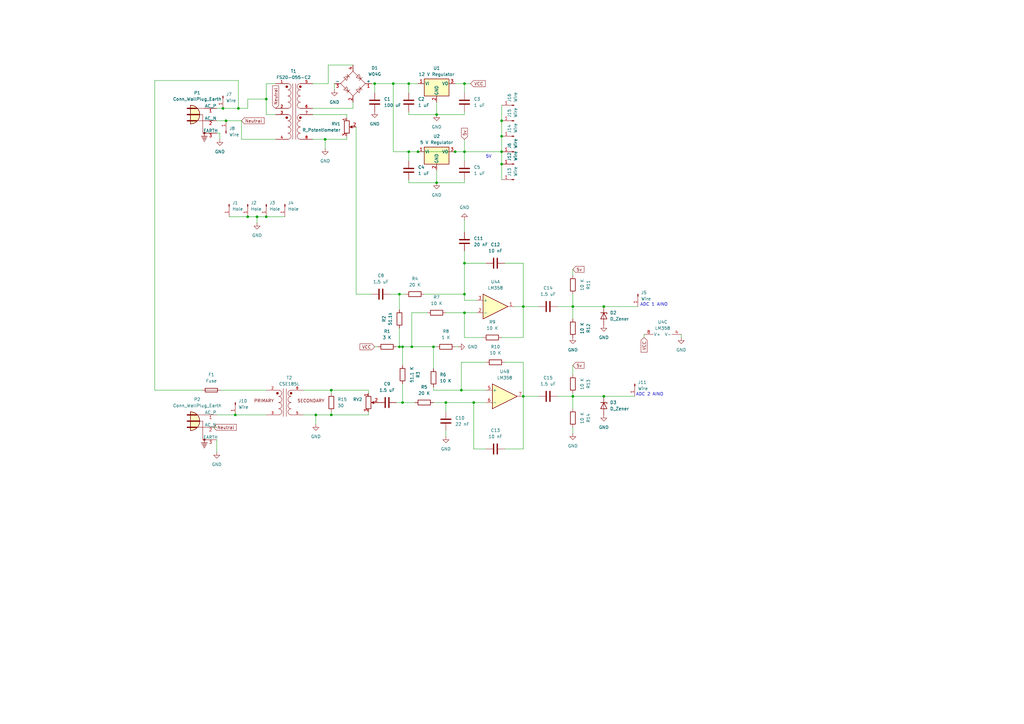
<source format=kicad_sch>
(kicad_sch
	(version 20231120)
	(generator "eeschema")
	(generator_version "8.0")
	(uuid "d0671030-7050-44ef-bba7-e16db74b68c2")
	(paper "A3")
	(lib_symbols
		(symbol "Amplifier_Operational:LM358"
			(pin_names
				(offset 0.127)
			)
			(exclude_from_sim no)
			(in_bom yes)
			(on_board yes)
			(property "Reference" "U"
				(at 0 5.08 0)
				(effects
					(font
						(size 1.27 1.27)
					)
					(justify left)
				)
			)
			(property "Value" "LM358"
				(at 0 -5.08 0)
				(effects
					(font
						(size 1.27 1.27)
					)
					(justify left)
				)
			)
			(property "Footprint" ""
				(at 0 0 0)
				(effects
					(font
						(size 1.27 1.27)
					)
					(hide yes)
				)
			)
			(property "Datasheet" "http://www.ti.com/lit/ds/symlink/lm2904-n.pdf"
				(at 0 0 0)
				(effects
					(font
						(size 1.27 1.27)
					)
					(hide yes)
				)
			)
			(property "Description" "Low-Power, Dual Operational Amplifiers, DIP-8/SOIC-8/TO-99-8"
				(at 0 0 0)
				(effects
					(font
						(size 1.27 1.27)
					)
					(hide yes)
				)
			)
			(property "ki_locked" ""
				(at 0 0 0)
				(effects
					(font
						(size 1.27 1.27)
					)
				)
			)
			(property "ki_keywords" "dual opamp"
				(at 0 0 0)
				(effects
					(font
						(size 1.27 1.27)
					)
					(hide yes)
				)
			)
			(property "ki_fp_filters" "SOIC*3.9x4.9mm*P1.27mm* DIP*W7.62mm* TO*99* OnSemi*Micro8* TSSOP*3x3mm*P0.65mm* TSSOP*4.4x3mm*P0.65mm* MSOP*3x3mm*P0.65mm* SSOP*3.9x4.9mm*P0.635mm* LFCSP*2x2mm*P0.5mm* *SIP* SOIC*5.3x6.2mm*P1.27mm*"
				(at 0 0 0)
				(effects
					(font
						(size 1.27 1.27)
					)
					(hide yes)
				)
			)
			(symbol "LM358_1_1"
				(polyline
					(pts
						(xy -5.08 5.08) (xy 5.08 0) (xy -5.08 -5.08) (xy -5.08 5.08)
					)
					(stroke
						(width 0.254)
						(type default)
					)
					(fill
						(type background)
					)
				)
				(pin output line
					(at 7.62 0 180)
					(length 2.54)
					(name "~"
						(effects
							(font
								(size 1.27 1.27)
							)
						)
					)
					(number "1"
						(effects
							(font
								(size 1.27 1.27)
							)
						)
					)
				)
				(pin input line
					(at -7.62 -2.54 0)
					(length 2.54)
					(name "-"
						(effects
							(font
								(size 1.27 1.27)
							)
						)
					)
					(number "2"
						(effects
							(font
								(size 1.27 1.27)
							)
						)
					)
				)
				(pin input line
					(at -7.62 2.54 0)
					(length 2.54)
					(name "+"
						(effects
							(font
								(size 1.27 1.27)
							)
						)
					)
					(number "3"
						(effects
							(font
								(size 1.27 1.27)
							)
						)
					)
				)
			)
			(symbol "LM358_2_1"
				(polyline
					(pts
						(xy -5.08 5.08) (xy 5.08 0) (xy -5.08 -5.08) (xy -5.08 5.08)
					)
					(stroke
						(width 0.254)
						(type default)
					)
					(fill
						(type background)
					)
				)
				(pin input line
					(at -7.62 2.54 0)
					(length 2.54)
					(name "+"
						(effects
							(font
								(size 1.27 1.27)
							)
						)
					)
					(number "5"
						(effects
							(font
								(size 1.27 1.27)
							)
						)
					)
				)
				(pin input line
					(at -7.62 -2.54 0)
					(length 2.54)
					(name "-"
						(effects
							(font
								(size 1.27 1.27)
							)
						)
					)
					(number "6"
						(effects
							(font
								(size 1.27 1.27)
							)
						)
					)
				)
				(pin output line
					(at 7.62 0 180)
					(length 2.54)
					(name "~"
						(effects
							(font
								(size 1.27 1.27)
							)
						)
					)
					(number "7"
						(effects
							(font
								(size 1.27 1.27)
							)
						)
					)
				)
			)
			(symbol "LM358_3_1"
				(pin power_in line
					(at -2.54 -7.62 90)
					(length 3.81)
					(name "V-"
						(effects
							(font
								(size 1.27 1.27)
							)
						)
					)
					(number "4"
						(effects
							(font
								(size 1.27 1.27)
							)
						)
					)
				)
				(pin power_in line
					(at -2.54 7.62 270)
					(length 3.81)
					(name "V+"
						(effects
							(font
								(size 1.27 1.27)
							)
						)
					)
					(number "8"
						(effects
							(font
								(size 1.27 1.27)
							)
						)
					)
				)
			)
		)
		(symbol "CSE185L:CSE185L"
			(pin_names
				(offset 1.016)
			)
			(exclude_from_sim no)
			(in_bom yes)
			(on_board yes)
			(property "Reference" "T"
				(at -5.0839 7.6279 0)
				(effects
					(font
						(size 1.27 1.27)
					)
					(justify left bottom)
				)
			)
			(property "Value" "CSE185L"
				(at -5.0814 -7.6227 0)
				(effects
					(font
						(size 1.27 1.27)
					)
					(justify left bottom)
				)
			)
			(property "Footprint" "CSE185L:XFMR_CSE185L"
				(at 0 0 0)
				(effects
					(font
						(size 1.27 1.27)
					)
					(justify bottom)
					(hide yes)
				)
			)
			(property "Datasheet" ""
				(at 0 0 0)
				(effects
					(font
						(size 1.27 1.27)
					)
					(hide yes)
				)
			)
			(property "Description" ""
				(at 0 0 0)
				(effects
					(font
						(size 1.27 1.27)
					)
					(hide yes)
				)
			)
			(property "PARTREV" "N/A"
				(at 0 0 0)
				(effects
					(font
						(size 1.27 1.27)
					)
					(justify bottom)
					(hide yes)
				)
			)
			(property "MANUFACTURER" "TRIAD"
				(at 0 0 0)
				(effects
					(font
						(size 1.27 1.27)
					)
					(justify bottom)
					(hide yes)
				)
			)
			(property "STANDARD" "Manufacturer Recommendation"
				(at 0 0 0)
				(effects
					(font
						(size 1.27 1.27)
					)
					(justify bottom)
					(hide yes)
				)
			)
			(symbol "CSE185L_0_0"
				(circle
					(center -3.048 3.81)
					(radius 0.254)
					(stroke
						(width 0.508)
						(type default)
					)
					(fill
						(type none)
					)
				)
				(arc
					(start -2.54 -5.08)
					(mid -1.2755 -3.81)
					(end -2.54 -2.54)
					(stroke
						(width 0.1524)
						(type default)
					)
					(fill
						(type none)
					)
				)
				(arc
					(start -2.54 -2.54)
					(mid -1.2755 -1.27)
					(end -2.54 0)
					(stroke
						(width 0.1524)
						(type default)
					)
					(fill
						(type none)
					)
				)
				(arc
					(start -2.54 0)
					(mid -1.2755 1.27)
					(end -2.54 2.54)
					(stroke
						(width 0.1524)
						(type default)
					)
					(fill
						(type none)
					)
				)
				(arc
					(start -2.54 2.54)
					(mid -1.2755 3.81)
					(end -2.54 5.08)
					(stroke
						(width 0.1524)
						(type default)
					)
					(fill
						(type none)
					)
				)
				(polyline
					(pts
						(xy -0.635 5.715) (xy -0.635 -5.715)
					)
					(stroke
						(width 0.1524)
						(type default)
					)
					(fill
						(type none)
					)
				)
				(polyline
					(pts
						(xy 0.635 5.715) (xy 0.635 -5.715)
					)
					(stroke
						(width 0.1524)
						(type default)
					)
					(fill
						(type none)
					)
				)
				(arc
					(start 2.54 -2.54)
					(mid 1.2755 -3.81)
					(end 2.54 -5.08)
					(stroke
						(width 0.1524)
						(type default)
					)
					(fill
						(type none)
					)
				)
				(arc
					(start 2.54 0)
					(mid 1.2755 -1.27)
					(end 2.54 -2.54)
					(stroke
						(width 0.1524)
						(type default)
					)
					(fill
						(type none)
					)
				)
				(arc
					(start 2.54 2.54)
					(mid 1.2755 1.27)
					(end 2.54 0)
					(stroke
						(width 0.1524)
						(type default)
					)
					(fill
						(type none)
					)
				)
				(circle
					(center 2.54 3.81)
					(radius 0.254)
					(stroke
						(width 0.508)
						(type default)
					)
					(fill
						(type none)
					)
				)
				(arc
					(start 2.54 5.08)
					(mid 1.2755 3.81)
					(end 2.54 2.54)
					(stroke
						(width 0.1524)
						(type default)
					)
					(fill
						(type none)
					)
				)
				(text "PRIMARY"
					(at -12.7 0 0)
					(effects
						(font
							(size 1.27 1.27)
						)
						(justify left bottom)
					)
				)
				(text "SECONDARY"
					(at 5.08 0 0)
					(effects
						(font
							(size 1.27 1.27)
						)
						(justify left bottom)
					)
				)
				(pin passive line
					(at -7.62 5.08 0)
					(length 5.08)
					(name "~"
						(effects
							(font
								(size 1.016 1.016)
							)
						)
					)
					(number "2"
						(effects
							(font
								(size 1.016 1.016)
							)
						)
					)
				)
				(pin passive line
					(at -7.62 -5.08 0)
					(length 5.08)
					(name "~"
						(effects
							(font
								(size 1.016 1.016)
							)
						)
					)
					(number "3"
						(effects
							(font
								(size 1.016 1.016)
							)
						)
					)
				)
				(pin passive line
					(at 7.62 -5.08 180)
					(length 5.08)
					(name "~"
						(effects
							(font
								(size 1.016 1.016)
							)
						)
					)
					(number "5"
						(effects
							(font
								(size 1.016 1.016)
							)
						)
					)
				)
				(pin passive line
					(at 7.62 5.08 180)
					(length 5.08)
					(name "~"
						(effects
							(font
								(size 1.016 1.016)
							)
						)
					)
					(number "8"
						(effects
							(font
								(size 1.016 1.016)
							)
						)
					)
				)
			)
		)
		(symbol "Connector:Conn_01x01_Pin"
			(pin_names
				(offset 1.016) hide)
			(exclude_from_sim no)
			(in_bom yes)
			(on_board yes)
			(property "Reference" "J"
				(at 0 2.54 0)
				(effects
					(font
						(size 1.27 1.27)
					)
				)
			)
			(property "Value" "Conn_01x01_Pin"
				(at 0 -2.54 0)
				(effects
					(font
						(size 1.27 1.27)
					)
				)
			)
			(property "Footprint" ""
				(at 0 0 0)
				(effects
					(font
						(size 1.27 1.27)
					)
					(hide yes)
				)
			)
			(property "Datasheet" "~"
				(at 0 0 0)
				(effects
					(font
						(size 1.27 1.27)
					)
					(hide yes)
				)
			)
			(property "Description" "Generic connector, single row, 01x01, script generated"
				(at 0 0 0)
				(effects
					(font
						(size 1.27 1.27)
					)
					(hide yes)
				)
			)
			(property "ki_locked" ""
				(at 0 0 0)
				(effects
					(font
						(size 1.27 1.27)
					)
				)
			)
			(property "ki_keywords" "connector"
				(at 0 0 0)
				(effects
					(font
						(size 1.27 1.27)
					)
					(hide yes)
				)
			)
			(property "ki_fp_filters" "Connector*:*_1x??_*"
				(at 0 0 0)
				(effects
					(font
						(size 1.27 1.27)
					)
					(hide yes)
				)
			)
			(symbol "Conn_01x01_Pin_1_1"
				(polyline
					(pts
						(xy 1.27 0) (xy 0.8636 0)
					)
					(stroke
						(width 0.1524)
						(type default)
					)
					(fill
						(type none)
					)
				)
				(rectangle
					(start 0.8636 0.127)
					(end 0 -0.127)
					(stroke
						(width 0.1524)
						(type default)
					)
					(fill
						(type outline)
					)
				)
				(pin passive line
					(at 5.08 0 180)
					(length 3.81)
					(name "Pin_1"
						(effects
							(font
								(size 1.27 1.27)
							)
						)
					)
					(number "1"
						(effects
							(font
								(size 1.27 1.27)
							)
						)
					)
				)
			)
		)
		(symbol "Connector:Conn_WallPlug_Earth"
			(pin_names
				(offset 0)
			)
			(exclude_from_sim no)
			(in_bom yes)
			(on_board yes)
			(property "Reference" "P"
				(at 0 3.81 0)
				(effects
					(font
						(size 1.27 1.27)
					)
					(justify bottom)
				)
			)
			(property "Value" "Conn_WallPlug_Earth"
				(at -5.08 0 90)
				(effects
					(font
						(size 1.27 1.27)
					)
					(justify bottom)
				)
			)
			(property "Footprint" ""
				(at 10.16 0 0)
				(effects
					(font
						(size 1.27 1.27)
					)
					(hide yes)
				)
			)
			(property "Datasheet" "~"
				(at 10.16 0 0)
				(effects
					(font
						(size 1.27 1.27)
					)
					(hide yes)
				)
			)
			(property "Description" "3-pin general wall plug, with Earth wire (110VAC, 220VAC)"
				(at 0 0 0)
				(effects
					(font
						(size 1.27 1.27)
					)
					(hide yes)
				)
			)
			(property "ki_keywords" "wall plug 110VAC 220VAC"
				(at 0 0 0)
				(effects
					(font
						(size 1.27 1.27)
					)
					(hide yes)
				)
			)
			(symbol "Conn_WallPlug_Earth_0_1"
				(arc
					(start -3.175 -3.81)
					(mid 0.6184 0)
					(end -3.175 3.81)
					(stroke
						(width 0.254)
						(type default)
					)
					(fill
						(type background)
					)
				)
				(polyline
					(pts
						(xy -4.445 -2.54) (xy -0.635 -2.54)
					)
					(stroke
						(width 0.508)
						(type default)
					)
					(fill
						(type none)
					)
				)
				(polyline
					(pts
						(xy -4.445 0) (xy 0.508 0)
					)
					(stroke
						(width 0.508)
						(type default)
					)
					(fill
						(type none)
					)
				)
				(polyline
					(pts
						(xy -4.445 2.54) (xy -0.635 2.54)
					)
					(stroke
						(width 0.508)
						(type default)
					)
					(fill
						(type none)
					)
				)
				(polyline
					(pts
						(xy -3.175 -3.81) (xy -3.175 3.81)
					)
					(stroke
						(width 0.254)
						(type default)
					)
					(fill
						(type none)
					)
				)
				(polyline
					(pts
						(xy -0.635 -2.54) (xy 2.54 -2.54)
					)
					(stroke
						(width 0)
						(type default)
					)
					(fill
						(type none)
					)
				)
				(polyline
					(pts
						(xy -0.635 2.54) (xy 2.54 2.54)
					)
					(stroke
						(width 0)
						(type default)
					)
					(fill
						(type none)
					)
				)
				(polyline
					(pts
						(xy 1.524 -9.398) (xy 3.556 -9.398)
					)
					(stroke
						(width 0.2032)
						(type default)
					)
					(fill
						(type none)
					)
				)
				(polyline
					(pts
						(xy 1.778 -9.906) (xy 3.302 -9.906)
					)
					(stroke
						(width 0.2032)
						(type default)
					)
					(fill
						(type none)
					)
				)
				(polyline
					(pts
						(xy 2.032 -10.414) (xy 3.048 -10.414)
					)
					(stroke
						(width 0.2032)
						(type default)
					)
					(fill
						(type none)
					)
				)
				(polyline
					(pts
						(xy 2.286 -10.922) (xy 2.794 -10.922)
					)
					(stroke
						(width 0.2032)
						(type default)
					)
					(fill
						(type none)
					)
				)
				(polyline
					(pts
						(xy 2.54 -7.62) (xy 2.54 -8.89)
					)
					(stroke
						(width 0.2032)
						(type default)
					)
					(fill
						(type none)
					)
				)
				(polyline
					(pts
						(xy 3.81 -8.89) (xy 1.27 -8.89)
					)
					(stroke
						(width 0.2032)
						(type default)
					)
					(fill
						(type none)
					)
				)
				(polyline
					(pts
						(xy 2.54 -7.62) (xy 1.905 -7.62) (xy 1.905 0) (xy -4.445 0)
					)
					(stroke
						(width 0)
						(type default)
					)
					(fill
						(type none)
					)
				)
				(circle
					(center 2.54 -7.62)
					(radius 0.3556)
					(stroke
						(width 0)
						(type default)
					)
					(fill
						(type outline)
					)
				)
			)
			(symbol "Conn_WallPlug_Earth_1_1"
				(pin power_out line
					(at 7.62 2.54 180)
					(length 5.08)
					(name "AC_P"
						(effects
							(font
								(size 1.27 1.27)
							)
						)
					)
					(number "1"
						(effects
							(font
								(size 1.27 1.27)
							)
						)
					)
				)
				(pin power_out line
					(at 7.62 -2.54 180)
					(length 5.08)
					(name "AC_N"
						(effects
							(font
								(size 1.27 1.27)
							)
						)
					)
					(number "2"
						(effects
							(font
								(size 1.27 1.27)
							)
						)
					)
				)
				(pin passive line
					(at 7.62 -7.62 180)
					(length 5.08)
					(name "EARTH"
						(effects
							(font
								(size 1.27 1.27)
							)
						)
					)
					(number "3"
						(effects
							(font
								(size 1.27 1.27)
							)
						)
					)
				)
			)
		)
		(symbol "Device:C"
			(pin_numbers hide)
			(pin_names
				(offset 0.254)
			)
			(exclude_from_sim no)
			(in_bom yes)
			(on_board yes)
			(property "Reference" "C"
				(at 0.635 2.54 0)
				(effects
					(font
						(size 1.27 1.27)
					)
					(justify left)
				)
			)
			(property "Value" "C"
				(at 0.635 -2.54 0)
				(effects
					(font
						(size 1.27 1.27)
					)
					(justify left)
				)
			)
			(property "Footprint" ""
				(at 0.9652 -3.81 0)
				(effects
					(font
						(size 1.27 1.27)
					)
					(hide yes)
				)
			)
			(property "Datasheet" "~"
				(at 0 0 0)
				(effects
					(font
						(size 1.27 1.27)
					)
					(hide yes)
				)
			)
			(property "Description" "Unpolarized capacitor"
				(at 0 0 0)
				(effects
					(font
						(size 1.27 1.27)
					)
					(hide yes)
				)
			)
			(property "ki_keywords" "cap capacitor"
				(at 0 0 0)
				(effects
					(font
						(size 1.27 1.27)
					)
					(hide yes)
				)
			)
			(property "ki_fp_filters" "C_*"
				(at 0 0 0)
				(effects
					(font
						(size 1.27 1.27)
					)
					(hide yes)
				)
			)
			(symbol "C_0_1"
				(polyline
					(pts
						(xy -2.032 -0.762) (xy 2.032 -0.762)
					)
					(stroke
						(width 0.508)
						(type default)
					)
					(fill
						(type none)
					)
				)
				(polyline
					(pts
						(xy -2.032 0.762) (xy 2.032 0.762)
					)
					(stroke
						(width 0.508)
						(type default)
					)
					(fill
						(type none)
					)
				)
			)
			(symbol "C_1_1"
				(pin passive line
					(at 0 3.81 270)
					(length 2.794)
					(name "~"
						(effects
							(font
								(size 1.27 1.27)
							)
						)
					)
					(number "1"
						(effects
							(font
								(size 1.27 1.27)
							)
						)
					)
				)
				(pin passive line
					(at 0 -3.81 90)
					(length 2.794)
					(name "~"
						(effects
							(font
								(size 1.27 1.27)
							)
						)
					)
					(number "2"
						(effects
							(font
								(size 1.27 1.27)
							)
						)
					)
				)
			)
		)
		(symbol "Device:D_Zener"
			(pin_numbers hide)
			(pin_names
				(offset 1.016) hide)
			(exclude_from_sim no)
			(in_bom yes)
			(on_board yes)
			(property "Reference" "D"
				(at 0 2.54 0)
				(effects
					(font
						(size 1.27 1.27)
					)
				)
			)
			(property "Value" "D_Zener"
				(at 0 -2.54 0)
				(effects
					(font
						(size 1.27 1.27)
					)
				)
			)
			(property "Footprint" ""
				(at 0 0 0)
				(effects
					(font
						(size 1.27 1.27)
					)
					(hide yes)
				)
			)
			(property "Datasheet" "~"
				(at 0 0 0)
				(effects
					(font
						(size 1.27 1.27)
					)
					(hide yes)
				)
			)
			(property "Description" "Zener diode"
				(at 0 0 0)
				(effects
					(font
						(size 1.27 1.27)
					)
					(hide yes)
				)
			)
			(property "ki_keywords" "diode"
				(at 0 0 0)
				(effects
					(font
						(size 1.27 1.27)
					)
					(hide yes)
				)
			)
			(property "ki_fp_filters" "TO-???* *_Diode_* *SingleDiode* D_*"
				(at 0 0 0)
				(effects
					(font
						(size 1.27 1.27)
					)
					(hide yes)
				)
			)
			(symbol "D_Zener_0_1"
				(polyline
					(pts
						(xy 1.27 0) (xy -1.27 0)
					)
					(stroke
						(width 0)
						(type default)
					)
					(fill
						(type none)
					)
				)
				(polyline
					(pts
						(xy -1.27 -1.27) (xy -1.27 1.27) (xy -0.762 1.27)
					)
					(stroke
						(width 0.254)
						(type default)
					)
					(fill
						(type none)
					)
				)
				(polyline
					(pts
						(xy 1.27 -1.27) (xy 1.27 1.27) (xy -1.27 0) (xy 1.27 -1.27)
					)
					(stroke
						(width 0.254)
						(type default)
					)
					(fill
						(type none)
					)
				)
			)
			(symbol "D_Zener_1_1"
				(pin passive line
					(at -3.81 0 0)
					(length 2.54)
					(name "K"
						(effects
							(font
								(size 1.27 1.27)
							)
						)
					)
					(number "1"
						(effects
							(font
								(size 1.27 1.27)
							)
						)
					)
				)
				(pin passive line
					(at 3.81 0 180)
					(length 2.54)
					(name "A"
						(effects
							(font
								(size 1.27 1.27)
							)
						)
					)
					(number "2"
						(effects
							(font
								(size 1.27 1.27)
							)
						)
					)
				)
			)
		)
		(symbol "Device:Fuse"
			(pin_numbers hide)
			(pin_names
				(offset 0)
			)
			(exclude_from_sim no)
			(in_bom yes)
			(on_board yes)
			(property "Reference" "F"
				(at 2.032 0 90)
				(effects
					(font
						(size 1.27 1.27)
					)
				)
			)
			(property "Value" "Fuse"
				(at -1.905 0 90)
				(effects
					(font
						(size 1.27 1.27)
					)
				)
			)
			(property "Footprint" ""
				(at -1.778 0 90)
				(effects
					(font
						(size 1.27 1.27)
					)
					(hide yes)
				)
			)
			(property "Datasheet" "~"
				(at 0 0 0)
				(effects
					(font
						(size 1.27 1.27)
					)
					(hide yes)
				)
			)
			(property "Description" "Fuse"
				(at 0 0 0)
				(effects
					(font
						(size 1.27 1.27)
					)
					(hide yes)
				)
			)
			(property "ki_keywords" "fuse"
				(at 0 0 0)
				(effects
					(font
						(size 1.27 1.27)
					)
					(hide yes)
				)
			)
			(property "ki_fp_filters" "*Fuse*"
				(at 0 0 0)
				(effects
					(font
						(size 1.27 1.27)
					)
					(hide yes)
				)
			)
			(symbol "Fuse_0_1"
				(rectangle
					(start -0.762 -2.54)
					(end 0.762 2.54)
					(stroke
						(width 0.254)
						(type default)
					)
					(fill
						(type none)
					)
				)
				(polyline
					(pts
						(xy 0 2.54) (xy 0 -2.54)
					)
					(stroke
						(width 0)
						(type default)
					)
					(fill
						(type none)
					)
				)
			)
			(symbol "Fuse_1_1"
				(pin passive line
					(at 0 3.81 270)
					(length 1.27)
					(name "~"
						(effects
							(font
								(size 1.27 1.27)
							)
						)
					)
					(number "1"
						(effects
							(font
								(size 1.27 1.27)
							)
						)
					)
				)
				(pin passive line
					(at 0 -3.81 90)
					(length 1.27)
					(name "~"
						(effects
							(font
								(size 1.27 1.27)
							)
						)
					)
					(number "2"
						(effects
							(font
								(size 1.27 1.27)
							)
						)
					)
				)
			)
		)
		(symbol "Device:R"
			(pin_numbers hide)
			(pin_names
				(offset 0)
			)
			(exclude_from_sim no)
			(in_bom yes)
			(on_board yes)
			(property "Reference" "R"
				(at 2.032 0 90)
				(effects
					(font
						(size 1.27 1.27)
					)
				)
			)
			(property "Value" "R"
				(at 0 0 90)
				(effects
					(font
						(size 1.27 1.27)
					)
				)
			)
			(property "Footprint" ""
				(at -1.778 0 90)
				(effects
					(font
						(size 1.27 1.27)
					)
					(hide yes)
				)
			)
			(property "Datasheet" "~"
				(at 0 0 0)
				(effects
					(font
						(size 1.27 1.27)
					)
					(hide yes)
				)
			)
			(property "Description" "Resistor"
				(at 0 0 0)
				(effects
					(font
						(size 1.27 1.27)
					)
					(hide yes)
				)
			)
			(property "ki_keywords" "R res resistor"
				(at 0 0 0)
				(effects
					(font
						(size 1.27 1.27)
					)
					(hide yes)
				)
			)
			(property "ki_fp_filters" "R_*"
				(at 0 0 0)
				(effects
					(font
						(size 1.27 1.27)
					)
					(hide yes)
				)
			)
			(symbol "R_0_1"
				(rectangle
					(start -1.016 -2.54)
					(end 1.016 2.54)
					(stroke
						(width 0.254)
						(type default)
					)
					(fill
						(type none)
					)
				)
			)
			(symbol "R_1_1"
				(pin passive line
					(at 0 3.81 270)
					(length 1.27)
					(name "~"
						(effects
							(font
								(size 1.27 1.27)
							)
						)
					)
					(number "1"
						(effects
							(font
								(size 1.27 1.27)
							)
						)
					)
				)
				(pin passive line
					(at 0 -3.81 90)
					(length 1.27)
					(name "~"
						(effects
							(font
								(size 1.27 1.27)
							)
						)
					)
					(number "2"
						(effects
							(font
								(size 1.27 1.27)
							)
						)
					)
				)
			)
		)
		(symbol "Device:R_Potentiometer"
			(pin_names
				(offset 1.016) hide)
			(exclude_from_sim no)
			(in_bom yes)
			(on_board yes)
			(property "Reference" "RV"
				(at -4.445 0 90)
				(effects
					(font
						(size 1.27 1.27)
					)
				)
			)
			(property "Value" "R_Potentiometer"
				(at -2.54 0 90)
				(effects
					(font
						(size 1.27 1.27)
					)
				)
			)
			(property "Footprint" ""
				(at 0 0 0)
				(effects
					(font
						(size 1.27 1.27)
					)
					(hide yes)
				)
			)
			(property "Datasheet" "~"
				(at 0 0 0)
				(effects
					(font
						(size 1.27 1.27)
					)
					(hide yes)
				)
			)
			(property "Description" "Potentiometer"
				(at 0 0 0)
				(effects
					(font
						(size 1.27 1.27)
					)
					(hide yes)
				)
			)
			(property "ki_keywords" "resistor variable"
				(at 0 0 0)
				(effects
					(font
						(size 1.27 1.27)
					)
					(hide yes)
				)
			)
			(property "ki_fp_filters" "Potentiometer*"
				(at 0 0 0)
				(effects
					(font
						(size 1.27 1.27)
					)
					(hide yes)
				)
			)
			(symbol "R_Potentiometer_0_1"
				(polyline
					(pts
						(xy 2.54 0) (xy 1.524 0)
					)
					(stroke
						(width 0)
						(type default)
					)
					(fill
						(type none)
					)
				)
				(polyline
					(pts
						(xy 1.143 0) (xy 2.286 0.508) (xy 2.286 -0.508) (xy 1.143 0)
					)
					(stroke
						(width 0)
						(type default)
					)
					(fill
						(type outline)
					)
				)
				(rectangle
					(start 1.016 2.54)
					(end -1.016 -2.54)
					(stroke
						(width 0.254)
						(type default)
					)
					(fill
						(type none)
					)
				)
			)
			(symbol "R_Potentiometer_1_1"
				(pin passive line
					(at 0 3.81 270)
					(length 1.27)
					(name "1"
						(effects
							(font
								(size 1.27 1.27)
							)
						)
					)
					(number "1"
						(effects
							(font
								(size 1.27 1.27)
							)
						)
					)
				)
				(pin passive line
					(at 3.81 0 180)
					(length 1.27)
					(name "2"
						(effects
							(font
								(size 1.27 1.27)
							)
						)
					)
					(number "2"
						(effects
							(font
								(size 1.27 1.27)
							)
						)
					)
				)
				(pin passive line
					(at 0 -3.81 90)
					(length 1.27)
					(name "3"
						(effects
							(font
								(size 1.27 1.27)
							)
						)
					)
					(number "3"
						(effects
							(font
								(size 1.27 1.27)
							)
						)
					)
				)
			)
		)
		(symbol "Diode_Bridge:W04G"
			(pin_names
				(offset 0)
			)
			(exclude_from_sim no)
			(in_bom yes)
			(on_board yes)
			(property "Reference" "D"
				(at 2.54 6.985 0)
				(effects
					(font
						(size 1.27 1.27)
					)
					(justify left)
				)
			)
			(property "Value" "W04G"
				(at 2.54 5.08 0)
				(effects
					(font
						(size 1.27 1.27)
					)
					(justify left)
				)
			)
			(property "Footprint" "Diode_THT:Diode_Bridge_Round_D9.8mm"
				(at 3.81 3.175 0)
				(effects
					(font
						(size 1.27 1.27)
					)
					(justify left)
					(hide yes)
				)
			)
			(property "Datasheet" "https://www.vishay.com/docs/88769/woo5g.pdf"
				(at 0 0 0)
				(effects
					(font
						(size 1.27 1.27)
					)
					(hide yes)
				)
			)
			(property "Description" "Glass Passivated Single-Phase Bridge Rectifier, 280V Vrms, 1.5A If, WOG package"
				(at 0 0 0)
				(effects
					(font
						(size 1.27 1.27)
					)
					(hide yes)
				)
			)
			(property "ki_keywords" "Bridge Rectifier acdc"
				(at 0 0 0)
				(effects
					(font
						(size 1.27 1.27)
					)
					(hide yes)
				)
			)
			(property "ki_fp_filters" "D*Bridge*Round*D9.8mm*"
				(at 0 0 0)
				(effects
					(font
						(size 1.27 1.27)
					)
					(hide yes)
				)
			)
			(symbol "W04G_0_1"
				(polyline
					(pts
						(xy -2.54 3.81) (xy -1.27 2.54)
					)
					(stroke
						(width 0)
						(type default)
					)
					(fill
						(type none)
					)
				)
				(polyline
					(pts
						(xy -1.27 -2.54) (xy -2.54 -3.81)
					)
					(stroke
						(width 0)
						(type default)
					)
					(fill
						(type none)
					)
				)
				(polyline
					(pts
						(xy 2.54 -1.27) (xy 3.81 -2.54)
					)
					(stroke
						(width 0)
						(type default)
					)
					(fill
						(type none)
					)
				)
				(polyline
					(pts
						(xy 2.54 1.27) (xy 3.81 2.54)
					)
					(stroke
						(width 0)
						(type default)
					)
					(fill
						(type none)
					)
				)
				(polyline
					(pts
						(xy -3.81 2.54) (xy -2.54 1.27) (xy -1.905 3.175) (xy -3.81 2.54)
					)
					(stroke
						(width 0)
						(type default)
					)
					(fill
						(type none)
					)
				)
				(polyline
					(pts
						(xy -2.54 -1.27) (xy -3.81 -2.54) (xy -1.905 -3.175) (xy -2.54 -1.27)
					)
					(stroke
						(width 0)
						(type default)
					)
					(fill
						(type none)
					)
				)
				(polyline
					(pts
						(xy 1.27 2.54) (xy 2.54 3.81) (xy 3.175 1.905) (xy 1.27 2.54)
					)
					(stroke
						(width 0)
						(type default)
					)
					(fill
						(type none)
					)
				)
				(polyline
					(pts
						(xy 3.175 -1.905) (xy 1.27 -2.54) (xy 2.54 -3.81) (xy 3.175 -1.905)
					)
					(stroke
						(width 0)
						(type default)
					)
					(fill
						(type none)
					)
				)
				(polyline
					(pts
						(xy -5.08 0) (xy 0 -5.08) (xy 5.08 0) (xy 0 5.08) (xy -5.08 0)
					)
					(stroke
						(width 0)
						(type default)
					)
					(fill
						(type none)
					)
				)
			)
			(symbol "W04G_1_1"
				(pin passive line
					(at 7.62 0 180)
					(length 2.54)
					(name "+"
						(effects
							(font
								(size 1.27 1.27)
							)
						)
					)
					(number "1"
						(effects
							(font
								(size 1.27 1.27)
							)
						)
					)
				)
				(pin passive line
					(at 0 -7.62 90)
					(length 2.54)
					(name "~"
						(effects
							(font
								(size 1.27 1.27)
							)
						)
					)
					(number "2"
						(effects
							(font
								(size 1.27 1.27)
							)
						)
					)
				)
				(pin passive line
					(at -7.62 0 0)
					(length 2.54)
					(name "-"
						(effects
							(font
								(size 1.27 1.27)
							)
						)
					)
					(number "3"
						(effects
							(font
								(size 1.27 1.27)
							)
						)
					)
				)
				(pin passive line
					(at 0 7.62 270)
					(length 2.54)
					(name "~"
						(effects
							(font
								(size 1.27 1.27)
							)
						)
					)
					(number "4"
						(effects
							(font
								(size 1.27 1.27)
							)
						)
					)
				)
			)
		)
		(symbol "FS20-055-C2:FS20-055-C2"
			(pin_names
				(offset 1.016)
			)
			(exclude_from_sim no)
			(in_bom yes)
			(on_board yes)
			(property "Reference" "T"
				(at -5.0839 12.7079 0)
				(effects
					(font
						(size 1.27 1.27)
					)
					(justify left bottom)
				)
			)
			(property "Value" "FS20-055-C2"
				(at -5.0814 -15.2427 0)
				(effects
					(font
						(size 1.27 1.27)
					)
					(justify left bottom)
				)
			)
			(property "Footprint" "FS20-055-C2:XFMR_FS20-055-C2"
				(at 0 0 0)
				(effects
					(font
						(size 1.27 1.27)
					)
					(justify bottom)
					(hide yes)
				)
			)
			(property "Datasheet" ""
				(at 0 0 0)
				(effects
					(font
						(size 1.27 1.27)
					)
					(hide yes)
				)
			)
			(property "Description" ""
				(at 0 0 0)
				(effects
					(font
						(size 1.27 1.27)
					)
					(hide yes)
				)
			)
			(property "PARTREV" "N/A"
				(at 0 0 0)
				(effects
					(font
						(size 1.27 1.27)
					)
					(justify bottom)
					(hide yes)
				)
			)
			(property "STANDARD" "Manufacturer Recommendations"
				(at 0 0 0)
				(effects
					(font
						(size 1.27 1.27)
					)
					(justify bottom)
					(hide yes)
				)
			)
			(property "MANUFACTURER" "Triad Magnetics"
				(at 0 0 0)
				(effects
					(font
						(size 1.27 1.27)
					)
					(justify bottom)
					(hide yes)
				)
			)
			(symbol "FS20-055-C2_0_0"
				(circle
					(center -3.048 -3.81)
					(radius 0.254)
					(stroke
						(width 0.508)
						(type default)
					)
					(fill
						(type none)
					)
				)
				(circle
					(center -3.048 8.89)
					(radius 0.254)
					(stroke
						(width 0.508)
						(type default)
					)
					(fill
						(type none)
					)
				)
				(arc
					(start -2.54 -12.7)
					(mid -1.2755 -11.43)
					(end -2.54 -10.16)
					(stroke
						(width 0.1524)
						(type default)
					)
					(fill
						(type none)
					)
				)
				(arc
					(start -2.54 -10.16)
					(mid -1.2755 -8.89)
					(end -2.54 -7.62)
					(stroke
						(width 0.1524)
						(type default)
					)
					(fill
						(type none)
					)
				)
				(arc
					(start -2.54 -7.62)
					(mid -1.2755 -6.35)
					(end -2.54 -5.08)
					(stroke
						(width 0.1524)
						(type default)
					)
					(fill
						(type none)
					)
				)
				(arc
					(start -2.54 -5.08)
					(mid -1.2755 -3.81)
					(end -2.54 -2.54)
					(stroke
						(width 0.1524)
						(type default)
					)
					(fill
						(type none)
					)
				)
				(arc
					(start -2.54 0)
					(mid -1.2755 1.27)
					(end -2.54 2.54)
					(stroke
						(width 0.1524)
						(type default)
					)
					(fill
						(type none)
					)
				)
				(arc
					(start -2.54 2.54)
					(mid -1.2755 3.81)
					(end -2.54 5.08)
					(stroke
						(width 0.1524)
						(type default)
					)
					(fill
						(type none)
					)
				)
				(arc
					(start -2.54 5.08)
					(mid -1.2755 6.35)
					(end -2.54 7.62)
					(stroke
						(width 0.1524)
						(type default)
					)
					(fill
						(type none)
					)
				)
				(arc
					(start -2.54 7.62)
					(mid -1.2755 8.89)
					(end -2.54 10.16)
					(stroke
						(width 0.1524)
						(type default)
					)
					(fill
						(type none)
					)
				)
				(polyline
					(pts
						(xy -0.635 10.16) (xy -0.635 -12.7)
					)
					(stroke
						(width 0.1524)
						(type default)
					)
					(fill
						(type none)
					)
				)
				(polyline
					(pts
						(xy 0.635 10.16) (xy 0.635 -12.7)
					)
					(stroke
						(width 0.1524)
						(type default)
					)
					(fill
						(type none)
					)
				)
				(arc
					(start 2.54 -10.16)
					(mid 1.2755 -11.43)
					(end 2.54 -12.7)
					(stroke
						(width 0.1524)
						(type default)
					)
					(fill
						(type none)
					)
				)
				(arc
					(start 2.54 -7.62)
					(mid 1.2755 -8.89)
					(end 2.54 -10.16)
					(stroke
						(width 0.1524)
						(type default)
					)
					(fill
						(type none)
					)
				)
				(arc
					(start 2.54 -5.08)
					(mid 1.2755 -6.35)
					(end 2.54 -7.62)
					(stroke
						(width 0.1524)
						(type default)
					)
					(fill
						(type none)
					)
				)
				(circle
					(center 2.54 -3.81)
					(radius 0.254)
					(stroke
						(width 0.508)
						(type default)
					)
					(fill
						(type none)
					)
				)
				(arc
					(start 2.54 -2.54)
					(mid 1.2755 -3.81)
					(end 2.54 -5.08)
					(stroke
						(width 0.1524)
						(type default)
					)
					(fill
						(type none)
					)
				)
				(arc
					(start 2.54 2.54)
					(mid 1.2755 1.27)
					(end 2.54 0)
					(stroke
						(width 0.1524)
						(type default)
					)
					(fill
						(type none)
					)
				)
				(arc
					(start 2.54 5.08)
					(mid 1.2755 3.81)
					(end 2.54 2.54)
					(stroke
						(width 0.1524)
						(type default)
					)
					(fill
						(type none)
					)
				)
				(arc
					(start 2.54 7.62)
					(mid 1.2755 6.35)
					(end 2.54 5.08)
					(stroke
						(width 0.1524)
						(type default)
					)
					(fill
						(type none)
					)
				)
				(circle
					(center 2.54 8.89)
					(radius 0.254)
					(stroke
						(width 0.508)
						(type default)
					)
					(fill
						(type none)
					)
				)
				(arc
					(start 2.54 10.16)
					(mid 1.2755 8.89)
					(end 2.54 7.62)
					(stroke
						(width 0.1524)
						(type default)
					)
					(fill
						(type none)
					)
				)
				(pin passive line
					(at -7.62 10.16 0)
					(length 5.08)
					(name "~"
						(effects
							(font
								(size 1.016 1.016)
							)
						)
					)
					(number "1"
						(effects
							(font
								(size 1.016 1.016)
							)
						)
					)
				)
				(pin passive line
					(at -7.62 0 0)
					(length 5.08)
					(name "~"
						(effects
							(font
								(size 1.016 1.016)
							)
						)
					)
					(number "2"
						(effects
							(font
								(size 1.016 1.016)
							)
						)
					)
				)
				(pin passive line
					(at -7.62 -2.54 0)
					(length 5.08)
					(name "~"
						(effects
							(font
								(size 1.016 1.016)
							)
						)
					)
					(number "3"
						(effects
							(font
								(size 1.016 1.016)
							)
						)
					)
				)
				(pin passive line
					(at -7.62 -12.7 0)
					(length 5.08)
					(name "~"
						(effects
							(font
								(size 1.016 1.016)
							)
						)
					)
					(number "4"
						(effects
							(font
								(size 1.016 1.016)
							)
						)
					)
				)
				(pin passive line
					(at 7.62 10.16 180)
					(length 5.08)
					(name "~"
						(effects
							(font
								(size 1.016 1.016)
							)
						)
					)
					(number "5"
						(effects
							(font
								(size 1.016 1.016)
							)
						)
					)
				)
				(pin passive line
					(at 7.62 0 180)
					(length 5.08)
					(name "~"
						(effects
							(font
								(size 1.016 1.016)
							)
						)
					)
					(number "6"
						(effects
							(font
								(size 1.016 1.016)
							)
						)
					)
				)
				(pin passive line
					(at 7.62 -2.54 180)
					(length 5.08)
					(name "~"
						(effects
							(font
								(size 1.016 1.016)
							)
						)
					)
					(number "7"
						(effects
							(font
								(size 1.016 1.016)
							)
						)
					)
				)
				(pin passive line
					(at 7.62 -12.7 180)
					(length 5.08)
					(name "~"
						(effects
							(font
								(size 1.016 1.016)
							)
						)
					)
					(number "8"
						(effects
							(font
								(size 1.016 1.016)
							)
						)
					)
				)
			)
		)
		(symbol "Regulator_Linear:LF15_TO220"
			(pin_names
				(offset 0.254)
			)
			(exclude_from_sim no)
			(in_bom yes)
			(on_board yes)
			(property "Reference" "U"
				(at -3.81 3.175 0)
				(effects
					(font
						(size 1.27 1.27)
					)
				)
			)
			(property "Value" "LF15_TO220"
				(at 0 3.175 0)
				(effects
					(font
						(size 1.27 1.27)
					)
					(justify left)
				)
			)
			(property "Footprint" "Package_TO_SOT_THT:TO-220-3_Vertical"
				(at 0 5.715 0)
				(effects
					(font
						(size 1.27 1.27)
						(italic yes)
					)
					(hide yes)
				)
			)
			(property "Datasheet" "http://www.st.com/content/ccc/resource/technical/document/datasheet/c4/0e/7e/2a/be/bc/4c/bd/CD00000546.pdf/files/CD00000546.pdf/jcr:content/translations/en.CD00000546.pdf"
				(at 0 -1.27 0)
				(effects
					(font
						(size 1.27 1.27)
					)
					(hide yes)
				)
			)
			(property "Description" "Low-drop Voltage Regulator, Io up to 500mA, Fixed Vo 1.5V, TO-220"
				(at 0 0 0)
				(effects
					(font
						(size 1.27 1.27)
					)
					(hide yes)
				)
			)
			(property "ki_keywords" "LDO regulator voltage"
				(at 0 0 0)
				(effects
					(font
						(size 1.27 1.27)
					)
					(hide yes)
				)
			)
			(property "ki_fp_filters" "TO?220*"
				(at 0 0 0)
				(effects
					(font
						(size 1.27 1.27)
					)
					(hide yes)
				)
			)
			(symbol "LF15_TO220_0_1"
				(rectangle
					(start -5.08 1.905)
					(end 5.08 -5.08)
					(stroke
						(width 0.254)
						(type default)
					)
					(fill
						(type background)
					)
				)
			)
			(symbol "LF15_TO220_1_1"
				(pin power_in line
					(at -7.62 0 0)
					(length 2.54)
					(name "VI"
						(effects
							(font
								(size 1.27 1.27)
							)
						)
					)
					(number "1"
						(effects
							(font
								(size 1.27 1.27)
							)
						)
					)
				)
				(pin power_in line
					(at 0 -7.62 90)
					(length 2.54)
					(name "GND"
						(effects
							(font
								(size 1.27 1.27)
							)
						)
					)
					(number "2"
						(effects
							(font
								(size 1.27 1.27)
							)
						)
					)
				)
				(pin power_out line
					(at 7.62 0 180)
					(length 2.54)
					(name "VO"
						(effects
							(font
								(size 1.27 1.27)
							)
						)
					)
					(number "3"
						(effects
							(font
								(size 1.27 1.27)
							)
						)
					)
				)
			)
		)
		(symbol "power:GND"
			(power)
			(pin_numbers hide)
			(pin_names
				(offset 0) hide)
			(exclude_from_sim no)
			(in_bom yes)
			(on_board yes)
			(property "Reference" "#PWR"
				(at 0 -6.35 0)
				(effects
					(font
						(size 1.27 1.27)
					)
					(hide yes)
				)
			)
			(property "Value" "GND"
				(at 0 -3.81 0)
				(effects
					(font
						(size 1.27 1.27)
					)
				)
			)
			(property "Footprint" ""
				(at 0 0 0)
				(effects
					(font
						(size 1.27 1.27)
					)
					(hide yes)
				)
			)
			(property "Datasheet" ""
				(at 0 0 0)
				(effects
					(font
						(size 1.27 1.27)
					)
					(hide yes)
				)
			)
			(property "Description" "Power symbol creates a global label with name \"GND\" , ground"
				(at 0 0 0)
				(effects
					(font
						(size 1.27 1.27)
					)
					(hide yes)
				)
			)
			(property "ki_keywords" "global power"
				(at 0 0 0)
				(effects
					(font
						(size 1.27 1.27)
					)
					(hide yes)
				)
			)
			(symbol "GND_0_1"
				(polyline
					(pts
						(xy 0 0) (xy 0 -1.27) (xy 1.27 -1.27) (xy 0 -2.54) (xy -1.27 -1.27) (xy 0 -1.27)
					)
					(stroke
						(width 0)
						(type default)
					)
					(fill
						(type none)
					)
				)
			)
			(symbol "GND_1_1"
				(pin power_in line
					(at 0 0 270)
					(length 0)
					(name "~"
						(effects
							(font
								(size 1.27 1.27)
							)
						)
					)
					(number "1"
						(effects
							(font
								(size 1.27 1.27)
							)
						)
					)
				)
			)
		)
	)
	(junction
		(at 91.44 44.45)
		(diameter 0)
		(color 0 0 0 0)
		(uuid "0a09f074-64eb-4c00-8837-020378d3eb28")
	)
	(junction
		(at 109.22 88.9)
		(diameter 0)
		(color 0 0 0 0)
		(uuid "14167e5d-8545-4e4a-a3ab-cfa7485e035a")
	)
	(junction
		(at 234.95 125.73)
		(diameter 0)
		(color 0 0 0 0)
		(uuid "1a2b86c4-8295-4bab-9a52-53df883afb4f")
	)
	(junction
		(at 189.23 160.02)
		(diameter 0)
		(color 0 0 0 0)
		(uuid "210877b1-9324-40de-a2ba-bd4158c7daf3")
	)
	(junction
		(at 247.65 125.73)
		(diameter 0)
		(color 0 0 0 0)
		(uuid "2869b601-093e-4b92-ac57-57caa7686bc8")
	)
	(junction
		(at 234.95 162.56)
		(diameter 0)
		(color 0 0 0 0)
		(uuid "3631c7d3-c2d6-4837-ab34-433d4fb36e71")
	)
	(junction
		(at 96.52 170.18)
		(diameter 0)
		(color 0 0 0 0)
		(uuid "379db3fc-c44f-41a2-9d83-33b8a19307cb")
	)
	(junction
		(at 182.88 165.1)
		(diameter 0)
		(color 0 0 0 0)
		(uuid "37b8c973-a064-4531-9bb6-a92497c98861")
	)
	(junction
		(at 163.83 142.24)
		(diameter 0)
		(color 0 0 0 0)
		(uuid "3ef50e80-7eb8-4efd-9469-38b61085e985")
	)
	(junction
		(at 205.74 55.88)
		(diameter 0)
		(color 0 0 0 0)
		(uuid "414ba145-35b3-4456-9c27-3bc78922d5e2")
	)
	(junction
		(at 165.1 142.24)
		(diameter 0)
		(color 0 0 0 0)
		(uuid "4586ded5-0316-4358-a8c4-9eeb13f3e435")
	)
	(junction
		(at 205.74 67.31)
		(diameter 0)
		(color 0 0 0 0)
		(uuid "4705a437-d58f-4646-974b-f802baca44c6")
	)
	(junction
		(at 177.8 142.24)
		(diameter 0)
		(color 0 0 0 0)
		(uuid "47a6c784-3453-42a2-9751-652ac02f35c2")
	)
	(junction
		(at 165.1 165.1)
		(diameter 0)
		(color 0 0 0 0)
		(uuid "4c725b9b-6196-4ce7-b0a0-0443141abad9")
	)
	(junction
		(at 190.5 62.23)
		(diameter 0)
		(color 0 0 0 0)
		(uuid "4f2a609b-025e-4cdc-9b20-510f23336d12")
	)
	(junction
		(at 190.5 107.95)
		(diameter 0)
		(color 0 0 0 0)
		(uuid "547f2937-99cb-4957-adf4-bfc892d43cb6")
	)
	(junction
		(at 163.83 120.65)
		(diameter 0)
		(color 0 0 0 0)
		(uuid "59bb464d-4b3d-4022-b714-668a3d70371c")
	)
	(junction
		(at 190.5 34.29)
		(diameter 0)
		(color 0 0 0 0)
		(uuid "6b634032-ecc2-44fd-a74d-268b9a61ca69")
	)
	(junction
		(at 92.71 49.53)
		(diameter 0)
		(color 0 0 0 0)
		(uuid "6cb2f667-2d50-4534-b103-6358b190a707")
	)
	(junction
		(at 190.5 120.65)
		(diameter 0)
		(color 0 0 0 0)
		(uuid "73a4cddd-b585-47a8-891a-b87f982b0785")
	)
	(junction
		(at 109.22 40.64)
		(diameter 0)
		(color 0 0 0 0)
		(uuid "773ee4a4-2b4d-4404-8429-7b64a0c82da8")
	)
	(junction
		(at 129.54 170.18)
		(diameter 0)
		(color 0 0 0 0)
		(uuid "780a31a1-0f11-44ad-89d9-ce3ea4fce1bc")
	)
	(junction
		(at 161.29 34.29)
		(diameter 0)
		(color 0 0 0 0)
		(uuid "7b49e318-67ba-4f62-bdba-9195c606ddc1")
	)
	(junction
		(at 194.31 165.1)
		(diameter 0)
		(color 0 0 0 0)
		(uuid "90641d49-5ad0-4775-9a7d-f649dccc8037")
	)
	(junction
		(at 214.63 125.73)
		(diameter 0)
		(color 0 0 0 0)
		(uuid "93b5bbcb-eb0f-4f13-87cd-0c3c96ace614")
	)
	(junction
		(at 133.35 57.15)
		(diameter 0)
		(color 0 0 0 0)
		(uuid "977ccc8a-8127-43aa-b6fd-e655e2a07839")
	)
	(junction
		(at 101.6 88.9)
		(diameter 0)
		(color 0 0 0 0)
		(uuid "9a6b30ad-ce60-4dfe-8195-5235d6820caf")
	)
	(junction
		(at 186.69 62.23)
		(diameter 0)
		(color 0 0 0 0)
		(uuid "9dc159ee-cc7d-4f3c-b119-0d1232699ffa")
	)
	(junction
		(at 167.64 34.29)
		(diameter 0)
		(color 0 0 0 0)
		(uuid "a124fee0-97ff-4e36-b52a-e43ca232e871")
	)
	(junction
		(at 168.91 142.24)
		(diameter 0)
		(color 0 0 0 0)
		(uuid "a17f9fdd-7079-4393-b23c-4ba1b57abdfa")
	)
	(junction
		(at 179.07 74.93)
		(diameter 0)
		(color 0 0 0 0)
		(uuid "a1d4d807-4a7f-4608-8323-274b8dd2becd")
	)
	(junction
		(at 205.74 62.23)
		(diameter 0)
		(color 0 0 0 0)
		(uuid "a43e4790-5c5b-4942-a22f-f194b8ea5e51")
	)
	(junction
		(at 205.74 49.53)
		(diameter 0)
		(color 0 0 0 0)
		(uuid "a5ec712f-a7ed-4f09-becf-f74ca3b36736")
	)
	(junction
		(at 135.89 160.02)
		(diameter 0)
		(color 0 0 0 0)
		(uuid "b72f51e5-6998-4b44-a375-65265a8d5687")
	)
	(junction
		(at 105.41 88.9)
		(diameter 0)
		(color 0 0 0 0)
		(uuid "ba112297-bfb6-4c65-bef0-3e60dc6f662b")
	)
	(junction
		(at 214.63 162.56)
		(diameter 0)
		(color 0 0 0 0)
		(uuid "bf8c5f21-b185-442e-b6a3-16d3b615fd4b")
	)
	(junction
		(at 167.64 62.23)
		(diameter 0)
		(color 0 0 0 0)
		(uuid "c7c2d363-b942-4b63-8905-c65aef4260d6")
	)
	(junction
		(at 153.67 34.29)
		(diameter 0)
		(color 0 0 0 0)
		(uuid "cc45848d-5226-4dc6-9604-2a1c1df0c2e3")
	)
	(junction
		(at 135.89 170.18)
		(diameter 0)
		(color 0 0 0 0)
		(uuid "d0cc6605-771f-4e59-98f4-a501bd7765c9")
	)
	(junction
		(at 190.5 128.27)
		(diameter 0)
		(color 0 0 0 0)
		(uuid "dc8f54dd-46ee-4dfc-a785-c2dd9932c523")
	)
	(junction
		(at 247.65 162.56)
		(diameter 0)
		(color 0 0 0 0)
		(uuid "de9c28d5-048c-43d4-a70f-c01a3fe7e3fe")
	)
	(junction
		(at 179.07 46.99)
		(diameter 0)
		(color 0 0 0 0)
		(uuid "e63ff95d-db6b-4af3-b839-3bdb1714ffc7")
	)
	(junction
		(at 97.79 44.45)
		(diameter 0)
		(color 0 0 0 0)
		(uuid "ef3bf579-8553-4c74-838b-2738b60c84c4")
	)
	(junction
		(at 171.45 62.23)
		(diameter 0)
		(color 0 0 0 0)
		(uuid "f45a5576-34c0-477e-8742-0515fd7f8d75")
	)
	(wire
		(pts
			(xy 234.95 110.49) (xy 234.95 113.03)
		)
		(stroke
			(width 0)
			(type default)
		)
		(uuid "013c55ad-d6cd-4c98-b5d2-1c3164151bbe")
	)
	(wire
		(pts
			(xy 163.83 134.62) (xy 163.83 142.24)
		)
		(stroke
			(width 0)
			(type default)
		)
		(uuid "0498620c-9f84-43b1-8b77-34a0d29770c5")
	)
	(wire
		(pts
			(xy 160.02 120.65) (xy 163.83 120.65)
		)
		(stroke
			(width 0)
			(type default)
		)
		(uuid "0758843d-edc7-43a8-9e20-ccf3ef4c0178")
	)
	(wire
		(pts
			(xy 179.07 41.91) (xy 179.07 46.99)
		)
		(stroke
			(width 0)
			(type default)
		)
		(uuid "08bec6d6-a91e-4f35-96e7-06539cb3460b")
	)
	(wire
		(pts
			(xy 88.9 180.34) (xy 88.9 185.42)
		)
		(stroke
			(width 0)
			(type default)
		)
		(uuid "08c59f48-cd43-421e-a2db-7a1d1162f4be")
	)
	(wire
		(pts
			(xy 99.06 49.53) (xy 99.06 57.15)
		)
		(stroke
			(width 0)
			(type default)
		)
		(uuid "0960788e-dbfc-461d-b90e-dfe77e44d050")
	)
	(wire
		(pts
			(xy 190.5 62.23) (xy 186.69 62.23)
		)
		(stroke
			(width 0)
			(type default)
		)
		(uuid "0b495301-5874-4ef9-86c6-c38da8ce548f")
	)
	(wire
		(pts
			(xy 182.88 165.1) (xy 194.31 165.1)
		)
		(stroke
			(width 0)
			(type default)
		)
		(uuid "0d26f70c-b258-4855-9c2e-00dd9dfc14d2")
	)
	(wire
		(pts
			(xy 214.63 107.95) (xy 207.01 107.95)
		)
		(stroke
			(width 0)
			(type default)
		)
		(uuid "1605caaa-4fdf-449c-92f3-f4d381462cea")
	)
	(wire
		(pts
			(xy 234.95 162.56) (xy 247.65 162.56)
		)
		(stroke
			(width 0)
			(type default)
		)
		(uuid "16501457-d39c-4070-858b-d8b27c7675c1")
	)
	(wire
		(pts
			(xy 88.9 175.26) (xy 87.63 175.26)
		)
		(stroke
			(width 0)
			(type default)
		)
		(uuid "169f2cdb-5d04-43cb-8ea7-6d2ea28469a0")
	)
	(wire
		(pts
			(xy 88.9 44.45) (xy 91.44 44.45)
		)
		(stroke
			(width 0)
			(type default)
		)
		(uuid "1a13de76-529f-4963-88e5-7ea49c09da58")
	)
	(wire
		(pts
			(xy 189.23 160.02) (xy 189.23 148.59)
		)
		(stroke
			(width 0)
			(type default)
		)
		(uuid "1a72b609-4567-467d-855f-b8edbb45eec8")
	)
	(wire
		(pts
			(xy 194.31 165.1) (xy 199.39 165.1)
		)
		(stroke
			(width 0)
			(type default)
		)
		(uuid "1c2ede5a-bb37-44f0-acf0-1ade78a12461")
	)
	(wire
		(pts
			(xy 96.52 170.18) (xy 109.22 170.18)
		)
		(stroke
			(width 0)
			(type default)
		)
		(uuid "1c6c57f1-9c82-4632-9b4b-ea9d3b16cf72")
	)
	(wire
		(pts
			(xy 109.22 88.9) (xy 116.84 88.9)
		)
		(stroke
			(width 0)
			(type default)
		)
		(uuid "1d2baccb-c005-41ba-9bd5-466496042f75")
	)
	(wire
		(pts
			(xy 161.29 62.23) (xy 167.64 62.23)
		)
		(stroke
			(width 0)
			(type default)
		)
		(uuid "1dce6b28-120c-4c95-bd0a-470f8fbd7d93")
	)
	(wire
		(pts
			(xy 97.79 33.02) (xy 63.5 33.02)
		)
		(stroke
			(width 0)
			(type default)
		)
		(uuid "1e79c105-c03d-4a2b-8887-660f0730d657")
	)
	(wire
		(pts
			(xy 234.95 162.56) (xy 234.95 167.64)
		)
		(stroke
			(width 0)
			(type default)
		)
		(uuid "1fd4ff1c-8739-430f-9334-d61ca48856e7")
	)
	(wire
		(pts
			(xy 105.41 88.9) (xy 105.41 91.44)
		)
		(stroke
			(width 0)
			(type default)
		)
		(uuid "21a738b5-fed4-4415-92e3-83fca9500257")
	)
	(wire
		(pts
			(xy 151.13 160.02) (xy 151.13 161.29)
		)
		(stroke
			(width 0)
			(type default)
		)
		(uuid "21d7b2f8-eaa8-4a11-a136-a7520a39f2c0")
	)
	(wire
		(pts
			(xy 88.9 54.61) (xy 90.17 54.61)
		)
		(stroke
			(width 0)
			(type default)
		)
		(uuid "2433ddea-1835-4d55-8970-99c3bd07863d")
	)
	(wire
		(pts
			(xy 182.88 128.27) (xy 190.5 128.27)
		)
		(stroke
			(width 0)
			(type default)
		)
		(uuid "24f11fd3-a052-402a-8b55-c8f6ef61d17b")
	)
	(wire
		(pts
			(xy 90.4965 160.02) (xy 109.22 160.02)
		)
		(stroke
			(width 0)
			(type default)
		)
		(uuid "28f23ac9-6a70-47a3-a241-eae3b3ed771b")
	)
	(wire
		(pts
			(xy 137.16 34.29) (xy 137.16 36.83)
		)
		(stroke
			(width 0)
			(type default)
		)
		(uuid "290cda86-61b0-4c91-8c59-cc3e2d21aadb")
	)
	(wire
		(pts
			(xy 214.63 138.43) (xy 214.63 125.73)
		)
		(stroke
			(width 0)
			(type default)
		)
		(uuid "2a7eded7-7cca-4a42-8022-c314387d7ecc")
	)
	(wire
		(pts
			(xy 167.64 74.93) (xy 167.64 73.66)
		)
		(stroke
			(width 0)
			(type default)
		)
		(uuid "2c42d7af-139f-48ad-b227-6c640327916a")
	)
	(wire
		(pts
			(xy 234.95 161.29) (xy 234.95 162.56)
		)
		(stroke
			(width 0)
			(type default)
		)
		(uuid "2f6c341c-796b-4c22-9de9-ac47f123623f")
	)
	(wire
		(pts
			(xy 205.74 138.43) (xy 214.63 138.43)
		)
		(stroke
			(width 0)
			(type default)
		)
		(uuid "2fc12f56-fb0d-4a25-9c37-94fd3875ca9f")
	)
	(wire
		(pts
			(xy 161.29 34.29) (xy 161.29 62.23)
		)
		(stroke
			(width 0)
			(type default)
		)
		(uuid "30822d9a-89de-4c2e-a0c8-1b2b1e91fce8")
	)
	(wire
		(pts
			(xy 167.64 46.99) (xy 167.64 45.72)
		)
		(stroke
			(width 0)
			(type default)
		)
		(uuid "31d3ca24-e63b-446f-8642-4dcf6ce2b86d")
	)
	(wire
		(pts
			(xy 124.46 160.02) (xy 135.89 160.02)
		)
		(stroke
			(width 0)
			(type default)
		)
		(uuid "32cdc5de-f945-48d6-8559-7188c0ffe18b")
	)
	(wire
		(pts
			(xy 190.5 90.17) (xy 190.5 95.25)
		)
		(stroke
			(width 0)
			(type default)
		)
		(uuid "33998eb8-f93c-40eb-85b2-17b31fc449a7")
	)
	(wire
		(pts
			(xy 101.6 44.45) (xy 101.6 40.64)
		)
		(stroke
			(width 0)
			(type default)
		)
		(uuid "3481133e-b4aa-4804-8ed0-2ad19ab2a2de")
	)
	(wire
		(pts
			(xy 190.5 62.23) (xy 205.74 62.23)
		)
		(stroke
			(width 0)
			(type default)
		)
		(uuid "39c618b1-8509-4c56-b5a1-26f97f628bfd")
	)
	(wire
		(pts
			(xy 163.83 120.65) (xy 163.83 127)
		)
		(stroke
			(width 0)
			(type default)
		)
		(uuid "39d6d726-b0d0-4cfa-9a96-7e1c64f68e64")
	)
	(wire
		(pts
			(xy 207.01 184.15) (xy 214.63 184.15)
		)
		(stroke
			(width 0)
			(type default)
		)
		(uuid "3b9cd9a2-89a4-438d-8319-c8e31d9efb7f")
	)
	(wire
		(pts
			(xy 63.5 33.02) (xy 63.5 160.02)
		)
		(stroke
			(width 0)
			(type default)
		)
		(uuid "3cc9776b-e888-480f-917d-bb12ac1cb2ea")
	)
	(wire
		(pts
			(xy 167.64 46.99) (xy 179.07 46.99)
		)
		(stroke
			(width 0)
			(type default)
		)
		(uuid "40d3136e-8b69-4787-8b3f-9f3ab8effe49")
	)
	(wire
		(pts
			(xy 179.07 69.85) (xy 179.07 74.93)
		)
		(stroke
			(width 0)
			(type default)
		)
		(uuid "41c25874-8ae7-45f1-8016-1a6a5100a33e")
	)
	(wire
		(pts
			(xy 135.89 170.18) (xy 129.54 170.18)
		)
		(stroke
			(width 0)
			(type default)
		)
		(uuid "4398c10e-7aab-4eb7-b4f7-5b965d296504")
	)
	(wire
		(pts
			(xy 190.5 46.99) (xy 190.5 45.72)
		)
		(stroke
			(width 0)
			(type default)
		)
		(uuid "44f0f299-7819-426b-aa55-ed982d41a4f1")
	)
	(wire
		(pts
			(xy 135.89 168.91) (xy 135.89 170.18)
		)
		(stroke
			(width 0)
			(type default)
		)
		(uuid "44f9bfed-fdb3-4aed-a4db-f9cb84a34ade")
	)
	(wire
		(pts
			(xy 167.64 62.23) (xy 167.64 66.04)
		)
		(stroke
			(width 0)
			(type default)
		)
		(uuid "46d70304-ab87-45b3-bfa3-5772fa7f9250")
	)
	(wire
		(pts
			(xy 167.64 62.23) (xy 171.45 62.23)
		)
		(stroke
			(width 0)
			(type default)
		)
		(uuid "489da54e-3634-4c18-aa1d-4f16d1bbdc9a")
	)
	(wire
		(pts
			(xy 190.5 38.1) (xy 190.5 34.29)
		)
		(stroke
			(width 0)
			(type default)
		)
		(uuid "49af28b0-d4cc-4109-8056-ad17ece0673e")
	)
	(wire
		(pts
			(xy 135.89 160.02) (xy 151.13 160.02)
		)
		(stroke
			(width 0)
			(type default)
		)
		(uuid "4bba4123-f915-4318-bfb5-de76a884c7c2")
	)
	(wire
		(pts
			(xy 205.74 55.88) (xy 205.74 62.23)
		)
		(stroke
			(width 0)
			(type default)
		)
		(uuid "4dc2ebb5-d126-440b-a9dc-ac0ea1c99691")
	)
	(wire
		(pts
			(xy 177.8 160.02) (xy 189.23 160.02)
		)
		(stroke
			(width 0)
			(type default)
		)
		(uuid "4fc659c4-4fd3-4c4c-9189-074254499126")
	)
	(wire
		(pts
			(xy 97.79 44.45) (xy 101.6 44.45)
		)
		(stroke
			(width 0)
			(type default)
		)
		(uuid "5c5737e5-28ba-456a-98fe-56a3d6e0ff57")
	)
	(wire
		(pts
			(xy 177.8 160.02) (xy 177.8 158.75)
		)
		(stroke
			(width 0)
			(type default)
		)
		(uuid "5d79325f-4fed-4338-afda-9a3b26b21917")
	)
	(wire
		(pts
			(xy 214.63 162.56) (xy 214.63 184.15)
		)
		(stroke
			(width 0)
			(type default)
		)
		(uuid "601a89c0-4170-424b-8980-09a491d2805e")
	)
	(wire
		(pts
			(xy 113.03 46.99) (xy 109.22 46.99)
		)
		(stroke
			(width 0)
			(type default)
		)
		(uuid "62dd2c4d-8b73-4376-a192-32d4e7807416")
	)
	(wire
		(pts
			(xy 135.89 160.02) (xy 135.89 161.29)
		)
		(stroke
			(width 0)
			(type default)
		)
		(uuid "644880eb-e6d8-423d-97da-9dfbb7b8665a")
	)
	(wire
		(pts
			(xy 142.24 46.99) (xy 142.24 48.26)
		)
		(stroke
			(width 0)
			(type default)
		)
		(uuid "66610638-2845-42d9-b727-290909aff43e")
	)
	(wire
		(pts
			(xy 128.27 46.99) (xy 142.24 46.99)
		)
		(stroke
			(width 0)
			(type default)
		)
		(uuid "66718f6c-bc14-4d6a-b5dd-0b29a69fcc61")
	)
	(wire
		(pts
			(xy 190.5 62.23) (xy 190.5 66.04)
		)
		(stroke
			(width 0)
			(type default)
		)
		(uuid "67c1619d-64d4-4e4f-86da-bc2591e18e49")
	)
	(wire
		(pts
			(xy 194.31 184.15) (xy 199.39 184.15)
		)
		(stroke
			(width 0)
			(type default)
		)
		(uuid "680aac47-c866-4a31-94c4-3b0e581437e1")
	)
	(wire
		(pts
			(xy 228.6 125.73) (xy 234.95 125.73)
		)
		(stroke
			(width 0)
			(type default)
		)
		(uuid "681f999c-dff2-477d-8582-4cb4e6141165")
	)
	(wire
		(pts
			(xy 144.78 44.45) (xy 144.78 41.91)
		)
		(stroke
			(width 0)
			(type default)
		)
		(uuid "689d812b-3aa5-4380-89cc-fa9216ebe6d1")
	)
	(wire
		(pts
			(xy 63.5 160.02) (xy 82.8765 160.02)
		)
		(stroke
			(width 0)
			(type default)
		)
		(uuid "6940d20c-8cd2-4584-b763-e61fccad482c")
	)
	(wire
		(pts
			(xy 247.65 162.56) (xy 260.35 162.56)
		)
		(stroke
			(width 0)
			(type default)
		)
		(uuid "6d7247d5-5160-4eab-9772-fc40461c139f")
	)
	(wire
		(pts
			(xy 93.98 88.9) (xy 101.6 88.9)
		)
		(stroke
			(width 0)
			(type default)
		)
		(uuid "6ff2b241-375a-4cf2-b608-dce66c783819")
	)
	(wire
		(pts
			(xy 234.95 120.65) (xy 234.95 125.73)
		)
		(stroke
			(width 0)
			(type default)
		)
		(uuid "701ad884-9365-4f50-b74b-7c20c2b31b88")
	)
	(wire
		(pts
			(xy 91.44 44.45) (xy 97.79 44.45)
		)
		(stroke
			(width 0)
			(type default)
		)
		(uuid "7361ef0c-666c-4a61-b496-ffaf29858218")
	)
	(wire
		(pts
			(xy 171.45 62.23) (xy 186.69 62.23)
		)
		(stroke
			(width 0)
			(type default)
		)
		(uuid "74c43915-3bed-4466-bd5a-cae2926700ef")
	)
	(wire
		(pts
			(xy 214.63 125.73) (xy 220.98 125.73)
		)
		(stroke
			(width 0)
			(type default)
		)
		(uuid "762e1ace-c2a4-47b4-8b47-a55ef1dbd50d")
	)
	(wire
		(pts
			(xy 109.22 40.64) (xy 109.22 34.29)
		)
		(stroke
			(width 0)
			(type default)
		)
		(uuid "76fdf0a8-900e-46ce-ae07-133143c12ab7")
	)
	(wire
		(pts
			(xy 190.5 120.65) (xy 190.5 123.19)
		)
		(stroke
			(width 0)
			(type default)
		)
		(uuid "7b73daec-83f6-4ef5-8cac-ca0c844432ac")
	)
	(wire
		(pts
			(xy 190.5 57.15) (xy 190.5 62.23)
		)
		(stroke
			(width 0)
			(type default)
		)
		(uuid "7c5f8bbd-4bfb-4fa4-953f-2192fe976fd0")
	)
	(wire
		(pts
			(xy 129.54 170.18) (xy 129.54 173.99)
		)
		(stroke
			(width 0)
			(type default)
		)
		(uuid "7ce276a8-1d67-46c4-a0f0-314ea21078b0")
	)
	(wire
		(pts
			(xy 88.9 170.18) (xy 96.52 170.18)
		)
		(stroke
			(width 0)
			(type default)
		)
		(uuid "8098ac37-f00d-436e-a612-b46197e106a1")
	)
	(wire
		(pts
			(xy 109.22 34.29) (xy 113.03 34.29)
		)
		(stroke
			(width 0)
			(type default)
		)
		(uuid "842639c5-848d-447f-8f35-36aa3577dee8")
	)
	(wire
		(pts
			(xy 151.13 170.18) (xy 135.89 170.18)
		)
		(stroke
			(width 0)
			(type default)
		)
		(uuid "84da57f0-3361-46aa-94e7-fcb46a66b6b6")
	)
	(wire
		(pts
			(xy 152.4 34.29) (xy 153.67 34.29)
		)
		(stroke
			(width 0)
			(type default)
		)
		(uuid "85eccdf4-47c9-450d-a751-5e72100535a6")
	)
	(wire
		(pts
			(xy 173.99 120.65) (xy 190.5 120.65)
		)
		(stroke
			(width 0)
			(type default)
		)
		(uuid "86c825d7-6600-44d9-8ccb-6cef60dbad61")
	)
	(wire
		(pts
			(xy 134.62 26.67) (xy 144.78 26.67)
		)
		(stroke
			(width 0)
			(type default)
		)
		(uuid "8990bde1-c879-48c3-9a53-30b4c9a5a13a")
	)
	(wire
		(pts
			(xy 190.5 34.29) (xy 193.04 34.29)
		)
		(stroke
			(width 0)
			(type default)
		)
		(uuid "8b837cf2-871b-4801-9229-765709df4844")
	)
	(wire
		(pts
			(xy 190.5 102.87) (xy 190.5 107.95)
		)
		(stroke
			(width 0)
			(type default)
		)
		(uuid "8c3f7dec-3052-42bb-a644-ce63118f32c0")
	)
	(wire
		(pts
			(xy 162.56 142.24) (xy 163.83 142.24)
		)
		(stroke
			(width 0)
			(type default)
		)
		(uuid "8e419cc7-1107-4ddc-9b10-14a61e942f29")
	)
	(wire
		(pts
			(xy 234.95 149.86) (xy 234.95 153.67)
		)
		(stroke
			(width 0)
			(type default)
		)
		(uuid "90738ca2-84aa-4ef4-9eb2-d3da075d1b3f")
	)
	(wire
		(pts
			(xy 247.65 125.73) (xy 261.62 125.73)
		)
		(stroke
			(width 0)
			(type default)
		)
		(uuid "90883ce7-8b8b-4de4-8c56-f6df8abb6d5e")
	)
	(wire
		(pts
			(xy 129.54 170.18) (xy 124.46 170.18)
		)
		(stroke
			(width 0)
			(type default)
		)
		(uuid "938e7d27-382d-4a6f-8b9f-b16c15b811db")
	)
	(wire
		(pts
			(xy 194.31 165.1) (xy 194.31 184.15)
		)
		(stroke
			(width 0)
			(type default)
		)
		(uuid "93985df3-a74c-4d9a-9ffe-4627736e9873")
	)
	(wire
		(pts
			(xy 182.88 165.1) (xy 182.88 168.91)
		)
		(stroke
			(width 0)
			(type default)
		)
		(uuid "94094c21-f0d9-45c3-b8c8-f0195d83a1a5")
	)
	(wire
		(pts
			(xy 214.63 162.56) (xy 220.98 162.56)
		)
		(stroke
			(width 0)
			(type default)
		)
		(uuid "953ca173-f9dc-42cd-a65f-678a36ff1627")
	)
	(wire
		(pts
			(xy 128.27 57.15) (xy 133.35 57.15)
		)
		(stroke
			(width 0)
			(type default)
		)
		(uuid "978adcfb-b93e-4c7a-a384-c5819febd06f")
	)
	(wire
		(pts
			(xy 182.88 179.07) (xy 182.88 176.53)
		)
		(stroke
			(width 0)
			(type default)
		)
		(uuid "9803bacb-b68a-4c7e-8ade-9545edaeeb8d")
	)
	(wire
		(pts
			(xy 195.58 123.19) (xy 190.5 123.19)
		)
		(stroke
			(width 0)
			(type default)
		)
		(uuid "99053a1c-3843-485d-8cb0-97ae5b4c8bf3")
	)
	(wire
		(pts
			(xy 207.01 148.59) (xy 214.63 148.59)
		)
		(stroke
			(width 0)
			(type default)
		)
		(uuid "9c3ddf70-603c-478f-aa90-54ac615fe91e")
	)
	(wire
		(pts
			(xy 205.74 49.53) (xy 205.74 55.88)
		)
		(stroke
			(width 0)
			(type default)
		)
		(uuid "9d9c59fb-b159-462c-9432-1052a8391967")
	)
	(wire
		(pts
			(xy 234.95 125.73) (xy 247.65 125.73)
		)
		(stroke
			(width 0)
			(type default)
		)
		(uuid "9ea930fc-3615-4977-967f-f4eb6b7c1911")
	)
	(wire
		(pts
			(xy 190.5 107.95) (xy 190.5 120.65)
		)
		(stroke
			(width 0)
			(type default)
		)
		(uuid "a4ebb9fb-efc2-40a5-a029-9f624daedf2b")
	)
	(wire
		(pts
			(xy 146.05 52.07) (xy 146.05 120.65)
		)
		(stroke
			(width 0)
			(type default)
		)
		(uuid "aa47381b-9a5e-4963-8f81-1231f167c6e4")
	)
	(wire
		(pts
			(xy 162.56 165.1) (xy 165.1 165.1)
		)
		(stroke
			(width 0)
			(type default)
		)
		(uuid "aa64ac5d-e72a-496b-ab63-7941cc59f147")
	)
	(wire
		(pts
			(xy 179.07 142.24) (xy 177.8 142.24)
		)
		(stroke
			(width 0)
			(type default)
		)
		(uuid "abcade4d-8487-41a6-b697-709510791289")
	)
	(wire
		(pts
			(xy 186.69 142.24) (xy 187.96 142.24)
		)
		(stroke
			(width 0)
			(type default)
		)
		(uuid "accbd563-ae6e-4581-9c4a-1172ccd36532")
	)
	(wire
		(pts
			(xy 133.35 57.15) (xy 142.24 57.15)
		)
		(stroke
			(width 0)
			(type default)
		)
		(uuid "acf2484b-c8c0-4382-8dea-ca1ee939809a")
	)
	(wire
		(pts
			(xy 234.95 175.26) (xy 234.95 177.8)
		)
		(stroke
			(width 0)
			(type default)
		)
		(uuid "acff886b-4d08-4308-b6cd-80702b40c388")
	)
	(wire
		(pts
			(xy 167.64 74.93) (xy 179.07 74.93)
		)
		(stroke
			(width 0)
			(type default)
		)
		(uuid "ad4c574a-a63b-4c67-9755-e7d1a23ac9d5")
	)
	(wire
		(pts
			(xy 190.5 34.29) (xy 186.69 34.29)
		)
		(stroke
			(width 0)
			(type default)
		)
		(uuid "af4e2877-2720-4aac-aa7b-f993616f777d")
	)
	(wire
		(pts
			(xy 190.5 128.27) (xy 190.5 138.43)
		)
		(stroke
			(width 0)
			(type default)
		)
		(uuid "b12bf2ad-3b71-421f-bd6b-42c6e3317521")
	)
	(wire
		(pts
			(xy 165.1 142.24) (xy 168.91 142.24)
		)
		(stroke
			(width 0)
			(type default)
		)
		(uuid "b44b5f80-564b-414f-96fd-cef1938670cc")
	)
	(wire
		(pts
			(xy 97.79 44.45) (xy 97.79 33.02)
		)
		(stroke
			(width 0)
			(type default)
		)
		(uuid "b4c45545-4415-4c8f-b6f8-6bd4fa448268")
	)
	(wire
		(pts
			(xy 190.5 107.95) (xy 199.39 107.95)
		)
		(stroke
			(width 0)
			(type default)
		)
		(uuid "b5df810c-2362-4ac9-bcef-0ae4e1159783")
	)
	(wire
		(pts
			(xy 177.8 165.1) (xy 182.88 165.1)
		)
		(stroke
			(width 0)
			(type default)
		)
		(uuid "ba11ae77-f529-4320-ba6d-fb0a334305ac")
	)
	(wire
		(pts
			(xy 99.06 57.15) (xy 113.03 57.15)
		)
		(stroke
			(width 0)
			(type default)
		)
		(uuid "bacb78ef-953d-42c8-9608-3357def482be")
	)
	(wire
		(pts
			(xy 163.83 120.65) (xy 166.37 120.65)
		)
		(stroke
			(width 0)
			(type default)
		)
		(uuid "bca8eaf4-46d4-4971-b266-c0ddcaf4a4d9")
	)
	(wire
		(pts
			(xy 179.07 46.99) (xy 190.5 46.99)
		)
		(stroke
			(width 0)
			(type default)
		)
		(uuid "bd68e25a-0c4c-477e-8dfe-9bb537dac917")
	)
	(wire
		(pts
			(xy 109.22 46.99) (xy 109.22 40.64)
		)
		(stroke
			(width 0)
			(type default)
		)
		(uuid "bd9d0d58-6ee4-4513-abb6-faaeeeac70ee")
	)
	(wire
		(pts
			(xy 167.64 34.29) (xy 167.64 38.1)
		)
		(stroke
			(width 0)
			(type default)
		)
		(uuid "c09d23e6-30fa-4a31-8bed-0edf46ea1ec6")
	)
	(wire
		(pts
			(xy 133.35 57.15) (xy 133.35 60.96)
		)
		(stroke
			(width 0)
			(type default)
		)
		(uuid "c30417e5-7c0c-4b11-82d6-d663c6a444c6")
	)
	(wire
		(pts
			(xy 161.29 34.29) (xy 167.64 34.29)
		)
		(stroke
			(width 0)
			(type default)
		)
		(uuid "c326585d-91d7-4fee-b5cb-b6dce0fe0a64")
	)
	(wire
		(pts
			(xy 205.74 67.31) (xy 205.74 73.66)
		)
		(stroke
			(width 0)
			(type default)
		)
		(uuid "c35499b0-2e97-4a24-915b-4bc266e581d4")
	)
	(wire
		(pts
			(xy 205.74 43.18) (xy 205.74 49.53)
		)
		(stroke
			(width 0)
			(type default)
		)
		(uuid "c44637c2-7411-46a1-8f07-113a72b73041")
	)
	(wire
		(pts
			(xy 214.63 148.59) (xy 214.63 162.56)
		)
		(stroke
			(width 0)
			(type default)
		)
		(uuid "c446810f-7118-45a9-826d-d996a922d1b4")
	)
	(wire
		(pts
			(xy 163.83 142.24) (xy 165.1 142.24)
		)
		(stroke
			(width 0)
			(type default)
		)
		(uuid "c61aa3db-ce91-4d70-8599-d61167f08915")
	)
	(wire
		(pts
			(xy 167.64 34.29) (xy 171.45 34.29)
		)
		(stroke
			(width 0)
			(type default)
		)
		(uuid "c8467dc4-7dfd-4d7b-9898-9aa4c3e7a937")
	)
	(wire
		(pts
			(xy 279.4 137.16) (xy 279.4 138.43)
		)
		(stroke
			(width 0)
			(type default)
		)
		(uuid "c9c36a19-4da7-42a5-810f-513c9437f0f5")
	)
	(wire
		(pts
			(xy 142.24 57.15) (xy 142.24 55.88)
		)
		(stroke
			(width 0)
			(type default)
		)
		(uuid "ca79e453-ab29-44c9-b5bc-88e6f5190782")
	)
	(wire
		(pts
			(xy 264.16 138.43) (xy 264.16 137.16)
		)
		(stroke
			(width 0)
			(type default)
		)
		(uuid "cb456668-9f7a-4e14-843a-c5df5533708a")
	)
	(wire
		(pts
			(xy 151.13 168.91) (xy 151.13 170.18)
		)
		(stroke
			(width 0)
			(type default)
		)
		(uuid "cce3fdb1-708e-45bd-bc37-0af396a18a8b")
	)
	(wire
		(pts
			(xy 101.6 40.64) (xy 109.22 40.64)
		)
		(stroke
			(width 0)
			(type default)
		)
		(uuid "d1203764-5b98-41bb-b685-6ee2aeeeb6f4")
	)
	(wire
		(pts
			(xy 153.67 34.29) (xy 161.29 34.29)
		)
		(stroke
			(width 0)
			(type default)
		)
		(uuid "d822ad15-16c7-4679-b713-abe9ad16bebf")
	)
	(wire
		(pts
			(xy 214.63 125.73) (xy 210.82 125.73)
		)
		(stroke
			(width 0)
			(type default)
		)
		(uuid "d8d071b1-98ad-474b-b544-9bb868572490")
	)
	(wire
		(pts
			(xy 165.1 142.24) (xy 165.1 149.86)
		)
		(stroke
			(width 0)
			(type default)
		)
		(uuid "d9acee33-d6fc-4009-a921-a668bcad0b74")
	)
	(wire
		(pts
			(xy 190.5 128.27) (xy 195.58 128.27)
		)
		(stroke
			(width 0)
			(type default)
		)
		(uuid "dd46aa4f-3270-47e0-b768-423629e18320")
	)
	(wire
		(pts
			(xy 234.95 125.73) (xy 234.95 130.81)
		)
		(stroke
			(width 0)
			(type default)
		)
		(uuid "df14c221-cae0-41fc-b813-31351efa8fb6")
	)
	(wire
		(pts
			(xy 177.8 142.24) (xy 177.8 151.13)
		)
		(stroke
			(width 0)
			(type default)
		)
		(uuid "e01f027f-84c3-4bb7-b6c8-39a09354dec8")
	)
	(wire
		(pts
			(xy 153.67 34.29) (xy 153.67 38.1)
		)
		(stroke
			(width 0)
			(type default)
		)
		(uuid "e0d759ea-8980-4186-9c34-7373a9a59daa")
	)
	(wire
		(pts
			(xy 189.23 160.02) (xy 199.39 160.02)
		)
		(stroke
			(width 0)
			(type default)
		)
		(uuid "e1763c1c-1698-4750-8270-a79773a5dc12")
	)
	(wire
		(pts
			(xy 189.23 148.59) (xy 199.39 148.59)
		)
		(stroke
			(width 0)
			(type default)
		)
		(uuid "e1b3a246-f509-406f-a379-b7f06fe593c4")
	)
	(wire
		(pts
			(xy 179.07 74.93) (xy 190.5 74.93)
		)
		(stroke
			(width 0)
			(type default)
		)
		(uuid "e3039e4f-fa9f-4aa4-95aa-57dba9db8257")
	)
	(wire
		(pts
			(xy 168.91 128.27) (xy 175.26 128.27)
		)
		(stroke
			(width 0)
			(type default)
		)
		(uuid "e32ccfd6-f0ba-40bb-800a-78563baa1581")
	)
	(wire
		(pts
			(xy 92.71 49.53) (xy 99.06 49.53)
		)
		(stroke
			(width 0)
			(type default)
		)
		(uuid "e3461042-bed8-46d8-9acb-ab7df065e87e")
	)
	(wire
		(pts
			(xy 214.63 125.73) (xy 214.63 107.95)
		)
		(stroke
			(width 0)
			(type default)
		)
		(uuid "e510c89b-8584-4069-8214-3f0cb32bdb2c")
	)
	(wire
		(pts
			(xy 134.62 34.29) (xy 134.62 26.67)
		)
		(stroke
			(width 0)
			(type default)
		)
		(uuid "e569c21c-0cb3-412d-bcd4-ee7809094dff")
	)
	(wire
		(pts
			(xy 228.6 162.56) (xy 234.95 162.56)
		)
		(stroke
			(width 0)
			(type default)
		)
		(uuid "e590c3dc-a52b-4d1d-b4b0-b036d02d4731")
	)
	(wire
		(pts
			(xy 146.05 120.65) (xy 152.4 120.65)
		)
		(stroke
			(width 0)
			(type default)
		)
		(uuid "e5e40698-b1e2-4139-ab2a-9de1cff3f9e3")
	)
	(wire
		(pts
			(xy 190.5 138.43) (xy 198.12 138.43)
		)
		(stroke
			(width 0)
			(type default)
		)
		(uuid "e666c465-c8b8-4fe8-8025-01556c5be663")
	)
	(wire
		(pts
			(xy 128.27 34.29) (xy 134.62 34.29)
		)
		(stroke
			(width 0)
			(type default)
		)
		(uuid "e7589a79-3084-440e-8255-be97689d9060")
	)
	(wire
		(pts
			(xy 90.17 54.61) (xy 90.17 57.15)
		)
		(stroke
			(width 0)
			(type default)
		)
		(uuid "e987cd69-3b7d-46f7-97ad-144871ae6b1d")
	)
	(wire
		(pts
			(xy 88.9 49.53) (xy 92.71 49.53)
		)
		(stroke
			(width 0)
			(type default)
		)
		(uuid "ec2be49a-5064-4adf-95c9-2af3703df89c")
	)
	(wire
		(pts
			(xy 105.41 88.9) (xy 109.22 88.9)
		)
		(stroke
			(width 0)
			(type default)
		)
		(uuid "edac6887-112e-456d-963d-e178f7698443")
	)
	(wire
		(pts
			(xy 165.1 165.1) (xy 170.18 165.1)
		)
		(stroke
			(width 0)
			(type default)
		)
		(uuid "ef80bf07-a10f-4293-95e6-d59a7312c3d1")
	)
	(wire
		(pts
			(xy 153.67 142.24) (xy 154.94 142.24)
		)
		(stroke
			(width 0)
			(type default)
		)
		(uuid "efc43bd0-e2ac-4aa8-aab4-fc5185065fca")
	)
	(wire
		(pts
			(xy 168.91 142.24) (xy 168.91 128.27)
		)
		(stroke
			(width 0)
			(type default)
		)
		(uuid "f4011531-c836-43bb-abd8-ceca906103cb")
	)
	(wire
		(pts
			(xy 205.74 62.23) (xy 205.74 67.31)
		)
		(stroke
			(width 0)
			(type default)
		)
		(uuid "f45e7220-9510-4d32-940f-0cc117997349")
	)
	(wire
		(pts
			(xy 128.27 44.45) (xy 144.78 44.45)
		)
		(stroke
			(width 0)
			(type default)
		)
		(uuid "f6ee0497-c8a2-49da-afd1-6d61ccc744fe")
	)
	(wire
		(pts
			(xy 190.5 74.93) (xy 190.5 73.66)
		)
		(stroke
			(width 0)
			(type default)
		)
		(uuid "faaa8e8e-d1aa-4442-918d-0f8464036df1")
	)
	(wire
		(pts
			(xy 165.1 157.48) (xy 165.1 165.1)
		)
		(stroke
			(width 0)
			(type default)
		)
		(uuid "fb53851f-f68b-4ea6-babf-7e28057a6c26")
	)
	(wire
		(pts
			(xy 168.91 142.24) (xy 177.8 142.24)
		)
		(stroke
			(width 0)
			(type default)
		)
		(uuid "fdd242b8-6c93-4ab2-90a5-35e4cf5d28e5")
	)
	(wire
		(pts
			(xy 101.6 88.9) (xy 105.41 88.9)
		)
		(stroke
			(width 0)
			(type default)
		)
		(uuid "ffce62da-1e80-42f4-b1bf-c977b5dbb266")
	)
	(text "5V"
		(exclude_from_sim no)
		(at 200.406 64.262 0)
		(effects
			(font
				(size 1.27 1.27)
			)
		)
		(uuid "1a57079c-2156-4f88-8209-b6e316a18a19")
	)
	(text "ADC 1 AINO\n"
		(exclude_from_sim no)
		(at 268.224 124.968 0)
		(effects
			(font
				(size 1.27 1.27)
			)
		)
		(uuid "767c65d6-6df7-4f43-aead-30012a90c995")
	)
	(text "ADC 2 AINO\n"
		(exclude_from_sim no)
		(at 266.446 161.798 0)
		(effects
			(font
				(size 1.27 1.27)
			)
		)
		(uuid "7866484e-3bab-4e20-82ed-f27b5de444f1")
	)
	(global_label "Neutral"
		(shape input)
		(at 99.06 49.53 0)
		(fields_autoplaced yes)
		(effects
			(font
				(size 1.27 1.27)
			)
			(justify left)
		)
		(uuid "1ad2a0ae-b9e1-4700-9e8b-4bea450d3796")
		(property "Intersheetrefs" "${INTERSHEET_REFS}"
			(at 108.9394 49.53 0)
			(effects
				(font
					(size 1.27 1.27)
				)
				(justify left)
				(hide yes)
			)
		)
	)
	(global_label "VCC"
		(shape input)
		(at 193.04 34.29 0)
		(fields_autoplaced yes)
		(effects
			(font
				(size 1.27 1.27)
			)
			(justify left)
		)
		(uuid "2e5e0af1-e7a9-4fb1-bdda-c9ac16aee366")
		(property "Intersheetrefs" "${INTERSHEET_REFS}"
			(at 199.6538 34.29 0)
			(effects
				(font
					(size 1.27 1.27)
				)
				(justify left)
				(hide yes)
			)
		)
	)
	(global_label "5v"
		(shape input)
		(at 190.5 57.15 90)
		(fields_autoplaced yes)
		(effects
			(font
				(size 1.27 1.27)
			)
			(justify left)
		)
		(uuid "55e74f2f-e2f3-46eb-bd5c-2fa883d772ca")
		(property "Intersheetrefs" "${INTERSHEET_REFS}"
			(at 190.5 51.9877 90)
			(effects
				(font
					(size 1.27 1.27)
				)
				(justify left)
				(hide yes)
			)
		)
	)
	(global_label "5v"
		(shape input)
		(at 234.95 149.86 0)
		(fields_autoplaced yes)
		(effects
			(font
				(size 1.27 1.27)
			)
			(justify left)
		)
		(uuid "56f415b5-a9df-458a-993a-0f8c853335de")
		(property "Intersheetrefs" "${INTERSHEET_REFS}"
			(at 240.1123 149.86 0)
			(effects
				(font
					(size 1.27 1.27)
				)
				(justify left)
				(hide yes)
			)
		)
	)
	(global_label "Neutral"
		(shape input)
		(at 113.03 44.45 90)
		(fields_autoplaced yes)
		(effects
			(font
				(size 1.27 1.27)
			)
			(justify left)
		)
		(uuid "5d36ede5-865d-4f17-9dd0-53e902c84e5b")
		(property "Intersheetrefs" "${INTERSHEET_REFS}"
			(at 113.03 34.5706 90)
			(effects
				(font
					(size 1.27 1.27)
				)
				(justify left)
				(hide yes)
			)
		)
	)
	(global_label "5v"
		(shape input)
		(at 234.95 110.49 0)
		(fields_autoplaced yes)
		(effects
			(font
				(size 1.27 1.27)
			)
			(justify left)
		)
		(uuid "6ce9a3a8-314a-4ee8-835f-1a73cbddd08d")
		(property "Intersheetrefs" "${INTERSHEET_REFS}"
			(at 240.1123 110.49 0)
			(effects
				(font
					(size 1.27 1.27)
				)
				(justify left)
				(hide yes)
			)
		)
	)
	(global_label "VCC"
		(shape input)
		(at 264.16 138.43 270)
		(fields_autoplaced yes)
		(effects
			(font
				(size 1.27 1.27)
			)
			(justify right)
		)
		(uuid "889bb04f-1836-4d06-9b27-8e71eb93d6e9")
		(property "Intersheetrefs" "${INTERSHEET_REFS}"
			(at 264.16 145.0438 90)
			(effects
				(font
					(size 1.27 1.27)
				)
				(justify right)
				(hide yes)
			)
		)
	)
	(global_label "VCC"
		(shape input)
		(at 153.67 142.24 180)
		(fields_autoplaced yes)
		(effects
			(font
				(size 1.27 1.27)
			)
			(justify right)
		)
		(uuid "d2cf77fa-ab3e-4a82-beb8-fc840057949f")
		(property "Intersheetrefs" "${INTERSHEET_REFS}"
			(at 147.0562 142.24 0)
			(effects
				(font
					(size 1.27 1.27)
				)
				(justify right)
				(hide yes)
			)
		)
	)
	(global_label "Neutral"
		(shape input)
		(at 87.63 175.26 0)
		(fields_autoplaced yes)
		(effects
			(font
				(size 1.27 1.27)
			)
			(justify left)
		)
		(uuid "daafd03e-8b15-4e00-afe7-a1664fd7ab3d")
		(property "Intersheetrefs" "${INTERSHEET_REFS}"
			(at 97.5094 175.26 0)
			(effects
				(font
					(size 1.27 1.27)
				)
				(justify left)
				(hide yes)
			)
		)
	)
	(symbol
		(lib_id "Device:C")
		(at 153.67 41.91 0)
		(unit 1)
		(exclude_from_sim no)
		(in_bom yes)
		(on_board yes)
		(dnp no)
		(fields_autoplaced yes)
		(uuid "05f97379-0f41-4eb0-aa38-8151c9958a6e")
		(property "Reference" "C1"
			(at 157.48 40.6399 0)
			(effects
				(font
					(size 1.27 1.27)
				)
				(justify left)
			)
		)
		(property "Value" "100 uF"
			(at 157.48 43.1799 0)
			(effects
				(font
					(size 1.27 1.27)
				)
				(justify left)
			)
		)
		(property "Footprint" "Capacitor_THT:CP_Radial_D10.0mm_P5.00mm"
			(at 154.6352 45.72 0)
			(effects
				(font
					(size 1.27 1.27)
				)
				(hide yes)
			)
		)
		(property "Datasheet" "~"
			(at 153.67 41.91 0)
			(effects
				(font
					(size 1.27 1.27)
				)
				(hide yes)
			)
		)
		(property "Description" "Unpolarized capacitor"
			(at 153.67 41.91 0)
			(effects
				(font
					(size 1.27 1.27)
				)
				(hide yes)
			)
		)
		(pin "2"
			(uuid "1a166475-dce7-4c9e-938e-57a6229908c6")
		)
		(pin "1"
			(uuid "78148ce2-ba30-4a2c-8abd-dd44753d4d53")
		)
		(instances
			(project ""
				(path "/d0671030-7050-44ef-bba7-e16db74b68c2"
					(reference "C1")
					(unit 1)
				)
			)
		)
	)
	(symbol
		(lib_id "Connector:Conn_01x01_Pin")
		(at 91.44 39.37 270)
		(unit 1)
		(exclude_from_sim no)
		(in_bom yes)
		(on_board yes)
		(dnp no)
		(fields_autoplaced yes)
		(uuid "06d28af2-a3a7-4bd4-96fb-6d9fd437ffd5")
		(property "Reference" "J7"
			(at 92.71 38.7349 90)
			(effects
				(font
					(size 1.27 1.27)
				)
				(justify left)
			)
		)
		(property "Value" "Wire"
			(at 92.71 41.2749 90)
			(effects
				(font
					(size 1.27 1.27)
				)
				(justify left)
			)
		)
		(property "Footprint" "Connector_Wire:SolderWire-2sqmm_1x01_D2mm_OD3.9mm"
			(at 91.44 39.37 0)
			(effects
				(font
					(size 1.27 1.27)
				)
				(hide yes)
			)
		)
		(property "Datasheet" "~"
			(at 91.44 39.37 0)
			(effects
				(font
					(size 1.27 1.27)
				)
				(hide yes)
			)
		)
		(property "Description" "Generic connector, single row, 01x01, script generated"
			(at 91.44 39.37 0)
			(effects
				(font
					(size 1.27 1.27)
				)
				(hide yes)
			)
		)
		(pin "1"
			(uuid "c4b2a8b5-dfc5-4034-a3bd-4944158b7140")
		)
		(instances
			(project "Final_Board-v1"
				(path "/d0671030-7050-44ef-bba7-e16db74b68c2"
					(reference "J7")
					(unit 1)
				)
			)
		)
	)
	(symbol
		(lib_id "Amplifier_Operational:LM358")
		(at 271.78 134.62 90)
		(unit 3)
		(exclude_from_sim no)
		(in_bom yes)
		(on_board yes)
		(dnp no)
		(fields_autoplaced yes)
		(uuid "0708e8b8-e327-45ff-b83e-297e40099be6")
		(property "Reference" "U4"
			(at 271.78 132.08 90)
			(effects
				(font
					(size 1.27 1.27)
				)
			)
		)
		(property "Value" "LM358"
			(at 271.78 134.62 90)
			(effects
				(font
					(size 1.27 1.27)
				)
			)
		)
		(property "Footprint" "Package_DIP:DIP-8_W7.62mm"
			(at 271.78 134.62 0)
			(effects
				(font
					(size 1.27 1.27)
				)
				(hide yes)
			)
		)
		(property "Datasheet" "http://www.ti.com/lit/ds/symlink/lm2904-n.pdf"
			(at 271.78 134.62 0)
			(effects
				(font
					(size 1.27 1.27)
				)
				(hide yes)
			)
		)
		(property "Description" "Low-Power, Dual Operational Amplifiers, DIP-8/SOIC-8/TO-99-8"
			(at 271.78 134.62 0)
			(effects
				(font
					(size 1.27 1.27)
				)
				(hide yes)
			)
		)
		(pin "4"
			(uuid "c13fe59b-4763-4e37-ba2a-4956eac2d8c8")
		)
		(pin "7"
			(uuid "7afd5939-fcf2-4d44-822b-72557c5adadb")
		)
		(pin "2"
			(uuid "c737f046-2e48-432f-851d-9fb2afb487ed")
		)
		(pin "8"
			(uuid "e5c74ade-05e3-4800-8898-8a6a02ae552f")
		)
		(pin "6"
			(uuid "fd43c1f4-26e5-4f5e-bf12-7d4beb4dc73b")
		)
		(pin "1"
			(uuid "e0e39f9b-e39a-41c8-aa92-b97b7cc2f95b")
		)
		(pin "3"
			(uuid "8d6dac91-4e56-4ebe-bdb0-40afb0211c6c")
		)
		(pin "5"
			(uuid "7472399c-1b54-4ba4-929e-45715a78b6e5")
		)
		(instances
			(project "Final_Board-v1"
				(path "/d0671030-7050-44ef-bba7-e16db74b68c2"
					(reference "U4")
					(unit 3)
				)
			)
		)
	)
	(symbol
		(lib_id "Device:R")
		(at 170.18 120.65 90)
		(unit 1)
		(exclude_from_sim no)
		(in_bom yes)
		(on_board yes)
		(dnp no)
		(uuid "0c422df7-d7f2-4967-ab5d-8a8e0d3657bd")
		(property "Reference" "R4"
			(at 170.18 114.3 90)
			(effects
				(font
					(size 1.27 1.27)
				)
			)
		)
		(property "Value" "20 K"
			(at 170.18 116.84 90)
			(effects
				(font
					(size 1.27 1.27)
				)
			)
		)
		(property "Footprint" "Resistor_THT:R_Axial_DIN0207_L6.3mm_D2.5mm_P10.16mm_Horizontal"
			(at 170.18 122.428 90)
			(effects
				(font
					(size 1.27 1.27)
				)
				(hide yes)
			)
		)
		(property "Datasheet" "~"
			(at 170.18 120.65 0)
			(effects
				(font
					(size 1.27 1.27)
				)
				(hide yes)
			)
		)
		(property "Description" "Resistor"
			(at 170.18 120.65 0)
			(effects
				(font
					(size 1.27 1.27)
				)
				(hide yes)
			)
		)
		(pin "1"
			(uuid "46bb6cd9-c213-4b12-9ec6-da4443a6703c")
		)
		(pin "2"
			(uuid "07976e4e-c65f-48df-bc76-5f78f780e899")
		)
		(instances
			(project "Final_Board-v1"
				(path "/d0671030-7050-44ef-bba7-e16db74b68c2"
					(reference "R4")
					(unit 1)
				)
			)
		)
	)
	(symbol
		(lib_id "power:GND")
		(at 129.54 173.99 0)
		(unit 1)
		(exclude_from_sim no)
		(in_bom yes)
		(on_board yes)
		(dnp no)
		(fields_autoplaced yes)
		(uuid "0ce5e35a-4383-4e97-bccd-1f4cde29f6a8")
		(property "Reference" "#PWR015"
			(at 129.54 180.34 0)
			(effects
				(font
					(size 1.27 1.27)
				)
				(hide yes)
			)
		)
		(property "Value" "GND"
			(at 129.54 179.07 0)
			(effects
				(font
					(size 1.27 1.27)
				)
			)
		)
		(property "Footprint" ""
			(at 129.54 173.99 0)
			(effects
				(font
					(size 1.27 1.27)
				)
				(hide yes)
			)
		)
		(property "Datasheet" ""
			(at 129.54 173.99 0)
			(effects
				(font
					(size 1.27 1.27)
				)
				(hide yes)
			)
		)
		(property "Description" "Power symbol creates a global label with name \"GND\" , ground"
			(at 129.54 173.99 0)
			(effects
				(font
					(size 1.27 1.27)
				)
				(hide yes)
			)
		)
		(pin "1"
			(uuid "761512cd-e883-4048-bba0-bf03a30e4d4b")
		)
		(instances
			(project "Final_Board-v1-wired"
				(path "/d0671030-7050-44ef-bba7-e16db74b68c2"
					(reference "#PWR015")
					(unit 1)
				)
			)
		)
	)
	(symbol
		(lib_id "Device:R_Potentiometer")
		(at 151.13 165.1 0)
		(unit 1)
		(exclude_from_sim no)
		(in_bom yes)
		(on_board yes)
		(dnp no)
		(uuid "121d9379-8b4a-4e44-83db-c06499a37dda")
		(property "Reference" "RV2"
			(at 148.59 163.8299 0)
			(effects
				(font
					(size 1.27 1.27)
				)
				(justify right)
			)
		)
		(property "Value" "R_Potentiometer"
			(at 157.734 172.72 0)
			(effects
				(font
					(size 1.27 1.27)
				)
				(justify right)
				(hide yes)
			)
		)
		(property "Footprint" "Potentiometer_THT:Potentiometer_ACP_CA6-H2,5_Horizontal"
			(at 151.13 165.1 0)
			(effects
				(font
					(size 1.27 1.27)
				)
				(hide yes)
			)
		)
		(property "Datasheet" "~"
			(at 151.13 165.1 0)
			(effects
				(font
					(size 1.27 1.27)
				)
				(hide yes)
			)
		)
		(property "Description" "Potentiometer"
			(at 151.13 165.1 0)
			(effects
				(font
					(size 1.27 1.27)
				)
				(hide yes)
			)
		)
		(pin "1"
			(uuid "de350a2d-03e0-42ac-8bab-edd2401c6d66")
		)
		(pin "2"
			(uuid "c37d8541-05fb-4793-b067-1528e52b8176")
		)
		(pin "3"
			(uuid "e5733e87-0cd6-4021-bf9a-17cedabb30e3")
		)
		(instances
			(project "Final_Board-v1"
				(path "/d0671030-7050-44ef-bba7-e16db74b68c2"
					(reference "RV2")
					(unit 1)
				)
			)
		)
	)
	(symbol
		(lib_id "Connector:Conn_01x01_Pin")
		(at 109.22 83.82 270)
		(unit 1)
		(exclude_from_sim no)
		(in_bom yes)
		(on_board yes)
		(dnp no)
		(fields_autoplaced yes)
		(uuid "13faf9e3-55ac-4198-bf13-b32f893c2cf0")
		(property "Reference" "J3"
			(at 110.49 83.1849 90)
			(effects
				(font
					(size 1.27 1.27)
				)
				(justify left)
			)
		)
		(property "Value" "Hole"
			(at 110.49 85.7249 90)
			(effects
				(font
					(size 1.27 1.27)
				)
				(justify left)
			)
		)
		(property "Footprint" "Connector_Wire:SolderWire-2sqmm_1x01_D2mm_OD3.9mm"
			(at 109.22 83.82 0)
			(effects
				(font
					(size 1.27 1.27)
				)
				(hide yes)
			)
		)
		(property "Datasheet" "~"
			(at 109.22 83.82 0)
			(effects
				(font
					(size 1.27 1.27)
				)
				(hide yes)
			)
		)
		(property "Description" "Generic connector, single row, 01x01, script generated"
			(at 109.22 83.82 0)
			(effects
				(font
					(size 1.27 1.27)
				)
				(hide yes)
			)
		)
		(pin "1"
			(uuid "d1e1c018-19d2-4fae-9449-08c5b0771670")
		)
		(instances
			(project "Final_Board-v1"
				(path "/d0671030-7050-44ef-bba7-e16db74b68c2"
					(reference "J3")
					(unit 1)
				)
			)
		)
	)
	(symbol
		(lib_id "Device:D_Zener")
		(at 247.65 166.37 270)
		(unit 1)
		(exclude_from_sim no)
		(in_bom yes)
		(on_board yes)
		(dnp no)
		(fields_autoplaced yes)
		(uuid "2125fce5-74ce-4919-afbb-8eb72a4cd367")
		(property "Reference" "D3"
			(at 250.19 165.0999 90)
			(effects
				(font
					(size 1.27 1.27)
				)
				(justify left)
			)
		)
		(property "Value" "D_Zener"
			(at 250.19 167.6399 90)
			(effects
				(font
					(size 1.27 1.27)
				)
				(justify left)
			)
		)
		(property "Footprint" "Diode_THT:D_A-405_P10.16mm_Horizontal"
			(at 247.65 166.37 0)
			(effects
				(font
					(size 1.27 1.27)
				)
				(hide yes)
			)
		)
		(property "Datasheet" "~"
			(at 247.65 166.37 0)
			(effects
				(font
					(size 1.27 1.27)
				)
				(hide yes)
			)
		)
		(property "Description" "Zener diode"
			(at 247.65 166.37 0)
			(effects
				(font
					(size 1.27 1.27)
				)
				(hide yes)
			)
		)
		(pin "1"
			(uuid "2bf5bb37-a54f-4767-9aff-05d8fca71024")
		)
		(pin "2"
			(uuid "c1bfcd23-352a-45ed-9246-a79a7abf3a7d")
		)
		(instances
			(project "Final_Board-v1"
				(path "/d0671030-7050-44ef-bba7-e16db74b68c2"
					(reference "D3")
					(unit 1)
				)
			)
		)
	)
	(symbol
		(lib_id "Connector:Conn_WallPlug_Earth")
		(at 81.28 172.72 0)
		(unit 1)
		(exclude_from_sim no)
		(in_bom yes)
		(on_board yes)
		(dnp no)
		(fields_autoplaced yes)
		(uuid "21e58e60-0ef0-4c6d-9c77-e67ccbac5672")
		(property "Reference" "P2"
			(at 80.8863 163.83 0)
			(effects
				(font
					(size 1.27 1.27)
				)
			)
		)
		(property "Value" "Conn_WallPlug_Earth"
			(at 80.8863 166.37 0)
			(effects
				(font
					(size 1.27 1.27)
				)
			)
		)
		(property "Footprint" ""
			(at 91.44 172.72 0)
			(effects
				(font
					(size 1.27 1.27)
				)
				(hide yes)
			)
		)
		(property "Datasheet" "~"
			(at 91.44 172.72 0)
			(effects
				(font
					(size 1.27 1.27)
				)
				(hide yes)
			)
		)
		(property "Description" "3-pin general wall plug, with Earth wire (110VAC, 220VAC)"
			(at 81.28 172.72 0)
			(effects
				(font
					(size 1.27 1.27)
				)
				(hide yes)
			)
		)
		(pin "3"
			(uuid "a934abdc-5f87-4797-8e98-bcc5ecfe7f90")
		)
		(pin "2"
			(uuid "11066b13-04f5-40aa-91b6-a412ad91dff1")
		)
		(pin "1"
			(uuid "35fc56b5-bc2e-4471-98c2-e781ebfa5806")
		)
		(instances
			(project "Final_Board-v1"
				(path "/d0671030-7050-44ef-bba7-e16db74b68c2"
					(reference "P2")
					(unit 1)
				)
			)
		)
	)
	(symbol
		(lib_id "Connector:Conn_01x01_Pin")
		(at 210.82 62.23 180)
		(unit 1)
		(exclude_from_sim no)
		(in_bom yes)
		(on_board yes)
		(dnp no)
		(fields_autoplaced yes)
		(uuid "240e987d-fe95-4b62-a4b5-63495d1420d4")
		(property "Reference" "J6"
			(at 208.9149 60.96 90)
			(effects
				(font
					(size 1.27 1.27)
				)
				(justify right)
			)
		)
		(property "Value" "Wire"
			(at 211.4549 60.96 90)
			(effects
				(font
					(size 1.27 1.27)
				)
				(justify right)
			)
		)
		(property "Footprint" "Connector_Wire:SolderWire-2sqmm_1x01_D2mm_OD3.9mm"
			(at 210.82 62.23 0)
			(effects
				(font
					(size 1.27 1.27)
				)
				(hide yes)
			)
		)
		(property "Datasheet" "~"
			(at 210.82 62.23 0)
			(effects
				(font
					(size 1.27 1.27)
				)
				(hide yes)
			)
		)
		(property "Description" "Generic connector, single row, 01x01, script generated"
			(at 210.82 62.23 0)
			(effects
				(font
					(size 1.27 1.27)
				)
				(hide yes)
			)
		)
		(pin "1"
			(uuid "aa9cd040-5e7a-46d8-a34f-5a3084902560")
		)
		(instances
			(project "Final_Board-v1-wired"
				(path "/d0671030-7050-44ef-bba7-e16db74b68c2"
					(reference "J6")
					(unit 1)
				)
			)
		)
	)
	(symbol
		(lib_id "power:GND")
		(at 234.95 138.43 0)
		(unit 1)
		(exclude_from_sim no)
		(in_bom yes)
		(on_board yes)
		(dnp no)
		(fields_autoplaced yes)
		(uuid "27d94f80-ef43-47c6-b0c5-57d0efd5774e")
		(property "Reference" "#PWR011"
			(at 234.95 144.78 0)
			(effects
				(font
					(size 1.27 1.27)
				)
				(hide yes)
			)
		)
		(property "Value" "GND"
			(at 234.95 143.51 0)
			(effects
				(font
					(size 1.27 1.27)
				)
			)
		)
		(property "Footprint" ""
			(at 234.95 138.43 0)
			(effects
				(font
					(size 1.27 1.27)
				)
				(hide yes)
			)
		)
		(property "Datasheet" ""
			(at 234.95 138.43 0)
			(effects
				(font
					(size 1.27 1.27)
				)
				(hide yes)
			)
		)
		(property "Description" "Power symbol creates a global label with name \"GND\" , ground"
			(at 234.95 138.43 0)
			(effects
				(font
					(size 1.27 1.27)
				)
				(hide yes)
			)
		)
		(pin "1"
			(uuid "52921fc4-6b47-412a-bdd4-4f563bed5968")
		)
		(instances
			(project "Final_Board-v1"
				(path "/d0671030-7050-44ef-bba7-e16db74b68c2"
					(reference "#PWR011")
					(unit 1)
				)
			)
		)
	)
	(symbol
		(lib_id "power:GND")
		(at 234.95 177.8 0)
		(unit 1)
		(exclude_from_sim no)
		(in_bom yes)
		(on_board yes)
		(dnp no)
		(fields_autoplaced yes)
		(uuid "2ee21863-6574-407a-91b7-40f356f4e315")
		(property "Reference" "#PWR012"
			(at 234.95 184.15 0)
			(effects
				(font
					(size 1.27 1.27)
				)
				(hide yes)
			)
		)
		(property "Value" "GND"
			(at 234.95 182.88 0)
			(effects
				(font
					(size 1.27 1.27)
				)
			)
		)
		(property "Footprint" ""
			(at 234.95 177.8 0)
			(effects
				(font
					(size 1.27 1.27)
				)
				(hide yes)
			)
		)
		(property "Datasheet" ""
			(at 234.95 177.8 0)
			(effects
				(font
					(size 1.27 1.27)
				)
				(hide yes)
			)
		)
		(property "Description" "Power symbol creates a global label with name \"GND\" , ground"
			(at 234.95 177.8 0)
			(effects
				(font
					(size 1.27 1.27)
				)
				(hide yes)
			)
		)
		(pin "1"
			(uuid "885e76d4-0f32-45f4-8311-a36ca1a4a94a")
		)
		(instances
			(project "Final_Board-v1"
				(path "/d0671030-7050-44ef-bba7-e16db74b68c2"
					(reference "#PWR012")
					(unit 1)
				)
			)
		)
	)
	(symbol
		(lib_id "Device:C")
		(at 224.79 125.73 90)
		(unit 1)
		(exclude_from_sim no)
		(in_bom yes)
		(on_board yes)
		(dnp no)
		(fields_autoplaced yes)
		(uuid "31a4328f-0e65-4cb2-8aed-40ad29693cac")
		(property "Reference" "C14"
			(at 224.79 118.11 90)
			(effects
				(font
					(size 1.27 1.27)
				)
			)
		)
		(property "Value" "1.5 uF"
			(at 224.79 120.65 90)
			(effects
				(font
					(size 1.27 1.27)
				)
			)
		)
		(property "Footprint" "Capacitor_THT:C_Rect_L7.2mm_W5.5mm_P5.00mm_FKS2_FKP2_MKS2_MKP2"
			(at 228.6 124.7648 0)
			(effects
				(font
					(size 1.27 1.27)
				)
				(hide yes)
			)
		)
		(property "Datasheet" "~"
			(at 224.79 125.73 0)
			(effects
				(font
					(size 1.27 1.27)
				)
				(hide yes)
			)
		)
		(property "Description" "Unpolarized capacitor"
			(at 224.79 125.73 0)
			(effects
				(font
					(size 1.27 1.27)
				)
				(hide yes)
			)
		)
		(pin "1"
			(uuid "578ea635-584e-46d8-8b28-bd4ef5abf784")
		)
		(pin "2"
			(uuid "e34ebb85-028c-4387-9a08-784f99fac9f4")
		)
		(instances
			(project "Final_Board-v1"
				(path "/d0671030-7050-44ef-bba7-e16db74b68c2"
					(reference "C14")
					(unit 1)
				)
			)
		)
	)
	(symbol
		(lib_id "power:GND")
		(at 133.35 60.96 0)
		(unit 1)
		(exclude_from_sim no)
		(in_bom yes)
		(on_board yes)
		(dnp no)
		(fields_autoplaced yes)
		(uuid "3652fdaf-9f16-45de-8d66-47f7ebf32201")
		(property "Reference" "#PWR06"
			(at 133.35 67.31 0)
			(effects
				(font
					(size 1.27 1.27)
				)
				(hide yes)
			)
		)
		(property "Value" "GND"
			(at 133.35 66.04 0)
			(effects
				(font
					(size 1.27 1.27)
				)
			)
		)
		(property "Footprint" ""
			(at 133.35 60.96 0)
			(effects
				(font
					(size 1.27 1.27)
				)
				(hide yes)
			)
		)
		(property "Datasheet" ""
			(at 133.35 60.96 0)
			(effects
				(font
					(size 1.27 1.27)
				)
				(hide yes)
			)
		)
		(property "Description" "Power symbol creates a global label with name \"GND\" , ground"
			(at 133.35 60.96 0)
			(effects
				(font
					(size 1.27 1.27)
				)
				(hide yes)
			)
		)
		(pin "1"
			(uuid "a8019424-036f-45f5-b384-f9f98a80c4ee")
		)
		(instances
			(project "Final_Board-v1-wired"
				(path "/d0671030-7050-44ef-bba7-e16db74b68c2"
					(reference "#PWR06")
					(unit 1)
				)
			)
		)
	)
	(symbol
		(lib_id "Device:R")
		(at 203.2 148.59 90)
		(unit 1)
		(exclude_from_sim no)
		(in_bom yes)
		(on_board yes)
		(dnp no)
		(fields_autoplaced yes)
		(uuid "37498bf3-bc2d-438a-a569-9414a95b6e72")
		(property "Reference" "R10"
			(at 203.2 142.24 90)
			(effects
				(font
					(size 1.27 1.27)
				)
			)
		)
		(property "Value" "10 K"
			(at 203.2 144.78 90)
			(effects
				(font
					(size 1.27 1.27)
				)
			)
		)
		(property "Footprint" "Resistor_THT:R_Axial_DIN0207_L6.3mm_D2.5mm_P10.16mm_Horizontal"
			(at 203.2 150.368 90)
			(effects
				(font
					(size 1.27 1.27)
				)
				(hide yes)
			)
		)
		(property "Datasheet" "~"
			(at 203.2 148.59 0)
			(effects
				(font
					(size 1.27 1.27)
				)
				(hide yes)
			)
		)
		(property "Description" "Resistor"
			(at 203.2 148.59 0)
			(effects
				(font
					(size 1.27 1.27)
				)
				(hide yes)
			)
		)
		(pin "1"
			(uuid "3d48f4d4-dec8-44c0-92de-53bbeb37704c")
		)
		(pin "2"
			(uuid "641330ae-928b-4c2f-b3b0-2c574b247a9b")
		)
		(instances
			(project "Final_Board-v1"
				(path "/d0671030-7050-44ef-bba7-e16db74b68c2"
					(reference "R10")
					(unit 1)
				)
			)
		)
	)
	(symbol
		(lib_id "power:GND")
		(at 247.65 133.35 0)
		(unit 1)
		(exclude_from_sim no)
		(in_bom yes)
		(on_board yes)
		(dnp no)
		(fields_autoplaced yes)
		(uuid "3d66cf0f-ff27-4699-ac9f-8d64d30503a4")
		(property "Reference" "#PWR013"
			(at 247.65 139.7 0)
			(effects
				(font
					(size 1.27 1.27)
				)
				(hide yes)
			)
		)
		(property "Value" "GND"
			(at 247.65 138.43 0)
			(effects
				(font
					(size 1.27 1.27)
				)
			)
		)
		(property "Footprint" ""
			(at 247.65 133.35 0)
			(effects
				(font
					(size 1.27 1.27)
				)
				(hide yes)
			)
		)
		(property "Datasheet" ""
			(at 247.65 133.35 0)
			(effects
				(font
					(size 1.27 1.27)
				)
				(hide yes)
			)
		)
		(property "Description" "Power symbol creates a global label with name \"GND\" , ground"
			(at 247.65 133.35 0)
			(effects
				(font
					(size 1.27 1.27)
				)
				(hide yes)
			)
		)
		(pin "1"
			(uuid "5f4e959e-d4f2-4ee5-9a3c-9666ac5ffc7d")
		)
		(instances
			(project "Final_Board-v1"
				(path "/d0671030-7050-44ef-bba7-e16db74b68c2"
					(reference "#PWR013")
					(unit 1)
				)
			)
		)
	)
	(symbol
		(lib_id "power:GND")
		(at 179.07 74.93 0)
		(unit 1)
		(exclude_from_sim no)
		(in_bom yes)
		(on_board yes)
		(dnp no)
		(fields_autoplaced yes)
		(uuid "3e8ba622-bf28-4744-b2e5-8189f254cf2e")
		(property "Reference" "#PWR05"
			(at 179.07 81.28 0)
			(effects
				(font
					(size 1.27 1.27)
				)
				(hide yes)
			)
		)
		(property "Value" "GND"
			(at 179.07 80.01 0)
			(effects
				(font
					(size 1.27 1.27)
				)
			)
		)
		(property "Footprint" ""
			(at 179.07 74.93 0)
			(effects
				(font
					(size 1.27 1.27)
				)
				(hide yes)
			)
		)
		(property "Datasheet" ""
			(at 179.07 74.93 0)
			(effects
				(font
					(size 1.27 1.27)
				)
				(hide yes)
			)
		)
		(property "Description" "Power symbol creates a global label with name \"GND\" , ground"
			(at 179.07 74.93 0)
			(effects
				(font
					(size 1.27 1.27)
				)
				(hide yes)
			)
		)
		(pin "1"
			(uuid "7af810d3-78d5-4fc8-b567-ab743b6d8e9b")
		)
		(instances
			(project "Final_Board-v1"
				(path "/d0671030-7050-44ef-bba7-e16db74b68c2"
					(reference "#PWR05")
					(unit 1)
				)
			)
		)
	)
	(symbol
		(lib_id "Device:R")
		(at 163.83 130.81 180)
		(unit 1)
		(exclude_from_sim no)
		(in_bom yes)
		(on_board yes)
		(dnp no)
		(uuid "45e0d5b4-238e-4acb-9ff2-4b43d10fa3c6")
		(property "Reference" "R2"
			(at 157.48 130.81 90)
			(effects
				(font
					(size 1.27 1.27)
				)
			)
		)
		(property "Value" "51.1k"
			(at 160.02 130.81 90)
			(effects
				(font
					(size 1.27 1.27)
				)
			)
		)
		(property "Footprint" "Resistor_THT:R_Axial_DIN0207_L6.3mm_D2.5mm_P10.16mm_Horizontal"
			(at 165.608 130.81 90)
			(effects
				(font
					(size 1.27 1.27)
				)
				(hide yes)
			)
		)
		(property "Datasheet" "~"
			(at 163.83 130.81 0)
			(effects
				(font
					(size 1.27 1.27)
				)
				(hide yes)
			)
		)
		(property "Description" "Resistor"
			(at 163.83 130.81 0)
			(effects
				(font
					(size 1.27 1.27)
				)
				(hide yes)
			)
		)
		(pin "1"
			(uuid "ae04083a-d5be-43ad-8b50-eaf24195a9e7")
		)
		(pin "2"
			(uuid "89502777-52d8-4e95-bbcd-9d116c724113")
		)
		(instances
			(project "Final_Board-v1"
				(path "/d0671030-7050-44ef-bba7-e16db74b68c2"
					(reference "R2")
					(unit 1)
				)
			)
		)
	)
	(symbol
		(lib_id "Regulator_Linear:LF15_TO220")
		(at 179.07 62.23 0)
		(unit 1)
		(exclude_from_sim no)
		(in_bom yes)
		(on_board yes)
		(dnp no)
		(fields_autoplaced yes)
		(uuid "46c27c6c-4409-4fc9-80d9-fb1ff202efb4")
		(property "Reference" "U2"
			(at 179.07 55.88 0)
			(effects
				(font
					(size 1.27 1.27)
				)
			)
		)
		(property "Value" "5 V Regulator"
			(at 179.07 58.42 0)
			(effects
				(font
					(size 1.27 1.27)
				)
			)
		)
		(property "Footprint" "Package_TO_SOT_THT:TO-220-3_Vertical"
			(at 179.07 56.515 0)
			(effects
				(font
					(size 1.27 1.27)
					(italic yes)
				)
				(hide yes)
			)
		)
		(property "Datasheet" "http://www.st.com/content/ccc/resource/technical/document/datasheet/c4/0e/7e/2a/be/bc/4c/bd/CD00000546.pdf/files/CD00000546.pdf/jcr:content/translations/en.CD00000546.pdf"
			(at 179.07 63.5 0)
			(effects
				(font
					(size 1.27 1.27)
				)
				(hide yes)
			)
		)
		(property "Description" "Low-drop Voltage Regulator, Io up to 500mA, Fixed Vo 1.5V, TO-220"
			(at 179.07 62.23 0)
			(effects
				(font
					(size 1.27 1.27)
				)
				(hide yes)
			)
		)
		(pin "1"
			(uuid "76c2f319-d7d4-46a6-b1d0-5ef5a1cc848a")
		)
		(pin "3"
			(uuid "209ed53c-2a89-4c55-92ff-2fe8d98db302")
		)
		(pin "2"
			(uuid "a046878d-288c-43b6-ab5c-8704fc6d03e4")
		)
		(instances
			(project "Final_Board-v1"
				(path "/d0671030-7050-44ef-bba7-e16db74b68c2"
					(reference "U2")
					(unit 1)
				)
			)
		)
	)
	(symbol
		(lib_id "Device:C")
		(at 156.21 120.65 90)
		(unit 1)
		(exclude_from_sim no)
		(in_bom yes)
		(on_board yes)
		(dnp no)
		(fields_autoplaced yes)
		(uuid "4a97970b-0492-4107-899e-dd3636a431c9")
		(property "Reference" "C8"
			(at 156.21 113.03 90)
			(effects
				(font
					(size 1.27 1.27)
				)
			)
		)
		(property "Value" "1.5 uF"
			(at 156.21 115.57 90)
			(effects
				(font
					(size 1.27 1.27)
				)
			)
		)
		(property "Footprint" "Capacitor_THT:C_Rect_L7.2mm_W5.5mm_P5.00mm_FKS2_FKP2_MKS2_MKP2"
			(at 160.02 119.6848 0)
			(effects
				(font
					(size 1.27 1.27)
				)
				(hide yes)
			)
		)
		(property "Datasheet" "~"
			(at 156.21 120.65 0)
			(effects
				(font
					(size 1.27 1.27)
				)
				(hide yes)
			)
		)
		(property "Description" "Unpolarized capacitor"
			(at 156.21 120.65 0)
			(effects
				(font
					(size 1.27 1.27)
				)
				(hide yes)
			)
		)
		(pin "1"
			(uuid "5edb97e6-23de-497e-98fd-45c3403cec11")
		)
		(pin "2"
			(uuid "c9e13acf-2f99-4d08-ae8c-4aaf9704c2c8")
		)
		(instances
			(project "Final_Board-v1"
				(path "/d0671030-7050-44ef-bba7-e16db74b68c2"
					(reference "C8")
					(unit 1)
				)
			)
		)
	)
	(symbol
		(lib_id "Device:R")
		(at 173.99 165.1 90)
		(unit 1)
		(exclude_from_sim no)
		(in_bom yes)
		(on_board yes)
		(dnp no)
		(fields_autoplaced yes)
		(uuid "4ce5f9f4-d13e-4e18-85a2-7cfe46f88a55")
		(property "Reference" "R5"
			(at 173.99 158.75 90)
			(effects
				(font
					(size 1.27 1.27)
				)
			)
		)
		(property "Value" "20 K"
			(at 173.99 161.29 90)
			(effects
				(font
					(size 1.27 1.27)
				)
			)
		)
		(property "Footprint" "Resistor_THT:R_Axial_DIN0207_L6.3mm_D2.5mm_P10.16mm_Horizontal"
			(at 173.99 166.878 90)
			(effects
				(font
					(size 1.27 1.27)
				)
				(hide yes)
			)
		)
		(property "Datasheet" "~"
			(at 173.99 165.1 0)
			(effects
				(font
					(size 1.27 1.27)
				)
				(hide yes)
			)
		)
		(property "Description" "Resistor"
			(at 173.99 165.1 0)
			(effects
				(font
					(size 1.27 1.27)
				)
				(hide yes)
			)
		)
		(pin "1"
			(uuid "1c16e461-942d-4453-9143-55a4ef9e0300")
		)
		(pin "2"
			(uuid "0bba6417-b5e3-4309-9499-c058a2dfe860")
		)
		(instances
			(project "Final_Board-v1"
				(path "/d0671030-7050-44ef-bba7-e16db74b68c2"
					(reference "R5")
					(unit 1)
				)
			)
		)
	)
	(symbol
		(lib_id "Device:C")
		(at 190.5 99.06 180)
		(unit 1)
		(exclude_from_sim no)
		(in_bom yes)
		(on_board yes)
		(dnp no)
		(fields_autoplaced yes)
		(uuid "4ffc1091-c3d4-4991-85d7-039391f6ca1f")
		(property "Reference" "C11"
			(at 194.31 97.7899 0)
			(effects
				(font
					(size 1.27 1.27)
				)
				(justify right)
			)
		)
		(property "Value" "20 nF"
			(at 194.31 100.3299 0)
			(effects
				(font
					(size 1.27 1.27)
				)
				(justify right)
			)
		)
		(property "Footprint" "Capacitor_THT:C_Rect_L7.5mm_W6.5mm_P5.00mm"
			(at 189.5348 95.25 0)
			(effects
				(font
					(size 1.27 1.27)
				)
				(hide yes)
			)
		)
		(property "Datasheet" "~"
			(at 190.5 99.06 0)
			(effects
				(font
					(size 1.27 1.27)
				)
				(hide yes)
			)
		)
		(property "Description" "Unpolarized capacitor"
			(at 190.5 99.06 0)
			(effects
				(font
					(size 1.27 1.27)
				)
				(hide yes)
			)
		)
		(pin "1"
			(uuid "0dc21a89-da0c-4991-8337-ac91d09f381a")
		)
		(pin "2"
			(uuid "6f73274b-cca1-40b2-a2ff-4c22fbaf3f37")
		)
		(instances
			(project "Final_Board-v1"
				(path "/d0671030-7050-44ef-bba7-e16db74b68c2"
					(reference "C11")
					(unit 1)
				)
			)
		)
	)
	(symbol
		(lib_id "Device:R")
		(at 158.75 142.24 90)
		(unit 1)
		(exclude_from_sim no)
		(in_bom yes)
		(on_board yes)
		(dnp no)
		(uuid "5232fda4-ada5-4522-8490-7ebc807eba25")
		(property "Reference" "R1"
			(at 158.75 135.89 90)
			(effects
				(font
					(size 1.27 1.27)
				)
			)
		)
		(property "Value" "3 K"
			(at 158.75 138.43 90)
			(effects
				(font
					(size 1.27 1.27)
				)
			)
		)
		(property "Footprint" "Resistor_THT:R_Axial_DIN0207_L6.3mm_D2.5mm_P10.16mm_Horizontal"
			(at 158.75 144.018 90)
			(effects
				(font
					(size 1.27 1.27)
				)
				(hide yes)
			)
		)
		(property "Datasheet" "~"
			(at 158.75 142.24 0)
			(effects
				(font
					(size 1.27 1.27)
				)
				(hide yes)
			)
		)
		(property "Description" "Resistor"
			(at 158.75 142.24 0)
			(effects
				(font
					(size 1.27 1.27)
				)
				(hide yes)
			)
		)
		(pin "1"
			(uuid "27774a4f-05ec-4036-a331-1b42dcdf1cbe")
		)
		(pin "2"
			(uuid "d1e75b56-0bb6-4d1e-9c09-c73505e26c45")
		)
		(instances
			(project "Final_Board-v1"
				(path "/d0671030-7050-44ef-bba7-e16db74b68c2"
					(reference "R1")
					(unit 1)
				)
			)
		)
	)
	(symbol
		(lib_id "Diode_Bridge:W04G")
		(at 144.78 34.29 0)
		(unit 1)
		(exclude_from_sim no)
		(in_bom yes)
		(on_board yes)
		(dnp no)
		(fields_autoplaced yes)
		(uuid "53749489-9e90-4c82-b48f-ea1c16bbcfc9")
		(property "Reference" "D1"
			(at 153.67 27.8698 0)
			(effects
				(font
					(size 1.27 1.27)
				)
			)
		)
		(property "Value" "W04G"
			(at 153.67 30.4098 0)
			(effects
				(font
					(size 1.27 1.27)
				)
			)
		)
		(property "Footprint" "Diode_THT:Diode_Bridge_Round_D9.8mm"
			(at 148.59 31.115 0)
			(effects
				(font
					(size 1.27 1.27)
				)
				(justify left)
				(hide yes)
			)
		)
		(property "Datasheet" "https://www.vishay.com/docs/88769/woo5g.pdf"
			(at 144.78 34.29 0)
			(effects
				(font
					(size 1.27 1.27)
				)
				(hide yes)
			)
		)
		(property "Description" "Glass Passivated Single-Phase Bridge Rectifier, 280V Vrms, 1.5A If, WOG package"
			(at 144.78 34.29 0)
			(effects
				(font
					(size 1.27 1.27)
				)
				(hide yes)
			)
		)
		(pin "3"
			(uuid "62567cc1-0aa1-4c3a-9bea-cd6f269669cf")
		)
		(pin "1"
			(uuid "6d8b5bcc-803d-4bc8-a2c6-4592ff6b7ea4")
		)
		(pin "2"
			(uuid "9bd1b871-65c1-404c-a34a-d59087a3aa82")
		)
		(pin "4"
			(uuid "b2957a48-a1f0-4adb-9af1-9c9fafa12c94")
		)
		(instances
			(project "Final_Board-v1"
				(path "/d0671030-7050-44ef-bba7-e16db74b68c2"
					(reference "D1")
					(unit 1)
				)
			)
		)
	)
	(symbol
		(lib_id "Device:C")
		(at 224.79 162.56 90)
		(unit 1)
		(exclude_from_sim no)
		(in_bom yes)
		(on_board yes)
		(dnp no)
		(fields_autoplaced yes)
		(uuid "582a84e8-06c2-4360-8055-1b780da033d5")
		(property "Reference" "C15"
			(at 224.79 154.94 90)
			(effects
				(font
					(size 1.27 1.27)
				)
			)
		)
		(property "Value" "1.5 uF"
			(at 224.79 157.48 90)
			(effects
				(font
					(size 1.27 1.27)
				)
			)
		)
		(property "Footprint" "Capacitor_THT:C_Rect_L7.2mm_W5.5mm_P5.00mm_FKS2_FKP2_MKS2_MKP2"
			(at 228.6 161.5948 0)
			(effects
				(font
					(size 1.27 1.27)
				)
				(hide yes)
			)
		)
		(property "Datasheet" "~"
			(at 224.79 162.56 0)
			(effects
				(font
					(size 1.27 1.27)
				)
				(hide yes)
			)
		)
		(property "Description" "Unpolarized capacitor"
			(at 224.79 162.56 0)
			(effects
				(font
					(size 1.27 1.27)
				)
				(hide yes)
			)
		)
		(pin "1"
			(uuid "ee3ff28d-026b-49b6-9b88-0e1fb11b7860")
		)
		(pin "2"
			(uuid "c9bdc3a3-ef7f-4bbd-8ed4-fd4548289d01")
		)
		(instances
			(project "Final_Board-v1"
				(path "/d0671030-7050-44ef-bba7-e16db74b68c2"
					(reference "C15")
					(unit 1)
				)
			)
		)
	)
	(symbol
		(lib_id "Device:C")
		(at 167.64 41.91 0)
		(unit 1)
		(exclude_from_sim no)
		(in_bom yes)
		(on_board yes)
		(dnp no)
		(fields_autoplaced yes)
		(uuid "5c834274-8d2a-4ee2-930c-8951436bbffc")
		(property "Reference" "C2"
			(at 171.45 40.6399 0)
			(effects
				(font
					(size 1.27 1.27)
				)
				(justify left)
			)
		)
		(property "Value" "1 uF"
			(at 171.45 43.1799 0)
			(effects
				(font
					(size 1.27 1.27)
				)
				(justify left)
			)
		)
		(property "Footprint" "Capacitor_THT:C_Disc_D4.7mm_W2.5mm_P5.00mm"
			(at 168.6052 45.72 0)
			(effects
				(font
					(size 1.27 1.27)
				)
				(hide yes)
			)
		)
		(property "Datasheet" "~"
			(at 167.64 41.91 0)
			(effects
				(font
					(size 1.27 1.27)
				)
				(hide yes)
			)
		)
		(property "Description" "Unpolarized capacitor"
			(at 167.64 41.91 0)
			(effects
				(font
					(size 1.27 1.27)
				)
				(hide yes)
			)
		)
		(pin "2"
			(uuid "0b31f59d-0135-4967-b4b7-55e0108916fd")
		)
		(pin "1"
			(uuid "496c5eb3-4a7f-4f78-a212-ac1c42a20792")
		)
		(instances
			(project "Final_Board-v1"
				(path "/d0671030-7050-44ef-bba7-e16db74b68c2"
					(reference "C2")
					(unit 1)
				)
			)
		)
	)
	(symbol
		(lib_id "Device:R")
		(at 182.88 142.24 90)
		(unit 1)
		(exclude_from_sim no)
		(in_bom yes)
		(on_board yes)
		(dnp no)
		(uuid "6c1a9bf0-6092-45b7-8ad6-772739e62ad5")
		(property "Reference" "R8"
			(at 182.88 135.89 90)
			(effects
				(font
					(size 1.27 1.27)
				)
			)
		)
		(property "Value" "1 K"
			(at 182.88 138.43 90)
			(effects
				(font
					(size 1.27 1.27)
				)
			)
		)
		(property "Footprint" "Resistor_THT:R_Axial_DIN0207_L6.3mm_D2.5mm_P10.16mm_Horizontal"
			(at 182.88 144.018 90)
			(effects
				(font
					(size 1.27 1.27)
				)
				(hide yes)
			)
		)
		(property "Datasheet" "~"
			(at 182.88 142.24 0)
			(effects
				(font
					(size 1.27 1.27)
				)
				(hide yes)
			)
		)
		(property "Description" "Resistor"
			(at 182.88 142.24 0)
			(effects
				(font
					(size 1.27 1.27)
				)
				(hide yes)
			)
		)
		(pin "1"
			(uuid "49feae0e-8869-4352-852a-f29f44eb4e71")
		)
		(pin "2"
			(uuid "4f6b88e2-10a6-4052-8ae3-be9d2dbe70e6")
		)
		(instances
			(project "Final_Board-v1"
				(path "/d0671030-7050-44ef-bba7-e16db74b68c2"
					(reference "R8")
					(unit 1)
				)
			)
		)
	)
	(symbol
		(lib_id "Device:R")
		(at 234.95 116.84 0)
		(unit 1)
		(exclude_from_sim no)
		(in_bom yes)
		(on_board yes)
		(dnp no)
		(uuid "6da5ae70-5627-4886-a12a-f7883befa5d1")
		(property "Reference" "R11"
			(at 241.3 116.84 90)
			(effects
				(font
					(size 1.27 1.27)
				)
			)
		)
		(property "Value" "10 K"
			(at 238.76 116.84 90)
			(effects
				(font
					(size 1.27 1.27)
				)
			)
		)
		(property "Footprint" "Resistor_THT:R_Axial_DIN0207_L6.3mm_D2.5mm_P10.16mm_Horizontal"
			(at 233.172 116.84 90)
			(effects
				(font
					(size 1.27 1.27)
				)
				(hide yes)
			)
		)
		(property "Datasheet" "~"
			(at 234.95 116.84 0)
			(effects
				(font
					(size 1.27 1.27)
				)
				(hide yes)
			)
		)
		(property "Description" "Resistor"
			(at 234.95 116.84 0)
			(effects
				(font
					(size 1.27 1.27)
				)
				(hide yes)
			)
		)
		(pin "1"
			(uuid "9a07448e-7c58-4436-81e0-3a0a707171c3")
		)
		(pin "2"
			(uuid "35e4fa58-1dd4-4742-af61-09580eef7d12")
		)
		(instances
			(project "Final_Board-v1"
				(path "/d0671030-7050-44ef-bba7-e16db74b68c2"
					(reference "R11")
					(unit 1)
				)
			)
		)
	)
	(symbol
		(lib_id "Device:R")
		(at 165.1 153.67 0)
		(unit 1)
		(exclude_from_sim no)
		(in_bom yes)
		(on_board yes)
		(dnp no)
		(uuid "71383bcf-79da-46a7-ada6-64b0e924b11c")
		(property "Reference" "R3"
			(at 171.45 153.67 90)
			(effects
				(font
					(size 1.27 1.27)
				)
			)
		)
		(property "Value" "51.1 K"
			(at 168.91 153.67 90)
			(effects
				(font
					(size 1.27 1.27)
				)
			)
		)
		(property "Footprint" "Resistor_THT:R_Axial_DIN0207_L6.3mm_D2.5mm_P10.16mm_Horizontal"
			(at 163.322 153.67 90)
			(effects
				(font
					(size 1.27 1.27)
				)
				(hide yes)
			)
		)
		(property "Datasheet" "~"
			(at 165.1 153.67 0)
			(effects
				(font
					(size 1.27 1.27)
				)
				(hide yes)
			)
		)
		(property "Description" "Resistor"
			(at 165.1 153.67 0)
			(effects
				(font
					(size 1.27 1.27)
				)
				(hide yes)
			)
		)
		(pin "1"
			(uuid "36020b45-2d1c-41c6-a059-0afeb59358a3")
		)
		(pin "2"
			(uuid "85eaf718-ab84-4eef-ad25-39a3e43fba93")
		)
		(instances
			(project "Final_Board-v1"
				(path "/d0671030-7050-44ef-bba7-e16db74b68c2"
					(reference "R3")
					(unit 1)
				)
			)
		)
	)
	(symbol
		(lib_id "Device:R")
		(at 177.8 154.94 180)
		(unit 1)
		(exclude_from_sim no)
		(in_bom yes)
		(on_board yes)
		(dnp no)
		(fields_autoplaced yes)
		(uuid "73d5db22-c991-4617-a66d-a0b6dc6df91d")
		(property "Reference" "R6"
			(at 180.34 153.6699 0)
			(effects
				(font
					(size 1.27 1.27)
				)
				(justify right)
			)
		)
		(property "Value" "10 K"
			(at 180.34 156.2099 0)
			(effects
				(font
					(size 1.27 1.27)
				)
				(justify right)
			)
		)
		(property "Footprint" "Resistor_THT:R_Axial_DIN0207_L6.3mm_D2.5mm_P10.16mm_Horizontal"
			(at 179.578 154.94 90)
			(effects
				(font
					(size 1.27 1.27)
				)
				(hide yes)
			)
		)
		(property "Datasheet" "~"
			(at 177.8 154.94 0)
			(effects
				(font
					(size 1.27 1.27)
				)
				(hide yes)
			)
		)
		(property "Description" "Resistor"
			(at 177.8 154.94 0)
			(effects
				(font
					(size 1.27 1.27)
				)
				(hide yes)
			)
		)
		(pin "1"
			(uuid "fd616ec3-8380-485f-bd83-677c9321b678")
		)
		(pin "2"
			(uuid "119b7473-986f-4851-9f1d-a92e957594c7")
		)
		(instances
			(project "Final_Board-v1"
				(path "/d0671030-7050-44ef-bba7-e16db74b68c2"
					(reference "R6")
					(unit 1)
				)
			)
		)
	)
	(symbol
		(lib_id "Device:D_Zener")
		(at 247.65 129.54 270)
		(unit 1)
		(exclude_from_sim no)
		(in_bom yes)
		(on_board yes)
		(dnp no)
		(fields_autoplaced yes)
		(uuid "73f81c8c-92e6-4b15-8782-62cff15c2228")
		(property "Reference" "D2"
			(at 250.19 128.2699 90)
			(effects
				(font
					(size 1.27 1.27)
				)
				(justify left)
			)
		)
		(property "Value" "D_Zener"
			(at 250.19 130.8099 90)
			(effects
				(font
					(size 1.27 1.27)
				)
				(justify left)
			)
		)
		(property "Footprint" "Diode_THT:D_A-405_P10.16mm_Horizontal"
			(at 247.65 129.54 0)
			(effects
				(font
					(size 1.27 1.27)
				)
				(hide yes)
			)
		)
		(property "Datasheet" "~"
			(at 247.65 129.54 0)
			(effects
				(font
					(size 1.27 1.27)
				)
				(hide yes)
			)
		)
		(property "Description" "Zener diode"
			(at 247.65 129.54 0)
			(effects
				(font
					(size 1.27 1.27)
				)
				(hide yes)
			)
		)
		(pin "1"
			(uuid "c1cb2fdc-5fcb-48b7-968b-7d3db76049c0")
		)
		(pin "2"
			(uuid "6c3343ae-932c-46fa-9cff-11df9b48fb8c")
		)
		(instances
			(project "Final_Board-v1"
				(path "/d0671030-7050-44ef-bba7-e16db74b68c2"
					(reference "D2")
					(unit 1)
				)
			)
		)
	)
	(symbol
		(lib_id "Device:R")
		(at 234.95 157.48 0)
		(unit 1)
		(exclude_from_sim no)
		(in_bom yes)
		(on_board yes)
		(dnp no)
		(uuid "7d80b15c-d352-4eaf-98be-ecbdc198d16f")
		(property "Reference" "R13"
			(at 241.3 157.48 90)
			(effects
				(font
					(size 1.27 1.27)
				)
			)
		)
		(property "Value" "10 K"
			(at 238.76 157.48 90)
			(effects
				(font
					(size 1.27 1.27)
				)
			)
		)
		(property "Footprint" "Resistor_THT:R_Axial_DIN0207_L6.3mm_D2.5mm_P10.16mm_Horizontal"
			(at 233.172 157.48 90)
			(effects
				(font
					(size 1.27 1.27)
				)
				(hide yes)
			)
		)
		(property "Datasheet" "~"
			(at 234.95 157.48 0)
			(effects
				(font
					(size 1.27 1.27)
				)
				(hide yes)
			)
		)
		(property "Description" "Resistor"
			(at 234.95 157.48 0)
			(effects
				(font
					(size 1.27 1.27)
				)
				(hide yes)
			)
		)
		(pin "1"
			(uuid "de87f065-830b-48c3-95c7-fc3c83a0a28c")
		)
		(pin "2"
			(uuid "206bd743-39af-439c-ac63-f289100450f0")
		)
		(instances
			(project "Final_Board-v1"
				(path "/d0671030-7050-44ef-bba7-e16db74b68c2"
					(reference "R13")
					(unit 1)
				)
			)
		)
	)
	(symbol
		(lib_id "Connector:Conn_01x01_Pin")
		(at 210.82 67.31 180)
		(unit 1)
		(exclude_from_sim no)
		(in_bom yes)
		(on_board yes)
		(dnp no)
		(fields_autoplaced yes)
		(uuid "80ef42d6-896d-4663-b021-ffee76d6ae22")
		(property "Reference" "J12"
			(at 208.9149 66.04 90)
			(effects
				(font
					(size 1.27 1.27)
				)
				(justify right)
			)
		)
		(property "Value" "Wire"
			(at 211.4549 66.04 90)
			(effects
				(font
					(size 1.27 1.27)
				)
				(justify right)
			)
		)
		(property "Footprint" "Connector_Wire:SolderWire-2sqmm_1x01_D2mm_OD3.9mm"
			(at 210.82 67.31 0)
			(effects
				(font
					(size 1.27 1.27)
				)
				(hide yes)
			)
		)
		(property "Datasheet" "~"
			(at 210.82 67.31 0)
			(effects
				(font
					(size 1.27 1.27)
				)
				(hide yes)
			)
		)
		(property "Description" "Generic connector, single row, 01x01, script generated"
			(at 210.82 67.31 0)
			(effects
				(font
					(size 1.27 1.27)
				)
				(hide yes)
			)
		)
		(pin "1"
			(uuid "44080b16-c5b8-4684-b31a-9e36ec32efd4")
		)
		(instances
			(project "Final_Board-v1-wired"
				(path "/d0671030-7050-44ef-bba7-e16db74b68c2"
					(reference "J12")
					(unit 1)
				)
			)
		)
	)
	(symbol
		(lib_id "Device:C")
		(at 158.75 165.1 90)
		(unit 1)
		(exclude_from_sim no)
		(in_bom yes)
		(on_board yes)
		(dnp no)
		(fields_autoplaced yes)
		(uuid "894e6011-1c9a-4ae4-b14e-291432c3c1f4")
		(property "Reference" "C9"
			(at 158.75 157.48 90)
			(effects
				(font
					(size 1.27 1.27)
				)
			)
		)
		(property "Value" "1.5 uF"
			(at 158.75 160.02 90)
			(effects
				(font
					(size 1.27 1.27)
				)
			)
		)
		(property "Footprint" "Capacitor_THT:C_Rect_L7.2mm_W5.5mm_P5.00mm_FKS2_FKP2_MKS2_MKP2"
			(at 162.56 164.1348 0)
			(effects
				(font
					(size 1.27 1.27)
				)
				(hide yes)
			)
		)
		(property "Datasheet" "~"
			(at 158.75 165.1 0)
			(effects
				(font
					(size 1.27 1.27)
				)
				(hide yes)
			)
		)
		(property "Description" "Unpolarized capacitor"
			(at 158.75 165.1 0)
			(effects
				(font
					(size 1.27 1.27)
				)
				(hide yes)
			)
		)
		(pin "1"
			(uuid "9b00d0cc-5646-4ec3-a04e-9c95bd1e7408")
		)
		(pin "2"
			(uuid "427641d7-c3e4-40c7-bd88-f9f1899f99ee")
		)
		(instances
			(project "Final_Board-v1"
				(path "/d0671030-7050-44ef-bba7-e16db74b68c2"
					(reference "C9")
					(unit 1)
				)
			)
		)
	)
	(symbol
		(lib_id "Amplifier_Operational:LM358")
		(at 207.01 162.56 0)
		(unit 2)
		(exclude_from_sim no)
		(in_bom yes)
		(on_board yes)
		(dnp no)
		(fields_autoplaced yes)
		(uuid "8c71f74e-d34b-4113-a5ab-6322f9153132")
		(property "Reference" "U4"
			(at 207.01 152.4 0)
			(effects
				(font
					(size 1.27 1.27)
				)
			)
		)
		(property "Value" "LM358"
			(at 207.01 154.94 0)
			(effects
				(font
					(size 1.27 1.27)
				)
			)
		)
		(property "Footprint" "Package_DIP:DIP-8_W7.62mm"
			(at 207.01 162.56 0)
			(effects
				(font
					(size 1.27 1.27)
				)
				(hide yes)
			)
		)
		(property "Datasheet" "http://www.ti.com/lit/ds/symlink/lm2904-n.pdf"
			(at 207.01 162.56 0)
			(effects
				(font
					(size 1.27 1.27)
				)
				(hide yes)
			)
		)
		(property "Description" "Low-Power, Dual Operational Amplifiers, DIP-8/SOIC-8/TO-99-8"
			(at 207.01 162.56 0)
			(effects
				(font
					(size 1.27 1.27)
				)
				(hide yes)
			)
		)
		(pin "4"
			(uuid "0143815b-346a-4ee1-a684-ca257044f1f0")
		)
		(pin "7"
			(uuid "de6ad5da-6ff5-4615-9950-3f3da5f4b48e")
		)
		(pin "2"
			(uuid "c737f046-2e48-432f-851d-9fb2afb487ee")
		)
		(pin "8"
			(uuid "7b4b397c-7369-4f3b-9012-159595f27356")
		)
		(pin "6"
			(uuid "38294642-fa5d-4b3d-ab1a-ef16941acac9")
		)
		(pin "1"
			(uuid "e0e39f9b-e39a-41c8-aa92-b97b7cc2f95c")
		)
		(pin "3"
			(uuid "8d6dac91-4e56-4ebe-bdb0-40afb0211c6d")
		)
		(pin "5"
			(uuid "e22d6678-4eb8-46fc-84a8-6419240e68ed")
		)
		(instances
			(project "Final_Board-v1"
				(path "/d0671030-7050-44ef-bba7-e16db74b68c2"
					(reference "U4")
					(unit 2)
				)
			)
		)
	)
	(symbol
		(lib_id "power:GND")
		(at 137.16 36.83 0)
		(unit 1)
		(exclude_from_sim no)
		(in_bom yes)
		(on_board yes)
		(dnp no)
		(fields_autoplaced yes)
		(uuid "90385eb0-4919-464a-9cfa-f30b143dc7e6")
		(property "Reference" "#PWR01"
			(at 137.16 43.18 0)
			(effects
				(font
					(size 1.27 1.27)
				)
				(hide yes)
			)
		)
		(property "Value" "GND"
			(at 137.16 41.91 0)
			(effects
				(font
					(size 1.27 1.27)
				)
			)
		)
		(property "Footprint" ""
			(at 137.16 36.83 0)
			(effects
				(font
					(size 1.27 1.27)
				)
				(hide yes)
			)
		)
		(property "Datasheet" ""
			(at 137.16 36.83 0)
			(effects
				(font
					(size 1.27 1.27)
				)
				(hide yes)
			)
		)
		(property "Description" "Power symbol creates a global label with name \"GND\" , ground"
			(at 137.16 36.83 0)
			(effects
				(font
					(size 1.27 1.27)
				)
				(hide yes)
			)
		)
		(pin "1"
			(uuid "8aaa29b1-442f-468c-906f-e0226b660e67")
		)
		(instances
			(project ""
				(path "/d0671030-7050-44ef-bba7-e16db74b68c2"
					(reference "#PWR01")
					(unit 1)
				)
			)
		)
	)
	(symbol
		(lib_id "power:GND")
		(at 179.07 46.99 0)
		(unit 1)
		(exclude_from_sim no)
		(in_bom yes)
		(on_board yes)
		(dnp no)
		(fields_autoplaced yes)
		(uuid "90b3a331-b5f8-4a86-8347-8e72844374e5")
		(property "Reference" "#PWR02"
			(at 179.07 53.34 0)
			(effects
				(font
					(size 1.27 1.27)
				)
				(hide yes)
			)
		)
		(property "Value" "GND"
			(at 179.07 52.07 0)
			(effects
				(font
					(size 1.27 1.27)
				)
			)
		)
		(property "Footprint" ""
			(at 179.07 46.99 0)
			(effects
				(font
					(size 1.27 1.27)
				)
				(hide yes)
			)
		)
		(property "Datasheet" ""
			(at 179.07 46.99 0)
			(effects
				(font
					(size 1.27 1.27)
				)
				(hide yes)
			)
		)
		(property "Description" "Power symbol creates a global label with name \"GND\" , ground"
			(at 179.07 46.99 0)
			(effects
				(font
					(size 1.27 1.27)
				)
				(hide yes)
			)
		)
		(pin "1"
			(uuid "139b084c-ea07-422b-a6b2-2eae25b1a5c7")
		)
		(instances
			(project ""
				(path "/d0671030-7050-44ef-bba7-e16db74b68c2"
					(reference "#PWR02")
					(unit 1)
				)
			)
		)
	)
	(symbol
		(lib_id "Regulator_Linear:LF15_TO220")
		(at 179.07 34.29 0)
		(unit 1)
		(exclude_from_sim no)
		(in_bom yes)
		(on_board yes)
		(dnp no)
		(fields_autoplaced yes)
		(uuid "94163285-1342-4577-b91b-8e1f57fd1453")
		(property "Reference" "U1"
			(at 179.07 27.94 0)
			(effects
				(font
					(size 1.27 1.27)
				)
			)
		)
		(property "Value" "12 V Regulator"
			(at 179.07 30.48 0)
			(effects
				(font
					(size 1.27 1.27)
				)
			)
		)
		(property "Footprint" "Package_TO_SOT_THT:TO-220-3_Vertical"
			(at 179.07 28.575 0)
			(effects
				(font
					(size 1.27 1.27)
					(italic yes)
				)
				(hide yes)
			)
		)
		(property "Datasheet" "http://www.st.com/content/ccc/resource/technical/document/datasheet/c4/0e/7e/2a/be/bc/4c/bd/CD00000546.pdf/files/CD00000546.pdf/jcr:content/translations/en.CD00000546.pdf"
			(at 179.07 35.56 0)
			(effects
				(font
					(size 1.27 1.27)
				)
				(hide yes)
			)
		)
		(property "Description" "Low-drop Voltage Regulator, Io up to 500mA, Fixed Vo 1.5V, TO-220"
			(at 179.07 34.29 0)
			(effects
				(font
					(size 1.27 1.27)
				)
				(hide yes)
			)
		)
		(pin "1"
			(uuid "83d47cd1-2e77-42cf-aef9-a564ba3b99e7")
		)
		(pin "3"
			(uuid "49675548-ef78-4898-9046-cb34e2f52a58")
		)
		(pin "2"
			(uuid "74c486e8-dae6-41db-8d8f-2e7d7ab0299f")
		)
		(instances
			(project ""
				(path "/d0671030-7050-44ef-bba7-e16db74b68c2"
					(reference "U1")
					(unit 1)
				)
			)
		)
	)
	(symbol
		(lib_id "Connector:Conn_01x01_Pin")
		(at 210.82 49.53 180)
		(unit 1)
		(exclude_from_sim no)
		(in_bom yes)
		(on_board yes)
		(dnp no)
		(fields_autoplaced yes)
		(uuid "9522c416-ed76-4ab1-94ed-b41f807c5b30")
		(property "Reference" "J15"
			(at 208.9149 48.26 90)
			(effects
				(font
					(size 1.27 1.27)
				)
				(justify right)
			)
		)
		(property "Value" "Wire"
			(at 211.4549 48.26 90)
			(effects
				(font
					(size 1.27 1.27)
				)
				(justify right)
			)
		)
		(property "Footprint" "Connector_Wire:SolderWire-2sqmm_1x01_D2mm_OD3.9mm"
			(at 210.82 49.53 0)
			(effects
				(font
					(size 1.27 1.27)
				)
				(hide yes)
			)
		)
		(property "Datasheet" "~"
			(at 210.82 49.53 0)
			(effects
				(font
					(size 1.27 1.27)
				)
				(hide yes)
			)
		)
		(property "Description" "Generic connector, single row, 01x01, script generated"
			(at 210.82 49.53 0)
			(effects
				(font
					(size 1.27 1.27)
				)
				(hide yes)
			)
		)
		(pin "1"
			(uuid "8e2169bb-7b2a-49ae-a524-7774202d9ca7")
		)
		(instances
			(project "Final_Board-v1-wired"
				(path "/d0671030-7050-44ef-bba7-e16db74b68c2"
					(reference "J15")
					(unit 1)
				)
			)
		)
	)
	(symbol
		(lib_id "CSE185L:CSE185L")
		(at 116.84 165.1 0)
		(unit 1)
		(exclude_from_sim no)
		(in_bom yes)
		(on_board yes)
		(dnp no)
		(fields_autoplaced yes)
		(uuid "95d4c354-4c60-472f-9e1f-25b677a358c8")
		(property "Reference" "T2"
			(at 118.6445 154.94 0)
			(effects
				(font
					(size 1.27 1.27)
				)
			)
		)
		(property "Value" "CSE185L"
			(at 118.6445 157.48 0)
			(effects
				(font
					(size 1.27 1.27)
				)
			)
		)
		(property "Footprint" "Custom Transformers:XFMR_CSE185L"
			(at 116.84 165.1 0)
			(effects
				(font
					(size 1.27 1.27)
				)
				(justify bottom)
				(hide yes)
			)
		)
		(property "Datasheet" ""
			(at 116.84 165.1 0)
			(effects
				(font
					(size 1.27 1.27)
				)
				(hide yes)
			)
		)
		(property "Description" ""
			(at 116.84 165.1 0)
			(effects
				(font
					(size 1.27 1.27)
				)
				(hide yes)
			)
		)
		(property "PARTREV" "N/A"
			(at 116.84 165.1 0)
			(effects
				(font
					(size 1.27 1.27)
				)
				(justify bottom)
				(hide yes)
			)
		)
		(property "MANUFACTURER" "TRIAD"
			(at 116.84 165.1 0)
			(effects
				(font
					(size 1.27 1.27)
				)
				(justify bottom)
				(hide yes)
			)
		)
		(property "STANDARD" "Manufacturer Recommendation"
			(at 116.84 165.1 0)
			(effects
				(font
					(size 1.27 1.27)
				)
				(justify bottom)
				(hide yes)
			)
		)
		(pin "2"
			(uuid "c3e00845-8bf3-4b40-a22c-20b56adc01c2")
		)
		(pin "3"
			(uuid "6f912eab-fe92-4ff2-acc7-c84785f2dab8")
		)
		(pin "8"
			(uuid "d2db5952-7337-4ee4-ba2b-6078037de350")
		)
		(pin "5"
			(uuid "1ebd6010-1288-4149-9683-3c2b77404b37")
		)
		(instances
			(project "Final_Board-v1"
				(path "/d0671030-7050-44ef-bba7-e16db74b68c2"
					(reference "T2")
					(unit 1)
				)
			)
		)
	)
	(symbol
		(lib_id "power:GND")
		(at 105.41 91.44 0)
		(unit 1)
		(exclude_from_sim no)
		(in_bom yes)
		(on_board yes)
		(dnp no)
		(fields_autoplaced yes)
		(uuid "98ed1197-9997-4391-a7a8-966c6a437e3c")
		(property "Reference" "#PWR03"
			(at 105.41 97.79 0)
			(effects
				(font
					(size 1.27 1.27)
				)
				(hide yes)
			)
		)
		(property "Value" "GND"
			(at 105.41 96.52 0)
			(effects
				(font
					(size 1.27 1.27)
				)
			)
		)
		(property "Footprint" ""
			(at 105.41 91.44 0)
			(effects
				(font
					(size 1.27 1.27)
				)
				(hide yes)
			)
		)
		(property "Datasheet" ""
			(at 105.41 91.44 0)
			(effects
				(font
					(size 1.27 1.27)
				)
				(hide yes)
			)
		)
		(property "Description" "Power symbol creates a global label with name \"GND\" , ground"
			(at 105.41 91.44 0)
			(effects
				(font
					(size 1.27 1.27)
				)
				(hide yes)
			)
		)
		(pin "1"
			(uuid "f92e2c78-b5b7-44ed-adc8-a1f6d5ca44e8")
		)
		(instances
			(project ""
				(path "/d0671030-7050-44ef-bba7-e16db74b68c2"
					(reference "#PWR03")
					(unit 1)
				)
			)
		)
	)
	(symbol
		(lib_id "Connector:Conn_01x01_Pin")
		(at 116.84 83.82 270)
		(unit 1)
		(exclude_from_sim no)
		(in_bom yes)
		(on_board yes)
		(dnp no)
		(fields_autoplaced yes)
		(uuid "9a01dada-c133-4949-8cb9-1a859643dc3c")
		(property "Reference" "J4"
			(at 118.11 83.1849 90)
			(effects
				(font
					(size 1.27 1.27)
				)
				(justify left)
			)
		)
		(property "Value" "Hole"
			(at 118.11 85.7249 90)
			(effects
				(font
					(size 1.27 1.27)
				)
				(justify left)
			)
		)
		(property "Footprint" "Connector_Wire:SolderWire-2sqmm_1x01_D2mm_OD3.9mm"
			(at 116.84 83.82 0)
			(effects
				(font
					(size 1.27 1.27)
				)
				(hide yes)
			)
		)
		(property "Datasheet" "~"
			(at 116.84 83.82 0)
			(effects
				(font
					(size 1.27 1.27)
				)
				(hide yes)
			)
		)
		(property "Description" "Generic connector, single row, 01x01, script generated"
			(at 116.84 83.82 0)
			(effects
				(font
					(size 1.27 1.27)
				)
				(hide yes)
			)
		)
		(pin "1"
			(uuid "e4975023-b860-4e61-a9d5-e17fb7368922")
		)
		(instances
			(project "Final_Board-v1"
				(path "/d0671030-7050-44ef-bba7-e16db74b68c2"
					(reference "J4")
					(unit 1)
				)
			)
		)
	)
	(symbol
		(lib_id "Device:C")
		(at 167.64 69.85 0)
		(unit 1)
		(exclude_from_sim no)
		(in_bom yes)
		(on_board yes)
		(dnp no)
		(fields_autoplaced yes)
		(uuid "9ee19d1f-2bec-4f9a-96a6-f80feff8808a")
		(property "Reference" "C4"
			(at 171.45 68.5799 0)
			(effects
				(font
					(size 1.27 1.27)
				)
				(justify left)
			)
		)
		(property "Value" "1 uF"
			(at 171.45 71.1199 0)
			(effects
				(font
					(size 1.27 1.27)
				)
				(justify left)
			)
		)
		(property "Footprint" "Capacitor_THT:C_Disc_D4.7mm_W2.5mm_P5.00mm"
			(at 168.6052 73.66 0)
			(effects
				(font
					(size 1.27 1.27)
				)
				(hide yes)
			)
		)
		(property "Datasheet" "~"
			(at 167.64 69.85 0)
			(effects
				(font
					(size 1.27 1.27)
				)
				(hide yes)
			)
		)
		(property "Description" "Unpolarized capacitor"
			(at 167.64 69.85 0)
			(effects
				(font
					(size 1.27 1.27)
				)
				(hide yes)
			)
		)
		(pin "2"
			(uuid "4365ecc7-232d-4822-b091-f48c22f0acbe")
		)
		(pin "1"
			(uuid "368e44dd-5001-4cd8-93dd-caa671bb5fbd")
		)
		(instances
			(project "Final_Board-v1"
				(path "/d0671030-7050-44ef-bba7-e16db74b68c2"
					(reference "C4")
					(unit 1)
				)
			)
		)
	)
	(symbol
		(lib_id "power:GND")
		(at 247.65 170.18 0)
		(unit 1)
		(exclude_from_sim no)
		(in_bom yes)
		(on_board yes)
		(dnp no)
		(fields_autoplaced yes)
		(uuid "a0f601f6-d5ea-445a-8858-05beb9195eab")
		(property "Reference" "#PWR014"
			(at 247.65 176.53 0)
			(effects
				(font
					(size 1.27 1.27)
				)
				(hide yes)
			)
		)
		(property "Value" "GND"
			(at 247.65 175.26 0)
			(effects
				(font
					(size 1.27 1.27)
				)
			)
		)
		(property "Footprint" ""
			(at 247.65 170.18 0)
			(effects
				(font
					(size 1.27 1.27)
				)
				(hide yes)
			)
		)
		(property "Datasheet" ""
			(at 247.65 170.18 0)
			(effects
				(font
					(size 1.27 1.27)
				)
				(hide yes)
			)
		)
		(property "Description" "Power symbol creates a global label with name \"GND\" , ground"
			(at 247.65 170.18 0)
			(effects
				(font
					(size 1.27 1.27)
				)
				(hide yes)
			)
		)
		(pin "1"
			(uuid "b5a92ee3-1cab-4e9d-9761-cb5a15fda75a")
		)
		(instances
			(project "Final_Board-v1"
				(path "/d0671030-7050-44ef-bba7-e16db74b68c2"
					(reference "#PWR014")
					(unit 1)
				)
			)
		)
	)
	(symbol
		(lib_id "Device:R_Potentiometer")
		(at 142.24 52.07 0)
		(unit 1)
		(exclude_from_sim no)
		(in_bom yes)
		(on_board yes)
		(dnp no)
		(fields_autoplaced yes)
		(uuid "a3b261f4-35bd-4bbf-a711-77b8e9dda37e")
		(property "Reference" "RV1"
			(at 139.7 50.7999 0)
			(effects
				(font
					(size 1.27 1.27)
				)
				(justify right)
			)
		)
		(property "Value" "R_Potentiometer"
			(at 139.7 53.3399 0)
			(effects
				(font
					(size 1.27 1.27)
				)
				(justify right)
			)
		)
		(property "Footprint" "Potentiometer_THT:Potentiometer_ACP_CA6-H2,5_Horizontal"
			(at 142.24 52.07 0)
			(effects
				(font
					(size 1.27 1.27)
				)
				(hide yes)
			)
		)
		(property "Datasheet" "~"
			(at 142.24 52.07 0)
			(effects
				(font
					(size 1.27 1.27)
				)
				(hide yes)
			)
		)
		(property "Description" "Potentiometer"
			(at 142.24 52.07 0)
			(effects
				(font
					(size 1.27 1.27)
				)
				(hide yes)
			)
		)
		(pin "1"
			(uuid "6ce20d7d-e427-412a-8f64-7d9d1f3f3c48")
		)
		(pin "2"
			(uuid "8a1dcead-0473-4f7b-b9fd-3fb5bbcceb17")
		)
		(pin "3"
			(uuid "0f156077-da63-4686-a89a-e2fe92aa277e")
		)
		(instances
			(project ""
				(path "/d0671030-7050-44ef-bba7-e16db74b68c2"
					(reference "RV1")
					(unit 1)
				)
			)
		)
	)
	(symbol
		(lib_id "Device:R")
		(at 234.95 171.45 0)
		(unit 1)
		(exclude_from_sim no)
		(in_bom yes)
		(on_board yes)
		(dnp no)
		(uuid "adbaa8ae-b57b-4896-b5aa-15ba253c6efe")
		(property "Reference" "R14"
			(at 241.3 171.45 90)
			(effects
				(font
					(size 1.27 1.27)
				)
			)
		)
		(property "Value" "10 K"
			(at 238.76 171.45 90)
			(effects
				(font
					(size 1.27 1.27)
				)
			)
		)
		(property "Footprint" "Resistor_THT:R_Axial_DIN0207_L6.3mm_D2.5mm_P10.16mm_Horizontal"
			(at 233.172 171.45 90)
			(effects
				(font
					(size 1.27 1.27)
				)
				(hide yes)
			)
		)
		(property "Datasheet" "~"
			(at 234.95 171.45 0)
			(effects
				(font
					(size 1.27 1.27)
				)
				(hide yes)
			)
		)
		(property "Description" "Resistor"
			(at 234.95 171.45 0)
			(effects
				(font
					(size 1.27 1.27)
				)
				(hide yes)
			)
		)
		(pin "1"
			(uuid "52a89071-951e-4ab0-8519-5406ce1b52f2")
		)
		(pin "2"
			(uuid "90a8ed3a-088f-490c-9800-073550a0f8f4")
		)
		(instances
			(project "Final_Board-v1"
				(path "/d0671030-7050-44ef-bba7-e16db74b68c2"
					(reference "R14")
					(unit 1)
				)
			)
		)
	)
	(symbol
		(lib_id "Connector:Conn_01x01_Pin")
		(at 260.35 157.48 270)
		(unit 1)
		(exclude_from_sim no)
		(in_bom yes)
		(on_board yes)
		(dnp no)
		(fields_autoplaced yes)
		(uuid "b5a18d86-0a11-4ae1-8bcc-be11be34e04e")
		(property "Reference" "J11"
			(at 261.62 156.8449 90)
			(effects
				(font
					(size 1.27 1.27)
				)
				(justify left)
			)
		)
		(property "Value" "Wire"
			(at 261.62 159.3849 90)
			(effects
				(font
					(size 1.27 1.27)
				)
				(justify left)
			)
		)
		(property "Footprint" "Connector_Wire:SolderWire-2sqmm_1x01_D2mm_OD3.9mm"
			(at 260.35 157.48 0)
			(effects
				(font
					(size 1.27 1.27)
				)
				(hide yes)
			)
		)
		(property "Datasheet" "~"
			(at 260.35 157.48 0)
			(effects
				(font
					(size 1.27 1.27)
				)
				(hide yes)
			)
		)
		(property "Description" "Generic connector, single row, 01x01, script generated"
			(at 260.35 157.48 0)
			(effects
				(font
					(size 1.27 1.27)
				)
				(hide yes)
			)
		)
		(pin "1"
			(uuid "a3151782-7733-4f45-9704-2e016d226ad9")
		)
		(instances
			(project "Final_Board-v1-wired"
				(path "/d0671030-7050-44ef-bba7-e16db74b68c2"
					(reference "J11")
					(unit 1)
				)
			)
		)
	)
	(symbol
		(lib_id "power:GND")
		(at 153.67 45.72 0)
		(unit 1)
		(exclude_from_sim no)
		(in_bom yes)
		(on_board yes)
		(dnp no)
		(fields_autoplaced yes)
		(uuid "b750bd1d-6498-4c17-ae32-a14a3c19237c")
		(property "Reference" "#PWR04"
			(at 153.67 52.07 0)
			(effects
				(font
					(size 1.27 1.27)
				)
				(hide yes)
			)
		)
		(property "Value" "GND"
			(at 153.67 50.8 0)
			(effects
				(font
					(size 1.27 1.27)
				)
			)
		)
		(property "Footprint" ""
			(at 153.67 45.72 0)
			(effects
				(font
					(size 1.27 1.27)
				)
				(hide yes)
			)
		)
		(property "Datasheet" ""
			(at 153.67 45.72 0)
			(effects
				(font
					(size 1.27 1.27)
				)
				(hide yes)
			)
		)
		(property "Description" "Power symbol creates a global label with name \"GND\" , ground"
			(at 153.67 45.72 0)
			(effects
				(font
					(size 1.27 1.27)
				)
				(hide yes)
			)
		)
		(pin "1"
			(uuid "1b277730-e2ce-41c3-8742-e0d8f8c8690e")
		)
		(instances
			(project ""
				(path "/d0671030-7050-44ef-bba7-e16db74b68c2"
					(reference "#PWR04")
					(unit 1)
				)
			)
		)
	)
	(symbol
		(lib_id "power:GND")
		(at 190.5 90.17 180)
		(unit 1)
		(exclude_from_sim no)
		(in_bom yes)
		(on_board yes)
		(dnp no)
		(uuid "b8722793-3eb6-4275-8767-eea91ccda83d")
		(property "Reference" "#PWR010"
			(at 190.5 83.82 0)
			(effects
				(font
					(size 1.27 1.27)
				)
				(hide yes)
			)
		)
		(property "Value" "GND"
			(at 190.5 85.09 0)
			(effects
				(font
					(size 1.27 1.27)
				)
			)
		)
		(property "Footprint" ""
			(at 190.5 90.17 0)
			(effects
				(font
					(size 1.27 1.27)
				)
				(hide yes)
			)
		)
		(property "Datasheet" ""
			(at 190.5 90.17 0)
			(effects
				(font
					(size 1.27 1.27)
				)
				(hide yes)
			)
		)
		(property "Description" "Power symbol creates a global label with name \"GND\" , ground"
			(at 190.5 90.17 0)
			(effects
				(font
					(size 1.27 1.27)
				)
				(hide yes)
			)
		)
		(pin "1"
			(uuid "bdf17eae-e6e9-4965-9a52-0da565beff4e")
		)
		(instances
			(project "Final_Board-v1"
				(path "/d0671030-7050-44ef-bba7-e16db74b68c2"
					(reference "#PWR010")
					(unit 1)
				)
			)
		)
	)
	(symbol
		(lib_id "Device:C")
		(at 182.88 172.72 180)
		(unit 1)
		(exclude_from_sim no)
		(in_bom yes)
		(on_board yes)
		(dnp no)
		(fields_autoplaced yes)
		(uuid "b8a5494c-50f0-4ebd-8362-0119210dec01")
		(property "Reference" "C10"
			(at 186.69 171.4499 0)
			(effects
				(font
					(size 1.27 1.27)
				)
				(justify right)
			)
		)
		(property "Value" "22 nF"
			(at 186.69 173.9899 0)
			(effects
				(font
					(size 1.27 1.27)
				)
				(justify right)
			)
		)
		(property "Footprint" "Capacitor_THT:C_Disc_D4.7mm_W2.5mm_P5.00mm"
			(at 181.9148 168.91 0)
			(effects
				(font
					(size 1.27 1.27)
				)
				(hide yes)
			)
		)
		(property "Datasheet" "~"
			(at 182.88 172.72 0)
			(effects
				(font
					(size 1.27 1.27)
				)
				(hide yes)
			)
		)
		(property "Description" "Unpolarized capacitor"
			(at 182.88 172.72 0)
			(effects
				(font
					(size 1.27 1.27)
				)
				(hide yes)
			)
		)
		(pin "1"
			(uuid "aa543308-592e-4327-b796-d7322435847c")
		)
		(pin "2"
			(uuid "c0c7b66c-34ae-457d-8ed8-ddf1a69cd9e1")
		)
		(instances
			(project "Final_Board-v1"
				(path "/d0671030-7050-44ef-bba7-e16db74b68c2"
					(reference "C10")
					(unit 1)
				)
			)
		)
	)
	(symbol
		(lib_id "Connector:Conn_01x01_Pin")
		(at 92.71 54.61 90)
		(unit 1)
		(exclude_from_sim no)
		(in_bom yes)
		(on_board yes)
		(dnp no)
		(fields_autoplaced yes)
		(uuid "bb3acc8c-55de-4a71-b716-a9184a93f23e")
		(property "Reference" "J8"
			(at 93.98 52.7049 90)
			(effects
				(font
					(size 1.27 1.27)
				)
				(justify right)
			)
		)
		(property "Value" "Wire"
			(at 93.98 55.2449 90)
			(effects
				(font
					(size 1.27 1.27)
				)
				(justify right)
			)
		)
		(property "Footprint" "Connector_Wire:SolderWire-2sqmm_1x01_D2mm_OD3.9mm"
			(at 92.71 54.61 0)
			(effects
				(font
					(size 1.27 1.27)
				)
				(hide yes)
			)
		)
		(property "Datasheet" "~"
			(at 92.71 54.61 0)
			(effects
				(font
					(size 1.27 1.27)
				)
				(hide yes)
			)
		)
		(property "Description" "Generic connector, single row, 01x01, script generated"
			(at 92.71 54.61 0)
			(effects
				(font
					(size 1.27 1.27)
				)
				(hide yes)
			)
		)
		(pin "1"
			(uuid "197c1b54-bcbf-489a-b229-e2d2d678ac61")
		)
		(instances
			(project "Final_Board-v1"
				(path "/d0671030-7050-44ef-bba7-e16db74b68c2"
					(reference "J8")
					(unit 1)
				)
			)
		)
	)
	(symbol
		(lib_id "Device:R")
		(at 179.07 128.27 90)
		(unit 1)
		(exclude_from_sim no)
		(in_bom yes)
		(on_board yes)
		(dnp no)
		(uuid "bd80ba61-b20e-401d-8a2c-c96d415a3bb9")
		(property "Reference" "R7"
			(at 179.07 121.92 90)
			(effects
				(font
					(size 1.27 1.27)
				)
			)
		)
		(property "Value" "10 K"
			(at 179.07 124.46 90)
			(effects
				(font
					(size 1.27 1.27)
				)
			)
		)
		(property "Footprint" "Resistor_THT:R_Axial_DIN0207_L6.3mm_D2.5mm_P10.16mm_Horizontal"
			(at 179.07 130.048 90)
			(effects
				(font
					(size 1.27 1.27)
				)
				(hide yes)
			)
		)
		(property "Datasheet" "~"
			(at 179.07 128.27 0)
			(effects
				(font
					(size 1.27 1.27)
				)
				(hide yes)
			)
		)
		(property "Description" "Resistor"
			(at 179.07 128.27 0)
			(effects
				(font
					(size 1.27 1.27)
				)
				(hide yes)
			)
		)
		(pin "1"
			(uuid "0a610b18-0bb7-4292-86f0-e5d884f3f2c4")
		)
		(pin "2"
			(uuid "676466fa-973c-4bfe-ae26-031aca8929c9")
		)
		(instances
			(project "Final_Board-v1"
				(path "/d0671030-7050-44ef-bba7-e16db74b68c2"
					(reference "R7")
					(unit 1)
				)
			)
		)
	)
	(symbol
		(lib_id "Connector:Conn_01x01_Pin")
		(at 210.82 43.18 180)
		(unit 1)
		(exclude_from_sim no)
		(in_bom yes)
		(on_board yes)
		(dnp no)
		(fields_autoplaced yes)
		(uuid "bee714f4-2fcc-43b0-b148-451ad3398349")
		(property "Reference" "J16"
			(at 208.9149 41.91 90)
			(effects
				(font
					(size 1.27 1.27)
				)
				(justify right)
			)
		)
		(property "Value" "Wire"
			(at 211.4549 41.91 90)
			(effects
				(font
					(size 1.27 1.27)
				)
				(justify right)
			)
		)
		(property "Footprint" "Connector_Wire:SolderWire-2sqmm_1x01_D2mm_OD3.9mm"
			(at 210.82 43.18 0)
			(effects
				(font
					(size 1.27 1.27)
				)
				(hide yes)
			)
		)
		(property "Datasheet" "~"
			(at 210.82 43.18 0)
			(effects
				(font
					(size 1.27 1.27)
				)
				(hide yes)
			)
		)
		(property "Description" "Generic connector, single row, 01x01, script generated"
			(at 210.82 43.18 0)
			(effects
				(font
					(size 1.27 1.27)
				)
				(hide yes)
			)
		)
		(pin "1"
			(uuid "24dcb789-a8ec-47e9-9433-cc1bbbd896d1")
		)
		(instances
			(project "Final_Board-v1-wired"
				(path "/d0671030-7050-44ef-bba7-e16db74b68c2"
					(reference "J16")
					(unit 1)
				)
			)
		)
	)
	(symbol
		(lib_id "Device:R")
		(at 135.89 165.1 180)
		(unit 1)
		(exclude_from_sim no)
		(in_bom yes)
		(on_board yes)
		(dnp no)
		(fields_autoplaced yes)
		(uuid "c3b740c6-ee85-4c0c-b416-a0b6a712058e")
		(property "Reference" "R15"
			(at 138.43 163.8299 0)
			(effects
				(font
					(size 1.27 1.27)
				)
				(justify right)
			)
		)
		(property "Value" "30"
			(at 138.43 166.3699 0)
			(effects
				(font
					(size 1.27 1.27)
				)
				(justify right)
			)
		)
		(property "Footprint" "Resistor_THT:R_Axial_DIN0207_L6.3mm_D2.5mm_P10.16mm_Horizontal"
			(at 137.668 165.1 90)
			(effects
				(font
					(size 1.27 1.27)
				)
				(hide yes)
			)
		)
		(property "Datasheet" "~"
			(at 135.89 165.1 0)
			(effects
				(font
					(size 1.27 1.27)
				)
				(hide yes)
			)
		)
		(property "Description" "Resistor"
			(at 135.89 165.1 0)
			(effects
				(font
					(size 1.27 1.27)
				)
				(hide yes)
			)
		)
		(pin "1"
			(uuid "ccc99f30-88ff-40b2-a4db-73ebbf7a5598")
		)
		(pin "2"
			(uuid "30a5b1f1-1b5b-4621-9fcc-c92defc61a65")
		)
		(instances
			(project "Final_Board-v1"
				(path "/d0671030-7050-44ef-bba7-e16db74b68c2"
					(reference "R15")
					(unit 1)
				)
			)
		)
	)
	(symbol
		(lib_id "Amplifier_Operational:LM358")
		(at 203.2 125.73 0)
		(unit 1)
		(exclude_from_sim no)
		(in_bom yes)
		(on_board yes)
		(dnp no)
		(fields_autoplaced yes)
		(uuid "c6e04051-60d9-445a-8cef-c3d07c3fda9c")
		(property "Reference" "U4"
			(at 203.2 115.57 0)
			(effects
				(font
					(size 1.27 1.27)
				)
			)
		)
		(property "Value" "LM358"
			(at 203.2 118.11 0)
			(effects
				(font
					(size 1.27 1.27)
				)
			)
		)
		(property "Footprint" "Package_DIP:DIP-8_W7.62mm"
			(at 203.2 125.73 0)
			(effects
				(font
					(size 1.27 1.27)
				)
				(hide yes)
			)
		)
		(property "Datasheet" "http://www.ti.com/lit/ds/symlink/lm2904-n.pdf"
			(at 203.2 125.73 0)
			(effects
				(font
					(size 1.27 1.27)
				)
				(hide yes)
			)
		)
		(property "Description" "Low-Power, Dual Operational Amplifiers, DIP-8/SOIC-8/TO-99-8"
			(at 203.2 125.73 0)
			(effects
				(font
					(size 1.27 1.27)
				)
				(hide yes)
			)
		)
		(pin "4"
			(uuid "0143815b-346a-4ee1-a684-ca257044f1f1")
		)
		(pin "7"
			(uuid "7afd5939-fcf2-4d44-822b-72557c5adadd")
		)
		(pin "2"
			(uuid "484060f7-e51b-4a87-8877-cafef924928a")
		)
		(pin "8"
			(uuid "7b4b397c-7369-4f3b-9012-159595f27357")
		)
		(pin "6"
			(uuid "fd43c1f4-26e5-4f5e-bf12-7d4beb4dc73d")
		)
		(pin "1"
			(uuid "f593dd1d-7e4e-4f49-b969-52a7329e5875")
		)
		(pin "3"
			(uuid "801cdc53-b724-4535-ac4a-cc15f56e2102")
		)
		(pin "5"
			(uuid "7472399c-1b54-4ba4-929e-45715a78b6e7")
		)
		(instances
			(project "Final_Board-v1"
				(path "/d0671030-7050-44ef-bba7-e16db74b68c2"
					(reference "U4")
					(unit 1)
				)
			)
		)
	)
	(symbol
		(lib_id "Connector:Conn_01x01_Pin")
		(at 210.82 55.88 180)
		(unit 1)
		(exclude_from_sim no)
		(in_bom yes)
		(on_board yes)
		(dnp no)
		(fields_autoplaced yes)
		(uuid "c7118333-68f6-4348-9a13-58db9d9ce0fb")
		(property "Reference" "J14"
			(at 208.9149 54.61 90)
			(effects
				(font
					(size 1.27 1.27)
				)
				(justify right)
			)
		)
		(property "Value" "Wire"
			(at 211.4549 54.61 90)
			(effects
				(font
					(size 1.27 1.27)
				)
				(justify right)
			)
		)
		(property "Footprint" "Connector_Wire:SolderWire-2sqmm_1x01_D2mm_OD3.9mm"
			(at 210.82 55.88 0)
			(effects
				(font
					(size 1.27 1.27)
				)
				(hide yes)
			)
		)
		(property "Datasheet" "~"
			(at 210.82 55.88 0)
			(effects
				(font
					(size 1.27 1.27)
				)
				(hide yes)
			)
		)
		(property "Description" "Generic connector, single row, 01x01, script generated"
			(at 210.82 55.88 0)
			(effects
				(font
					(size 1.27 1.27)
				)
				(hide yes)
			)
		)
		(pin "1"
			(uuid "12b00d48-4b7e-4962-9068-f60ec1746787")
		)
		(instances
			(project "Final_Board-v1-wired"
				(path "/d0671030-7050-44ef-bba7-e16db74b68c2"
					(reference "J14")
					(unit 1)
				)
			)
		)
	)
	(symbol
		(lib_id "Device:C")
		(at 190.5 41.91 0)
		(unit 1)
		(exclude_from_sim no)
		(in_bom yes)
		(on_board yes)
		(dnp no)
		(fields_autoplaced yes)
		(uuid "c7bdbba8-a568-4699-9dd1-0ebb92a66dbb")
		(property "Reference" "C3"
			(at 194.31 40.6399 0)
			(effects
				(font
					(size 1.27 1.27)
				)
				(justify left)
			)
		)
		(property "Value" "1 uF"
			(at 194.31 43.1799 0)
			(effects
				(font
					(size 1.27 1.27)
				)
				(justify left)
			)
		)
		(property "Footprint" "Capacitor_THT:C_Disc_D4.7mm_W2.5mm_P5.00mm"
			(at 191.4652 45.72 0)
			(effects
				(font
					(size 1.27 1.27)
				)
				(hide yes)
			)
		)
		(property "Datasheet" "~"
			(at 190.5 41.91 0)
			(effects
				(font
					(size 1.27 1.27)
				)
				(hide yes)
			)
		)
		(property "Description" "Unpolarized capacitor"
			(at 190.5 41.91 0)
			(effects
				(font
					(size 1.27 1.27)
				)
				(hide yes)
			)
		)
		(pin "2"
			(uuid "d09ca403-d894-4efd-9abc-0bca92df09fe")
		)
		(pin "1"
			(uuid "042668f3-1338-474e-89e9-b3c3e3b37a83")
		)
		(instances
			(project "Final_Board-v1"
				(path "/d0671030-7050-44ef-bba7-e16db74b68c2"
					(reference "C3")
					(unit 1)
				)
			)
		)
	)
	(symbol
		(lib_id "Device:C")
		(at 190.5 69.85 0)
		(unit 1)
		(exclude_from_sim no)
		(in_bom yes)
		(on_board yes)
		(dnp no)
		(fields_autoplaced yes)
		(uuid "c9f7777f-6816-449e-964e-25417b806d3c")
		(property "Reference" "C5"
			(at 194.31 68.5799 0)
			(effects
				(font
					(size 1.27 1.27)
				)
				(justify left)
			)
		)
		(property "Value" "1 uF"
			(at 194.31 71.1199 0)
			(effects
				(font
					(size 1.27 1.27)
				)
				(justify left)
			)
		)
		(property "Footprint" "Capacitor_THT:C_Disc_D4.7mm_W2.5mm_P5.00mm"
			(at 191.4652 73.66 0)
			(effects
				(font
					(size 1.27 1.27)
				)
				(hide yes)
			)
		)
		(property "Datasheet" "~"
			(at 190.5 69.85 0)
			(effects
				(font
					(size 1.27 1.27)
				)
				(hide yes)
			)
		)
		(property "Description" "Unpolarized capacitor"
			(at 190.5 69.85 0)
			(effects
				(font
					(size 1.27 1.27)
				)
				(hide yes)
			)
		)
		(pin "2"
			(uuid "e04064d6-7c00-4814-9aec-0b2ca487ce3d")
		)
		(pin "1"
			(uuid "a5236ae1-86cf-4ed1-9d78-687e5ca16f7d")
		)
		(instances
			(project "Final_Board-v1"
				(path "/d0671030-7050-44ef-bba7-e16db74b68c2"
					(reference "C5")
					(unit 1)
				)
			)
		)
	)
	(symbol
		(lib_id "Device:Fuse")
		(at 86.6865 160.02 90)
		(unit 1)
		(exclude_from_sim no)
		(in_bom yes)
		(on_board yes)
		(dnp no)
		(fields_autoplaced yes)
		(uuid "cd015cea-ca1c-48b4-82aa-43e397ee1abb")
		(property "Reference" "F1"
			(at 86.6865 153.67 90)
			(effects
				(font
					(size 1.27 1.27)
				)
			)
		)
		(property "Value" "Fuse"
			(at 86.6865 156.21 90)
			(effects
				(font
					(size 1.27 1.27)
				)
			)
		)
		(property "Footprint" "Fuse:Fuseholder_Keystone_3555-2"
			(at 86.6865 161.798 90)
			(effects
				(font
					(size 1.27 1.27)
				)
				(hide yes)
			)
		)
		(property "Datasheet" "~"
			(at 86.6865 160.02 0)
			(effects
				(font
					(size 1.27 1.27)
				)
				(hide yes)
			)
		)
		(property "Description" "Fuse"
			(at 86.6865 160.02 0)
			(effects
				(font
					(size 1.27 1.27)
				)
				(hide yes)
			)
		)
		(pin "1"
			(uuid "39da1e8a-8314-4c6e-af5d-014a67d2e9e1")
		)
		(pin "2"
			(uuid "06e115e5-5346-4bc5-b6c8-2f8a12fef3de")
		)
		(instances
			(project "Final_Board-v1"
				(path "/d0671030-7050-44ef-bba7-e16db74b68c2"
					(reference "F1")
					(unit 1)
				)
			)
		)
	)
	(symbol
		(lib_id "Device:C")
		(at 203.2 107.95 90)
		(unit 1)
		(exclude_from_sim no)
		(in_bom yes)
		(on_board yes)
		(dnp no)
		(fields_autoplaced yes)
		(uuid "d03c40f0-8f25-4f2f-9d02-0f19f45d13e1")
		(property "Reference" "C12"
			(at 203.2 100.33 90)
			(effects
				(font
					(size 1.27 1.27)
				)
			)
		)
		(property "Value" "10 nF"
			(at 203.2 102.87 90)
			(effects
				(font
					(size 1.27 1.27)
				)
			)
		)
		(property "Footprint" "Capacitor_THT:C_Disc_D4.7mm_W2.5mm_P5.00mm"
			(at 207.01 106.9848 0)
			(effects
				(font
					(size 1.27 1.27)
				)
				(hide yes)
			)
		)
		(property "Datasheet" "~"
			(at 203.2 107.95 0)
			(effects
				(font
					(size 1.27 1.27)
				)
				(hide yes)
			)
		)
		(property "Description" "Unpolarized capacitor"
			(at 203.2 107.95 0)
			(effects
				(font
					(size 1.27 1.27)
				)
				(hide yes)
			)
		)
		(pin "1"
			(uuid "477e0dd8-6cb6-422a-a190-e2d3b34d14d8")
		)
		(pin "2"
			(uuid "231ac02a-f9d4-4fc2-a131-f8f2aaa7de80")
		)
		(instances
			(project "Final_Board-v1"
				(path "/d0671030-7050-44ef-bba7-e16db74b68c2"
					(reference "C12")
					(unit 1)
				)
			)
		)
	)
	(symbol
		(lib_id "power:GND")
		(at 182.88 179.07 0)
		(unit 1)
		(exclude_from_sim no)
		(in_bom yes)
		(on_board yes)
		(dnp no)
		(fields_autoplaced yes)
		(uuid "d382c00d-ade3-4da3-b5d5-7d576804e85b")
		(property "Reference" "#PWR08"
			(at 182.88 185.42 0)
			(effects
				(font
					(size 1.27 1.27)
				)
				(hide yes)
			)
		)
		(property "Value" "GND"
			(at 182.88 184.15 0)
			(effects
				(font
					(size 1.27 1.27)
				)
			)
		)
		(property "Footprint" ""
			(at 182.88 179.07 0)
			(effects
				(font
					(size 1.27 1.27)
				)
				(hide yes)
			)
		)
		(property "Datasheet" ""
			(at 182.88 179.07 0)
			(effects
				(font
					(size 1.27 1.27)
				)
				(hide yes)
			)
		)
		(property "Description" "Power symbol creates a global label with name \"GND\" , ground"
			(at 182.88 179.07 0)
			(effects
				(font
					(size 1.27 1.27)
				)
				(hide yes)
			)
		)
		(pin "1"
			(uuid "852d4dcd-237a-403b-ad8f-2475ab48b4b8")
		)
		(instances
			(project "Final_Board-v1"
				(path "/d0671030-7050-44ef-bba7-e16db74b68c2"
					(reference "#PWR08")
					(unit 1)
				)
			)
		)
	)
	(symbol
		(lib_id "power:GND")
		(at 187.96 142.24 90)
		(unit 1)
		(exclude_from_sim no)
		(in_bom yes)
		(on_board yes)
		(dnp no)
		(fields_autoplaced yes)
		(uuid "d4101b8b-bc78-4e89-b66e-feea12f1e018")
		(property "Reference" "#PWR09"
			(at 194.31 142.24 0)
			(effects
				(font
					(size 1.27 1.27)
				)
				(hide yes)
			)
		)
		(property "Value" "GND"
			(at 191.77 142.2399 90)
			(effects
				(font
					(size 1.27 1.27)
				)
				(justify right)
			)
		)
		(property "Footprint" ""
			(at 187.96 142.24 0)
			(effects
				(font
					(size 1.27 1.27)
				)
				(hide yes)
			)
		)
		(property "Datasheet" ""
			(at 187.96 142.24 0)
			(effects
				(font
					(size 1.27 1.27)
				)
				(hide yes)
			)
		)
		(property "Description" "Power symbol creates a global label with name \"GND\" , ground"
			(at 187.96 142.24 0)
			(effects
				(font
					(size 1.27 1.27)
				)
				(hide yes)
			)
		)
		(pin "1"
			(uuid "3843031f-2d19-418e-9577-ff1537b2c2fc")
		)
		(instances
			(project "Final_Board-v1"
				(path "/d0671030-7050-44ef-bba7-e16db74b68c2"
					(reference "#PWR09")
					(unit 1)
				)
			)
		)
	)
	(symbol
		(lib_id "power:GND")
		(at 88.9 185.42 0)
		(unit 1)
		(exclude_from_sim no)
		(in_bom yes)
		(on_board yes)
		(dnp no)
		(fields_autoplaced yes)
		(uuid "d4ed8bb8-6089-4aa2-9217-408c6b58ca55")
		(property "Reference" "#PWR021"
			(at 88.9 191.77 0)
			(effects
				(font
					(size 1.27 1.27)
				)
				(hide yes)
			)
		)
		(property "Value" "GND"
			(at 88.9 190.5 0)
			(effects
				(font
					(size 1.27 1.27)
				)
			)
		)
		(property "Footprint" ""
			(at 88.9 185.42 0)
			(effects
				(font
					(size 1.27 1.27)
				)
				(hide yes)
			)
		)
		(property "Datasheet" ""
			(at 88.9 185.42 0)
			(effects
				(font
					(size 1.27 1.27)
				)
				(hide yes)
			)
		)
		(property "Description" "Power symbol creates a global label with name \"GND\" , ground"
			(at 88.9 185.42 0)
			(effects
				(font
					(size 1.27 1.27)
				)
				(hide yes)
			)
		)
		(pin "1"
			(uuid "dec0c699-a03c-4b62-8313-2ea790629abf")
		)
		(instances
			(project "Final_Board-v1"
				(path "/d0671030-7050-44ef-bba7-e16db74b68c2"
					(reference "#PWR021")
					(unit 1)
				)
			)
		)
	)
	(symbol
		(lib_id "Connector:Conn_01x01_Pin")
		(at 210.82 73.66 180)
		(unit 1)
		(exclude_from_sim no)
		(in_bom yes)
		(on_board yes)
		(dnp no)
		(fields_autoplaced yes)
		(uuid "d51e53c7-cc18-4125-8f57-84bb860e8b16")
		(property "Reference" "J13"
			(at 208.9149 72.39 90)
			(effects
				(font
					(size 1.27 1.27)
				)
				(justify right)
			)
		)
		(property "Value" "Wire"
			(at 211.4549 72.39 90)
			(effects
				(font
					(size 1.27 1.27)
				)
				(justify right)
			)
		)
		(property "Footprint" "Connector_Wire:SolderWire-2sqmm_1x01_D2mm_OD3.9mm"
			(at 210.82 73.66 0)
			(effects
				(font
					(size 1.27 1.27)
				)
				(hide yes)
			)
		)
		(property "Datasheet" "~"
			(at 210.82 73.66 0)
			(effects
				(font
					(size 1.27 1.27)
				)
				(hide yes)
			)
		)
		(property "Description" "Generic connector, single row, 01x01, script generated"
			(at 210.82 73.66 0)
			(effects
				(font
					(size 1.27 1.27)
				)
				(hide yes)
			)
		)
		(pin "1"
			(uuid "3e095c98-4281-4ff0-9d8c-1a6f9da24cd7")
		)
		(instances
			(project "Final_Board-v1-wired"
				(path "/d0671030-7050-44ef-bba7-e16db74b68c2"
					(reference "J13")
					(unit 1)
				)
			)
		)
	)
	(symbol
		(lib_id "Connector:Conn_01x01_Pin")
		(at 101.6 83.82 270)
		(unit 1)
		(exclude_from_sim no)
		(in_bom yes)
		(on_board yes)
		(dnp no)
		(fields_autoplaced yes)
		(uuid "d9db09af-0bd3-4df9-aff5-8fe72b4df390")
		(property "Reference" "J2"
			(at 102.87 83.1849 90)
			(effects
				(font
					(size 1.27 1.27)
				)
				(justify left)
			)
		)
		(property "Value" "Hole"
			(at 102.87 85.7249 90)
			(effects
				(font
					(size 1.27 1.27)
				)
				(justify left)
			)
		)
		(property "Footprint" "Connector_Wire:SolderWire-2sqmm_1x01_D2mm_OD3.9mm"
			(at 101.6 83.82 0)
			(effects
				(font
					(size 1.27 1.27)
				)
				(hide yes)
			)
		)
		(property "Datasheet" "~"
			(at 101.6 83.82 0)
			(effects
				(font
					(size 1.27 1.27)
				)
				(hide yes)
			)
		)
		(property "Description" "Generic connector, single row, 01x01, script generated"
			(at 101.6 83.82 0)
			(effects
				(font
					(size 1.27 1.27)
				)
				(hide yes)
			)
		)
		(pin "1"
			(uuid "e9b89213-790f-41ae-afae-48f125146bfa")
		)
		(instances
			(project "Final_Board-v1"
				(path "/d0671030-7050-44ef-bba7-e16db74b68c2"
					(reference "J2")
					(unit 1)
				)
			)
		)
	)
	(symbol
		(lib_id "Connector:Conn_01x01_Pin")
		(at 261.62 120.65 270)
		(unit 1)
		(exclude_from_sim no)
		(in_bom yes)
		(on_board yes)
		(dnp no)
		(fields_autoplaced yes)
		(uuid "db260b8e-299a-4d8b-8116-4a4037af8106")
		(property "Reference" "J5"
			(at 262.89 120.0149 90)
			(effects
				(font
					(size 1.27 1.27)
				)
				(justify left)
			)
		)
		(property "Value" "Wire"
			(at 262.89 122.5549 90)
			(effects
				(font
					(size 1.27 1.27)
				)
				(justify left)
			)
		)
		(property "Footprint" "Connector_Wire:SolderWire-2sqmm_1x01_D2mm_OD3.9mm"
			(at 261.62 120.65 0)
			(effects
				(font
					(size 1.27 1.27)
				)
				(hide yes)
			)
		)
		(property "Datasheet" "~"
			(at 261.62 120.65 0)
			(effects
				(font
					(size 1.27 1.27)
				)
				(hide yes)
			)
		)
		(property "Description" "Generic connector, single row, 01x01, script generated"
			(at 261.62 120.65 0)
			(effects
				(font
					(size 1.27 1.27)
				)
				(hide yes)
			)
		)
		(pin "1"
			(uuid "752f25bf-b785-44a4-9b8c-bef1fba307c8")
		)
		(instances
			(project "Final_Board-v1-wired"
				(path "/d0671030-7050-44ef-bba7-e16db74b68c2"
					(reference "J5")
					(unit 1)
				)
			)
		)
	)
	(symbol
		(lib_id "Connector:Conn_WallPlug_Earth")
		(at 81.28 46.99 0)
		(unit 1)
		(exclude_from_sim no)
		(in_bom yes)
		(on_board yes)
		(dnp no)
		(fields_autoplaced yes)
		(uuid "e52d08ce-e075-4e04-ae59-a29591746f5e")
		(property "Reference" "P1"
			(at 80.8863 38.1 0)
			(effects
				(font
					(size 1.27 1.27)
				)
			)
		)
		(property "Value" "Conn_WallPlug_Earth"
			(at 80.8863 40.64 0)
			(effects
				(font
					(size 1.27 1.27)
				)
			)
		)
		(property "Footprint" ""
			(at 91.44 46.99 0)
			(effects
				(font
					(size 1.27 1.27)
				)
				(hide yes)
			)
		)
		(property "Datasheet" "~"
			(at 91.44 46.99 0)
			(effects
				(font
					(size 1.27 1.27)
				)
				(hide yes)
			)
		)
		(property "Description" "3-pin general wall plug, with Earth wire (110VAC, 220VAC)"
			(at 81.28 46.99 0)
			(effects
				(font
					(size 1.27 1.27)
				)
				(hide yes)
			)
		)
		(pin "3"
			(uuid "843dbfb9-f523-4edf-acdd-3c1c8a03fe9d")
		)
		(pin "2"
			(uuid "e698328e-7eb5-486e-805e-46599128c5f2")
		)
		(pin "1"
			(uuid "209cc887-8ba6-4a1a-b5d4-23fe1f2243fd")
		)
		(instances
			(project ""
				(path "/d0671030-7050-44ef-bba7-e16db74b68c2"
					(reference "P1")
					(unit 1)
				)
			)
		)
	)
	(symbol
		(lib_id "Connector:Conn_01x01_Pin")
		(at 96.52 165.1 270)
		(unit 1)
		(exclude_from_sim no)
		(in_bom yes)
		(on_board yes)
		(dnp no)
		(fields_autoplaced yes)
		(uuid "e66969cf-f845-4101-b377-ef4769af6f42")
		(property "Reference" "J10"
			(at 97.79 164.4649 90)
			(effects
				(font
					(size 1.27 1.27)
				)
				(justify left)
			)
		)
		(property "Value" "Wire"
			(at 97.79 167.0049 90)
			(effects
				(font
					(size 1.27 1.27)
				)
				(justify left)
			)
		)
		(property "Footprint" "Connector_Wire:SolderWire-2sqmm_1x01_D2mm_OD3.9mm"
			(at 96.52 165.1 0)
			(effects
				(font
					(size 1.27 1.27)
				)
				(hide yes)
			)
		)
		(property "Datasheet" "~"
			(at 96.52 165.1 0)
			(effects
				(font
					(size 1.27 1.27)
				)
				(hide yes)
			)
		)
		(property "Description" "Generic connector, single row, 01x01, script generated"
			(at 96.52 165.1 0)
			(effects
				(font
					(size 1.27 1.27)
				)
				(hide yes)
			)
		)
		(pin "1"
			(uuid "7fca1a50-2b80-4181-85b5-47ad315972b4")
		)
		(instances
			(project "Final_Board-v1"
				(path "/d0671030-7050-44ef-bba7-e16db74b68c2"
					(reference "J10")
					(unit 1)
				)
			)
		)
	)
	(symbol
		(lib_id "Connector:Conn_01x01_Pin")
		(at 93.98 83.82 270)
		(unit 1)
		(exclude_from_sim no)
		(in_bom yes)
		(on_board yes)
		(dnp no)
		(fields_autoplaced yes)
		(uuid "e73d6a18-c857-48af-959a-cb60202503b1")
		(property "Reference" "J1"
			(at 95.25 83.1849 90)
			(effects
				(font
					(size 1.27 1.27)
				)
				(justify left)
			)
		)
		(property "Value" "Hole"
			(at 95.25 85.7249 90)
			(effects
				(font
					(size 1.27 1.27)
				)
				(justify left)
			)
		)
		(property "Footprint" "Connector_Wire:SolderWire-2sqmm_1x01_D2mm_OD3.9mm"
			(at 93.98 83.82 0)
			(effects
				(font
					(size 1.27 1.27)
				)
				(hide yes)
			)
		)
		(property "Datasheet" "~"
			(at 93.98 83.82 0)
			(effects
				(font
					(size 1.27 1.27)
				)
				(hide yes)
			)
		)
		(property "Description" "Generic connector, single row, 01x01, script generated"
			(at 93.98 83.82 0)
			(effects
				(font
					(size 1.27 1.27)
				)
				(hide yes)
			)
		)
		(pin "1"
			(uuid "5706b175-6331-4c57-b713-ab6b7e99143e")
		)
		(instances
			(project "Final_Board-v1"
				(path "/d0671030-7050-44ef-bba7-e16db74b68c2"
					(reference "J1")
					(unit 1)
				)
			)
		)
	)
	(symbol
		(lib_id "Device:R")
		(at 201.93 138.43 90)
		(unit 1)
		(exclude_from_sim no)
		(in_bom yes)
		(on_board yes)
		(dnp no)
		(uuid "e9cc4a55-b565-4b5a-a7b2-b9c91679eb4b")
		(property "Reference" "R9"
			(at 201.93 132.08 90)
			(effects
				(font
					(size 1.27 1.27)
				)
			)
		)
		(property "Value" "10 K"
			(at 201.93 134.62 90)
			(effects
				(font
					(size 1.27 1.27)
				)
			)
		)
		(property "Footprint" "Resistor_THT:R_Axial_DIN0207_L6.3mm_D2.5mm_P10.16mm_Horizontal"
			(at 201.93 140.208 90)
			(effects
				(font
					(size 1.27 1.27)
				)
				(hide yes)
			)
		)
		(property "Datasheet" "~"
			(at 201.93 138.43 0)
			(effects
				(font
					(size 1.27 1.27)
				)
				(hide yes)
			)
		)
		(property "Description" "Resistor"
			(at 201.93 138.43 0)
			(effects
				(font
					(size 1.27 1.27)
				)
				(hide yes)
			)
		)
		(pin "1"
			(uuid "6bad4268-52e5-41f3-b1b3-050be9b49320")
		)
		(pin "2"
			(uuid "4ca9cd04-7a43-4226-a874-ccae39c25e0c")
		)
		(instances
			(project "Final_Board-v1"
				(path "/d0671030-7050-44ef-bba7-e16db74b68c2"
					(reference "R9")
					(unit 1)
				)
			)
		)
	)
	(symbol
		(lib_id "power:GND")
		(at 90.17 57.15 0)
		(unit 1)
		(exclude_from_sim no)
		(in_bom yes)
		(on_board yes)
		(dnp no)
		(fields_autoplaced yes)
		(uuid "ed639aa5-5346-4e65-b7b3-88202b7632b8")
		(property "Reference" "#PWR020"
			(at 90.17 63.5 0)
			(effects
				(font
					(size 1.27 1.27)
				)
				(hide yes)
			)
		)
		(property "Value" "GND"
			(at 90.17 62.23 0)
			(effects
				(font
					(size 1.27 1.27)
				)
			)
		)
		(property "Footprint" ""
			(at 90.17 57.15 0)
			(effects
				(font
					(size 1.27 1.27)
				)
				(hide yes)
			)
		)
		(property "Datasheet" ""
			(at 90.17 57.15 0)
			(effects
				(font
					(size 1.27 1.27)
				)
				(hide yes)
			)
		)
		(property "Description" "Power symbol creates a global label with name \"GND\" , ground"
			(at 90.17 57.15 0)
			(effects
				(font
					(size 1.27 1.27)
				)
				(hide yes)
			)
		)
		(pin "1"
			(uuid "d10eefe6-675d-4ffb-845a-6939887416e8")
		)
		(instances
			(project "Final_Board-v1"
				(path "/d0671030-7050-44ef-bba7-e16db74b68c2"
					(reference "#PWR020")
					(unit 1)
				)
			)
		)
	)
	(symbol
		(lib_id "Device:C")
		(at 203.2 184.15 90)
		(unit 1)
		(exclude_from_sim no)
		(in_bom yes)
		(on_board yes)
		(dnp no)
		(fields_autoplaced yes)
		(uuid "f4ae9114-4c1d-488b-9400-5e588223f276")
		(property "Reference" "C13"
			(at 203.2 176.53 90)
			(effects
				(font
					(size 1.27 1.27)
				)
			)
		)
		(property "Value" "10 nF"
			(at 203.2 179.07 90)
			(effects
				(font
					(size 1.27 1.27)
				)
			)
		)
		(property "Footprint" "Capacitor_THT:C_Disc_D4.7mm_W2.5mm_P5.00mm"
			(at 207.01 183.1848 0)
			(effects
				(font
					(size 1.27 1.27)
				)
				(hide yes)
			)
		)
		(property "Datasheet" "~"
			(at 203.2 184.15 0)
			(effects
				(font
					(size 1.27 1.27)
				)
				(hide yes)
			)
		)
		(property "Description" "Unpolarized capacitor"
			(at 203.2 184.15 0)
			(effects
				(font
					(size 1.27 1.27)
				)
				(hide yes)
			)
		)
		(pin "1"
			(uuid "4fdba195-1b9e-46dc-8e89-4f3c0b286739")
		)
		(pin "2"
			(uuid "53950501-ae2d-4abc-9320-b5da5c899ee7")
		)
		(instances
			(project "Final_Board-v1"
				(path "/d0671030-7050-44ef-bba7-e16db74b68c2"
					(reference "C13")
					(unit 1)
				)
			)
		)
	)
	(symbol
		(lib_id "power:GND")
		(at 279.4 138.43 0)
		(unit 1)
		(exclude_from_sim no)
		(in_bom yes)
		(on_board yes)
		(dnp no)
		(fields_autoplaced yes)
		(uuid "f84d0c7c-cef7-4d96-afa8-2958030c446d")
		(property "Reference" "#PWR07"
			(at 279.4 144.78 0)
			(effects
				(font
					(size 1.27 1.27)
				)
				(hide yes)
			)
		)
		(property "Value" "GND"
			(at 279.4 143.51 0)
			(effects
				(font
					(size 1.27 1.27)
				)
			)
		)
		(property "Footprint" ""
			(at 279.4 138.43 0)
			(effects
				(font
					(size 1.27 1.27)
				)
				(hide yes)
			)
		)
		(property "Datasheet" ""
			(at 279.4 138.43 0)
			(effects
				(font
					(size 1.27 1.27)
				)
				(hide yes)
			)
		)
		(property "Description" "Power symbol creates a global label with name \"GND\" , ground"
			(at 279.4 138.43 0)
			(effects
				(font
					(size 1.27 1.27)
				)
				(hide yes)
			)
		)
		(pin "1"
			(uuid "c421eb5f-492b-4106-ad6d-28b203889782")
		)
		(instances
			(project ""
				(path "/d0671030-7050-44ef-bba7-e16db74b68c2"
					(reference "#PWR07")
					(unit 1)
				)
			)
		)
	)
	(symbol
		(lib_id "Device:R")
		(at 234.95 134.62 0)
		(unit 1)
		(exclude_from_sim no)
		(in_bom yes)
		(on_board yes)
		(dnp no)
		(uuid "fc6bd916-cc8f-49fd-8aa5-6b0214a031dd")
		(property "Reference" "R12"
			(at 241.3 134.62 90)
			(effects
				(font
					(size 1.27 1.27)
				)
			)
		)
		(property "Value" "10 K"
			(at 238.76 134.62 90)
			(effects
				(font
					(size 1.27 1.27)
				)
			)
		)
		(property "Footprint" "Resistor_THT:R_Axial_DIN0207_L6.3mm_D2.5mm_P10.16mm_Horizontal"
			(at 233.172 134.62 90)
			(effects
				(font
					(size 1.27 1.27)
				)
				(hide yes)
			)
		)
		(property "Datasheet" "~"
			(at 234.95 134.62 0)
			(effects
				(font
					(size 1.27 1.27)
				)
				(hide yes)
			)
		)
		(property "Description" "Resistor"
			(at 234.95 134.62 0)
			(effects
				(font
					(size 1.27 1.27)
				)
				(hide yes)
			)
		)
		(pin "1"
			(uuid "cafc1952-1159-4373-8828-60e785207c46")
		)
		(pin "2"
			(uuid "0425481a-9f39-469a-834d-30cc2b5974d6")
		)
		(instances
			(project "Final_Board-v1"
				(path "/d0671030-7050-44ef-bba7-e16db74b68c2"
					(reference "R12")
					(unit 1)
				)
			)
		)
	)
	(symbol
		(lib_id "FS20-055-C2:FS20-055-C2")
		(at 120.65 44.45 0)
		(unit 1)
		(exclude_from_sim no)
		(in_bom yes)
		(on_board yes)
		(dnp no)
		(fields_autoplaced yes)
		(uuid "fdeb2a58-80b5-4e75-abdb-cca6fbf8eaeb")
		(property "Reference" "T1"
			(at 120.396 29.21 0)
			(effects
				(font
					(size 1.27 1.27)
				)
			)
		)
		(property "Value" "FS20-055-C2"
			(at 120.396 31.75 0)
			(effects
				(font
					(size 1.27 1.27)
				)
			)
		)
		(property "Footprint" "Custom Transformers:XFMR_FS20-055-C2"
			(at 120.65 44.45 0)
			(effects
				(font
					(size 1.27 1.27)
				)
				(justify bottom)
				(hide yes)
			)
		)
		(property "Datasheet" ""
			(at 120.65 44.45 0)
			(effects
				(font
					(size 1.27 1.27)
				)
				(hide yes)
			)
		)
		(property "Description" ""
			(at 120.65 44.45 0)
			(effects
				(font
					(size 1.27 1.27)
				)
				(hide yes)
			)
		)
		(property "PARTREV" "N/A"
			(at 120.65 44.45 0)
			(effects
				(font
					(size 1.27 1.27)
				)
				(justify bottom)
				(hide yes)
			)
		)
		(property "STANDARD" "Manufacturer Recommendations"
			(at 120.65 44.45 0)
			(effects
				(font
					(size 1.27 1.27)
				)
				(justify bottom)
				(hide yes)
			)
		)
		(property "MANUFACTURER" "Triad Magnetics"
			(at 120.65 44.45 0)
			(effects
				(font
					(size 1.27 1.27)
				)
				(justify bottom)
				(hide yes)
			)
		)
		(pin "4"
			(uuid "f8fb8f86-3995-4667-85f4-ef39cbe22b01")
		)
		(pin "7"
			(uuid "7c6fdba8-8940-46fc-ad0a-2419866f5d4c")
		)
		(pin "3"
			(uuid "08810cc8-486e-430d-9b40-a460f4454ea6")
		)
		(pin "5"
			(uuid "3d6c48fe-b51b-43e9-9dc0-eae55955cefd")
		)
		(pin "8"
			(uuid "e2f8bc02-0e12-4f24-a411-d52e42d4977d")
		)
		(pin "1"
			(uuid "3c15ecfe-be9e-40d0-ad10-f9f5652beb44")
		)
		(pin "6"
			(uuid "43120129-bd31-401f-811f-66d974e0ac1f")
		)
		(pin "2"
			(uuid "cea75de4-617d-4e49-b985-19813906e762")
		)
		(instances
			(project "Final_Board-v1"
				(path "/d0671030-7050-44ef-bba7-e16db74b68c2"
					(reference "T1")
					(unit 1)
				)
			)
		)
	)
	(sheet_instances
		(path "/"
			(page "1")
		)
	)
)

</source>
